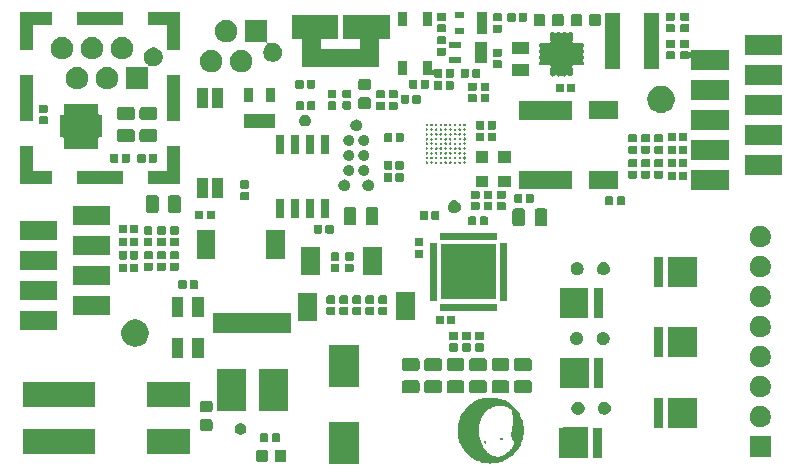
<source format=gbr>
G04 #@! TF.GenerationSoftware,KiCad,Pcbnew,5.1.5-52549c5~84~ubuntu18.04.1*
G04 #@! TF.CreationDate,2020-04-20T12:22:35+02:00*
G04 #@! TF.ProjectId,board,626f6172-642e-46b6-9963-61645f706362,rev?*
G04 #@! TF.SameCoordinates,Original*
G04 #@! TF.FileFunction,Soldermask,Top*
G04 #@! TF.FilePolarity,Negative*
%FSLAX46Y46*%
G04 Gerber Fmt 4.6, Leading zero omitted, Abs format (unit mm)*
G04 Created by KiCad (PCBNEW 5.1.5-52549c5~84~ubuntu18.04.1) date 2020-04-20 12:22:35*
%MOMM*%
%LPD*%
G04 APERTURE LIST*
%ADD10C,0.010000*%
%ADD11C,0.100000*%
G04 APERTURE END LIST*
D10*
G36*
X134096510Y-136359041D02*
G01*
X134109587Y-136362432D01*
X134120891Y-136369561D01*
X134123235Y-136371484D01*
X134142535Y-136393321D01*
X134152462Y-136417798D01*
X134152769Y-136443707D01*
X134143284Y-136469704D01*
X134128855Y-136488798D01*
X134110380Y-136500264D01*
X134085867Y-136505149D01*
X134075071Y-136505499D01*
X134057672Y-136504886D01*
X134045998Y-136501873D01*
X134035637Y-136494697D01*
X134026746Y-136486198D01*
X134010121Y-136463308D01*
X134002779Y-136438373D01*
X134004675Y-136413145D01*
X134015762Y-136389375D01*
X134029702Y-136373890D01*
X134041556Y-136364693D01*
X134052873Y-136359972D01*
X134067973Y-136358308D01*
X134077510Y-136358179D01*
X134096510Y-136359041D01*
G37*
X134096510Y-136359041D02*
X134109587Y-136362432D01*
X134120891Y-136369561D01*
X134123235Y-136371484D01*
X134142535Y-136393321D01*
X134152462Y-136417798D01*
X134152769Y-136443707D01*
X134143284Y-136469704D01*
X134128855Y-136488798D01*
X134110380Y-136500264D01*
X134085867Y-136505149D01*
X134075071Y-136505499D01*
X134057672Y-136504886D01*
X134045998Y-136501873D01*
X134035637Y-136494697D01*
X134026746Y-136486198D01*
X134010121Y-136463308D01*
X134002779Y-136438373D01*
X134004675Y-136413145D01*
X134015762Y-136389375D01*
X134029702Y-136373890D01*
X134041556Y-136364693D01*
X134052873Y-136359972D01*
X134067973Y-136358308D01*
X134077510Y-136358179D01*
X134096510Y-136359041D01*
G36*
X132657309Y-136637865D02*
G01*
X132672397Y-136649272D01*
X132674632Y-136651549D01*
X132690840Y-136672015D01*
X132704146Y-136695127D01*
X132714238Y-136719287D01*
X132720804Y-136742899D01*
X132723534Y-136764365D01*
X132722117Y-136782089D01*
X132716240Y-136794474D01*
X132705593Y-136799922D01*
X132703583Y-136800042D01*
X132696162Y-136797629D01*
X132684661Y-136791641D01*
X132682940Y-136790610D01*
X132665942Y-136775847D01*
X132650210Y-136754340D01*
X132636760Y-136728622D01*
X132626607Y-136701228D01*
X132620764Y-136674693D01*
X132620248Y-136651552D01*
X132622846Y-136640534D01*
X132630265Y-136633013D01*
X132642509Y-136632284D01*
X132657309Y-136637865D01*
G37*
X132657309Y-136637865D02*
X132672397Y-136649272D01*
X132674632Y-136651549D01*
X132690840Y-136672015D01*
X132704146Y-136695127D01*
X132714238Y-136719287D01*
X132720804Y-136742899D01*
X132723534Y-136764365D01*
X132722117Y-136782089D01*
X132716240Y-136794474D01*
X132705593Y-136799922D01*
X132703583Y-136800042D01*
X132696162Y-136797629D01*
X132684661Y-136791641D01*
X132682940Y-136790610D01*
X132665942Y-136775847D01*
X132650210Y-136754340D01*
X132636760Y-136728622D01*
X132626607Y-136701228D01*
X132620764Y-136674693D01*
X132620248Y-136651552D01*
X132622846Y-136640534D01*
X132630265Y-136633013D01*
X132642509Y-136632284D01*
X132657309Y-136637865D01*
G36*
X133244254Y-132955597D02*
G01*
X133293146Y-132956973D01*
X133334634Y-132959166D01*
X133337091Y-132959343D01*
X133503573Y-132976556D01*
X133667699Y-133003558D01*
X133829106Y-133040175D01*
X133987432Y-133086236D01*
X134142313Y-133141567D01*
X134293388Y-133205995D01*
X134440294Y-133279349D01*
X134582667Y-133361454D01*
X134720147Y-133452138D01*
X134852369Y-133551229D01*
X134978971Y-133658553D01*
X135099591Y-133773938D01*
X135144331Y-133820445D01*
X135255231Y-133945741D01*
X135357695Y-134076619D01*
X135451609Y-134212833D01*
X135536857Y-134354136D01*
X135613328Y-134500283D01*
X135680907Y-134651030D01*
X135739480Y-134806129D01*
X135788933Y-134965335D01*
X135829153Y-135128404D01*
X135860027Y-135295088D01*
X135873870Y-135395519D01*
X135876531Y-135423553D01*
X135878899Y-135460097D01*
X135880950Y-135503504D01*
X135882661Y-135552127D01*
X135884011Y-135604318D01*
X135884974Y-135658432D01*
X135885530Y-135712820D01*
X135885653Y-135765837D01*
X135885322Y-135815836D01*
X135884514Y-135861168D01*
X135883205Y-135900189D01*
X135881372Y-135931250D01*
X135881364Y-135931348D01*
X135863268Y-136095677D01*
X135835366Y-136257886D01*
X135797867Y-136417575D01*
X135750980Y-136574344D01*
X135694911Y-136727792D01*
X135629869Y-136877519D01*
X135556063Y-137023125D01*
X135473701Y-137164210D01*
X135382990Y-137300372D01*
X135284138Y-137431212D01*
X135177355Y-137556330D01*
X135062848Y-137675324D01*
X134940825Y-137787795D01*
X134896670Y-137825304D01*
X134765182Y-137928103D01*
X134628399Y-138022309D01*
X134486663Y-138107783D01*
X134340318Y-138184383D01*
X134189706Y-138251969D01*
X134035171Y-138310401D01*
X133877056Y-138359538D01*
X133715704Y-138399239D01*
X133551458Y-138429364D01*
X133384661Y-138449773D01*
X133369063Y-138451169D01*
X133337448Y-138453360D01*
X133298116Y-138455222D01*
X133253180Y-138456730D01*
X133204752Y-138457855D01*
X133154945Y-138458573D01*
X133105872Y-138458856D01*
X133059645Y-138458679D01*
X133018377Y-138458015D01*
X132984181Y-138456838D01*
X132971537Y-138456126D01*
X132801905Y-138439981D01*
X132635221Y-138414247D01*
X132471751Y-138379038D01*
X132311759Y-138334468D01*
X132155510Y-138280651D01*
X132003270Y-138217702D01*
X131855304Y-138145735D01*
X131711876Y-138064864D01*
X131573251Y-137975204D01*
X131439695Y-137876868D01*
X131311473Y-137769970D01*
X131250112Y-137713975D01*
X131131722Y-137595806D01*
X131021322Y-137471510D01*
X130919084Y-137341449D01*
X130825181Y-137205987D01*
X130739786Y-137065485D01*
X130663072Y-136920308D01*
X130595213Y-136770819D01*
X130536380Y-136617380D01*
X130486747Y-136460355D01*
X130446487Y-136300107D01*
X130415773Y-136136999D01*
X130394778Y-135971393D01*
X130389327Y-135907107D01*
X130387078Y-135866182D01*
X130385649Y-135817723D01*
X130385001Y-135763680D01*
X130385097Y-135706004D01*
X130385688Y-135662219D01*
X132068709Y-135662219D01*
X132068930Y-135722806D01*
X132069643Y-135775194D01*
X132070997Y-135821337D01*
X132073139Y-135863188D01*
X132076219Y-135902702D01*
X132080384Y-135941834D01*
X132085782Y-135982537D01*
X132092562Y-136026766D01*
X132099526Y-136068619D01*
X132124164Y-136193706D01*
X132156015Y-136323723D01*
X132194487Y-136457094D01*
X132238989Y-136592245D01*
X132288928Y-136727599D01*
X132343712Y-136861583D01*
X132402750Y-136992622D01*
X132465448Y-137119140D01*
X132531216Y-137239562D01*
X132554981Y-137280199D01*
X132580693Y-137322089D01*
X132605235Y-137359009D01*
X132630301Y-137393102D01*
X132657582Y-137426516D01*
X132688770Y-137461394D01*
X132725557Y-137499883D01*
X132739080Y-137513607D01*
X132807382Y-137580002D01*
X132872875Y-137638278D01*
X132937023Y-137689533D01*
X133001288Y-137734866D01*
X133067135Y-137775375D01*
X133136026Y-137812159D01*
X133138468Y-137813371D01*
X133205708Y-137844570D01*
X133273366Y-137871530D01*
X133342661Y-137894513D01*
X133414815Y-137913780D01*
X133491051Y-137929592D01*
X133572589Y-137942210D01*
X133660650Y-137951894D01*
X133756457Y-137958907D01*
X133837144Y-137962682D01*
X133851311Y-137962004D01*
X133872017Y-137959544D01*
X133895885Y-137955744D01*
X133909189Y-137953234D01*
X134014969Y-137926908D01*
X134119070Y-137890663D01*
X134221583Y-137844459D01*
X134322602Y-137788255D01*
X134401558Y-137736654D01*
X134437791Y-137710382D01*
X134478699Y-137678987D01*
X134522848Y-137643703D01*
X134568807Y-137605765D01*
X134615142Y-137566406D01*
X134660420Y-137526860D01*
X134703208Y-137488362D01*
X134742073Y-137452146D01*
X134775583Y-137419445D01*
X134802200Y-137391608D01*
X134851921Y-137334510D01*
X134900869Y-137273772D01*
X134948185Y-137210711D01*
X134993011Y-137146641D01*
X135034489Y-137082878D01*
X135071759Y-137020739D01*
X135103963Y-136961539D01*
X135130242Y-136906593D01*
X135148390Y-136861099D01*
X135160009Y-136824622D01*
X135166512Y-136794859D01*
X135168134Y-136769885D01*
X135165109Y-136747777D01*
X135163072Y-136740594D01*
X135154742Y-136707122D01*
X135148017Y-136663789D01*
X135142888Y-136610521D01*
X135141400Y-136588419D01*
X135139757Y-136565224D01*
X135137934Y-136545766D01*
X135136170Y-136532293D01*
X135134891Y-136527218D01*
X135128828Y-136523030D01*
X135116304Y-136516755D01*
X135104056Y-136511433D01*
X135068034Y-136493744D01*
X135037893Y-136472050D01*
X135012898Y-136445272D01*
X134992315Y-136412335D01*
X134975410Y-136372160D01*
X134961449Y-136323672D01*
X134954574Y-136292139D01*
X134945952Y-136237923D01*
X134939715Y-136175238D01*
X134935846Y-136105486D01*
X134934331Y-136030070D01*
X134935153Y-135950392D01*
X134938297Y-135867856D01*
X134943747Y-135783863D01*
X134951487Y-135699817D01*
X134961501Y-135617120D01*
X134962234Y-135611796D01*
X134970526Y-135560560D01*
X134981694Y-135506462D01*
X134996142Y-135447820D01*
X135014279Y-135382951D01*
X135030350Y-135329833D01*
X135040844Y-135294535D01*
X135047592Y-135268162D01*
X135050699Y-135250237D01*
X135050473Y-135240933D01*
X135049835Y-135233756D01*
X135049116Y-135217278D01*
X135048333Y-135192361D01*
X135047505Y-135159865D01*
X135046650Y-135120647D01*
X135045786Y-135075570D01*
X135044930Y-135025492D01*
X135044101Y-134971274D01*
X135043317Y-134913775D01*
X135042867Y-134877359D01*
X135041942Y-134802805D01*
X135041021Y-134737375D01*
X135040052Y-134680033D01*
X135038986Y-134629741D01*
X135037771Y-134585464D01*
X135036357Y-134546167D01*
X135034694Y-134510811D01*
X135032729Y-134478361D01*
X135030413Y-134447782D01*
X135027696Y-134418036D01*
X135024525Y-134388087D01*
X135020852Y-134356900D01*
X135016624Y-134323437D01*
X135015258Y-134312934D01*
X135006293Y-134250472D01*
X134995480Y-134185121D01*
X134983506Y-134120711D01*
X134971059Y-134061070D01*
X134966044Y-134039159D01*
X134960037Y-134013679D01*
X134954702Y-133991017D01*
X134950562Y-133973404D01*
X134948143Y-133963074D01*
X134947942Y-133962212D01*
X134942357Y-133952535D01*
X134929613Y-133938079D01*
X134910902Y-133919851D01*
X134887416Y-133898859D01*
X134860348Y-133876109D01*
X134830890Y-133852610D01*
X134800234Y-133829369D01*
X134769572Y-133807393D01*
X134745743Y-133791337D01*
X134652506Y-133736500D01*
X134553209Y-133689604D01*
X134447728Y-133650604D01*
X134335942Y-133619454D01*
X134217728Y-133596112D01*
X134207263Y-133594468D01*
X134162640Y-133588933D01*
X134110389Y-133584672D01*
X134052966Y-133581728D01*
X133992827Y-133580147D01*
X133932430Y-133579975D01*
X133874232Y-133581255D01*
X133820689Y-133584033D01*
X133788163Y-133586803D01*
X133651148Y-133604815D01*
X133519732Y-133630187D01*
X133394217Y-133662802D01*
X133274908Y-133702546D01*
X133162105Y-133749301D01*
X133056113Y-133802953D01*
X132957234Y-133863386D01*
X132865771Y-133930483D01*
X132845150Y-133947404D01*
X132811961Y-133976423D01*
X132779569Y-134007367D01*
X132746478Y-134041809D01*
X132711192Y-134081317D01*
X132672215Y-134127463D01*
X132663360Y-134138219D01*
X132559749Y-134270671D01*
X132466222Y-134403126D01*
X132382701Y-134535736D01*
X132309111Y-134668655D01*
X132245376Y-134802037D01*
X132191420Y-134936037D01*
X132147167Y-135070806D01*
X132112540Y-135206500D01*
X132097182Y-135283759D01*
X132089705Y-135326903D01*
X132083630Y-135365500D01*
X132078818Y-135401391D01*
X132075130Y-135436416D01*
X132072428Y-135472416D01*
X132070573Y-135511230D01*
X132069428Y-135554701D01*
X132068852Y-135604668D01*
X132068709Y-135662219D01*
X130385688Y-135662219D01*
X130385899Y-135646643D01*
X130387369Y-135587550D01*
X130389467Y-135530674D01*
X130392157Y-135477966D01*
X130395399Y-135431376D01*
X130399157Y-135392854D01*
X130399425Y-135390619D01*
X130424899Y-135221087D01*
X130459571Y-135055865D01*
X130503472Y-134894877D01*
X130556635Y-134738051D01*
X130619092Y-134585313D01*
X130690873Y-134436589D01*
X130772012Y-134291805D01*
X130862540Y-134150887D01*
X130962489Y-134013761D01*
X131030000Y-133929657D01*
X131055097Y-133900673D01*
X131086303Y-133866503D01*
X131122097Y-133828667D01*
X131160959Y-133788686D01*
X131201366Y-133748082D01*
X131241798Y-133708377D01*
X131280733Y-133671090D01*
X131316651Y-133637744D01*
X131348029Y-133609859D01*
X131359641Y-133600016D01*
X131475969Y-133507702D01*
X131592978Y-133424014D01*
X131712829Y-133347525D01*
X131837679Y-133276809D01*
X131890783Y-133249169D01*
X132036044Y-133180456D01*
X132183296Y-133121015D01*
X132333388Y-133070589D01*
X132487167Y-133028923D01*
X132645483Y-132995762D01*
X132809185Y-132970850D01*
X132820603Y-132969441D01*
X132858517Y-132965650D01*
X132904630Y-132962372D01*
X132956991Y-132959644D01*
X133013649Y-132957505D01*
X133072655Y-132955993D01*
X133132058Y-132955145D01*
X133189908Y-132955001D01*
X133244254Y-132955597D01*
G37*
X133244254Y-132955597D02*
X133293146Y-132956973D01*
X133334634Y-132959166D01*
X133337091Y-132959343D01*
X133503573Y-132976556D01*
X133667699Y-133003558D01*
X133829106Y-133040175D01*
X133987432Y-133086236D01*
X134142313Y-133141567D01*
X134293388Y-133205995D01*
X134440294Y-133279349D01*
X134582667Y-133361454D01*
X134720147Y-133452138D01*
X134852369Y-133551229D01*
X134978971Y-133658553D01*
X135099591Y-133773938D01*
X135144331Y-133820445D01*
X135255231Y-133945741D01*
X135357695Y-134076619D01*
X135451609Y-134212833D01*
X135536857Y-134354136D01*
X135613328Y-134500283D01*
X135680907Y-134651030D01*
X135739480Y-134806129D01*
X135788933Y-134965335D01*
X135829153Y-135128404D01*
X135860027Y-135295088D01*
X135873870Y-135395519D01*
X135876531Y-135423553D01*
X135878899Y-135460097D01*
X135880950Y-135503504D01*
X135882661Y-135552127D01*
X135884011Y-135604318D01*
X135884974Y-135658432D01*
X135885530Y-135712820D01*
X135885653Y-135765837D01*
X135885322Y-135815836D01*
X135884514Y-135861168D01*
X135883205Y-135900189D01*
X135881372Y-135931250D01*
X135881364Y-135931348D01*
X135863268Y-136095677D01*
X135835366Y-136257886D01*
X135797867Y-136417575D01*
X135750980Y-136574344D01*
X135694911Y-136727792D01*
X135629869Y-136877519D01*
X135556063Y-137023125D01*
X135473701Y-137164210D01*
X135382990Y-137300372D01*
X135284138Y-137431212D01*
X135177355Y-137556330D01*
X135062848Y-137675324D01*
X134940825Y-137787795D01*
X134896670Y-137825304D01*
X134765182Y-137928103D01*
X134628399Y-138022309D01*
X134486663Y-138107783D01*
X134340318Y-138184383D01*
X134189706Y-138251969D01*
X134035171Y-138310401D01*
X133877056Y-138359538D01*
X133715704Y-138399239D01*
X133551458Y-138429364D01*
X133384661Y-138449773D01*
X133369063Y-138451169D01*
X133337448Y-138453360D01*
X133298116Y-138455222D01*
X133253180Y-138456730D01*
X133204752Y-138457855D01*
X133154945Y-138458573D01*
X133105872Y-138458856D01*
X133059645Y-138458679D01*
X133018377Y-138458015D01*
X132984181Y-138456838D01*
X132971537Y-138456126D01*
X132801905Y-138439981D01*
X132635221Y-138414247D01*
X132471751Y-138379038D01*
X132311759Y-138334468D01*
X132155510Y-138280651D01*
X132003270Y-138217702D01*
X131855304Y-138145735D01*
X131711876Y-138064864D01*
X131573251Y-137975204D01*
X131439695Y-137876868D01*
X131311473Y-137769970D01*
X131250112Y-137713975D01*
X131131722Y-137595806D01*
X131021322Y-137471510D01*
X130919084Y-137341449D01*
X130825181Y-137205987D01*
X130739786Y-137065485D01*
X130663072Y-136920308D01*
X130595213Y-136770819D01*
X130536380Y-136617380D01*
X130486747Y-136460355D01*
X130446487Y-136300107D01*
X130415773Y-136136999D01*
X130394778Y-135971393D01*
X130389327Y-135907107D01*
X130387078Y-135866182D01*
X130385649Y-135817723D01*
X130385001Y-135763680D01*
X130385097Y-135706004D01*
X130385688Y-135662219D01*
X132068709Y-135662219D01*
X132068930Y-135722806D01*
X132069643Y-135775194D01*
X132070997Y-135821337D01*
X132073139Y-135863188D01*
X132076219Y-135902702D01*
X132080384Y-135941834D01*
X132085782Y-135982537D01*
X132092562Y-136026766D01*
X132099526Y-136068619D01*
X132124164Y-136193706D01*
X132156015Y-136323723D01*
X132194487Y-136457094D01*
X132238989Y-136592245D01*
X132288928Y-136727599D01*
X132343712Y-136861583D01*
X132402750Y-136992622D01*
X132465448Y-137119140D01*
X132531216Y-137239562D01*
X132554981Y-137280199D01*
X132580693Y-137322089D01*
X132605235Y-137359009D01*
X132630301Y-137393102D01*
X132657582Y-137426516D01*
X132688770Y-137461394D01*
X132725557Y-137499883D01*
X132739080Y-137513607D01*
X132807382Y-137580002D01*
X132872875Y-137638278D01*
X132937023Y-137689533D01*
X133001288Y-137734866D01*
X133067135Y-137775375D01*
X133136026Y-137812159D01*
X133138468Y-137813371D01*
X133205708Y-137844570D01*
X133273366Y-137871530D01*
X133342661Y-137894513D01*
X133414815Y-137913780D01*
X133491051Y-137929592D01*
X133572589Y-137942210D01*
X133660650Y-137951894D01*
X133756457Y-137958907D01*
X133837144Y-137962682D01*
X133851311Y-137962004D01*
X133872017Y-137959544D01*
X133895885Y-137955744D01*
X133909189Y-137953234D01*
X134014969Y-137926908D01*
X134119070Y-137890663D01*
X134221583Y-137844459D01*
X134322602Y-137788255D01*
X134401558Y-137736654D01*
X134437791Y-137710382D01*
X134478699Y-137678987D01*
X134522848Y-137643703D01*
X134568807Y-137605765D01*
X134615142Y-137566406D01*
X134660420Y-137526860D01*
X134703208Y-137488362D01*
X134742073Y-137452146D01*
X134775583Y-137419445D01*
X134802200Y-137391608D01*
X134851921Y-137334510D01*
X134900869Y-137273772D01*
X134948185Y-137210711D01*
X134993011Y-137146641D01*
X135034489Y-137082878D01*
X135071759Y-137020739D01*
X135103963Y-136961539D01*
X135130242Y-136906593D01*
X135148390Y-136861099D01*
X135160009Y-136824622D01*
X135166512Y-136794859D01*
X135168134Y-136769885D01*
X135165109Y-136747777D01*
X135163072Y-136740594D01*
X135154742Y-136707122D01*
X135148017Y-136663789D01*
X135142888Y-136610521D01*
X135141400Y-136588419D01*
X135139757Y-136565224D01*
X135137934Y-136545766D01*
X135136170Y-136532293D01*
X135134891Y-136527218D01*
X135128828Y-136523030D01*
X135116304Y-136516755D01*
X135104056Y-136511433D01*
X135068034Y-136493744D01*
X135037893Y-136472050D01*
X135012898Y-136445272D01*
X134992315Y-136412335D01*
X134975410Y-136372160D01*
X134961449Y-136323672D01*
X134954574Y-136292139D01*
X134945952Y-136237923D01*
X134939715Y-136175238D01*
X134935846Y-136105486D01*
X134934331Y-136030070D01*
X134935153Y-135950392D01*
X134938297Y-135867856D01*
X134943747Y-135783863D01*
X134951487Y-135699817D01*
X134961501Y-135617120D01*
X134962234Y-135611796D01*
X134970526Y-135560560D01*
X134981694Y-135506462D01*
X134996142Y-135447820D01*
X135014279Y-135382951D01*
X135030350Y-135329833D01*
X135040844Y-135294535D01*
X135047592Y-135268162D01*
X135050699Y-135250237D01*
X135050473Y-135240933D01*
X135049835Y-135233756D01*
X135049116Y-135217278D01*
X135048333Y-135192361D01*
X135047505Y-135159865D01*
X135046650Y-135120647D01*
X135045786Y-135075570D01*
X135044930Y-135025492D01*
X135044101Y-134971274D01*
X135043317Y-134913775D01*
X135042867Y-134877359D01*
X135041942Y-134802805D01*
X135041021Y-134737375D01*
X135040052Y-134680033D01*
X135038986Y-134629741D01*
X135037771Y-134585464D01*
X135036357Y-134546167D01*
X135034694Y-134510811D01*
X135032729Y-134478361D01*
X135030413Y-134447782D01*
X135027696Y-134418036D01*
X135024525Y-134388087D01*
X135020852Y-134356900D01*
X135016624Y-134323437D01*
X135015258Y-134312934D01*
X135006293Y-134250472D01*
X134995480Y-134185121D01*
X134983506Y-134120711D01*
X134971059Y-134061070D01*
X134966044Y-134039159D01*
X134960037Y-134013679D01*
X134954702Y-133991017D01*
X134950562Y-133973404D01*
X134948143Y-133963074D01*
X134947942Y-133962212D01*
X134942357Y-133952535D01*
X134929613Y-133938079D01*
X134910902Y-133919851D01*
X134887416Y-133898859D01*
X134860348Y-133876109D01*
X134830890Y-133852610D01*
X134800234Y-133829369D01*
X134769572Y-133807393D01*
X134745743Y-133791337D01*
X134652506Y-133736500D01*
X134553209Y-133689604D01*
X134447728Y-133650604D01*
X134335942Y-133619454D01*
X134217728Y-133596112D01*
X134207263Y-133594468D01*
X134162640Y-133588933D01*
X134110389Y-133584672D01*
X134052966Y-133581728D01*
X133992827Y-133580147D01*
X133932430Y-133579975D01*
X133874232Y-133581255D01*
X133820689Y-133584033D01*
X133788163Y-133586803D01*
X133651148Y-133604815D01*
X133519732Y-133630187D01*
X133394217Y-133662802D01*
X133274908Y-133702546D01*
X133162105Y-133749301D01*
X133056113Y-133802953D01*
X132957234Y-133863386D01*
X132865771Y-133930483D01*
X132845150Y-133947404D01*
X132811961Y-133976423D01*
X132779569Y-134007367D01*
X132746478Y-134041809D01*
X132711192Y-134081317D01*
X132672215Y-134127463D01*
X132663360Y-134138219D01*
X132559749Y-134270671D01*
X132466222Y-134403126D01*
X132382701Y-134535736D01*
X132309111Y-134668655D01*
X132245376Y-134802037D01*
X132191420Y-134936037D01*
X132147167Y-135070806D01*
X132112540Y-135206500D01*
X132097182Y-135283759D01*
X132089705Y-135326903D01*
X132083630Y-135365500D01*
X132078818Y-135401391D01*
X132075130Y-135436416D01*
X132072428Y-135472416D01*
X132070573Y-135511230D01*
X132069428Y-135554701D01*
X132068852Y-135604668D01*
X132068709Y-135662219D01*
X130385688Y-135662219D01*
X130385899Y-135646643D01*
X130387369Y-135587550D01*
X130389467Y-135530674D01*
X130392157Y-135477966D01*
X130395399Y-135431376D01*
X130399157Y-135392854D01*
X130399425Y-135390619D01*
X130424899Y-135221087D01*
X130459571Y-135055865D01*
X130503472Y-134894877D01*
X130556635Y-134738051D01*
X130619092Y-134585313D01*
X130690873Y-134436589D01*
X130772012Y-134291805D01*
X130862540Y-134150887D01*
X130962489Y-134013761D01*
X131030000Y-133929657D01*
X131055097Y-133900673D01*
X131086303Y-133866503D01*
X131122097Y-133828667D01*
X131160959Y-133788686D01*
X131201366Y-133748082D01*
X131241798Y-133708377D01*
X131280733Y-133671090D01*
X131316651Y-133637744D01*
X131348029Y-133609859D01*
X131359641Y-133600016D01*
X131475969Y-133507702D01*
X131592978Y-133424014D01*
X131712829Y-133347525D01*
X131837679Y-133276809D01*
X131890783Y-133249169D01*
X132036044Y-133180456D01*
X132183296Y-133121015D01*
X132333388Y-133070589D01*
X132487167Y-133028923D01*
X132645483Y-132995762D01*
X132809185Y-132970850D01*
X132820603Y-132969441D01*
X132858517Y-132965650D01*
X132904630Y-132962372D01*
X132956991Y-132959644D01*
X133013649Y-132957505D01*
X133072655Y-132955993D01*
X133132058Y-132955145D01*
X133189908Y-132955001D01*
X133244254Y-132955597D01*
D11*
G36*
X121931934Y-134992671D02*
G01*
X121961877Y-135001754D01*
X121989465Y-135016500D01*
X122013651Y-135036349D01*
X122033500Y-135060535D01*
X122048246Y-135088123D01*
X122057329Y-135118066D01*
X122061000Y-135155340D01*
X122061000Y-138424660D01*
X122057329Y-138461934D01*
X122048246Y-138491877D01*
X122033500Y-138519465D01*
X122013651Y-138543651D01*
X121989465Y-138563500D01*
X121961877Y-138578246D01*
X121931934Y-138587329D01*
X121894660Y-138591000D01*
X119625340Y-138591000D01*
X119588066Y-138587329D01*
X119558123Y-138578246D01*
X119530535Y-138563500D01*
X119506349Y-138543651D01*
X119486500Y-138519465D01*
X119471754Y-138491877D01*
X119462671Y-138461934D01*
X119459000Y-138424660D01*
X119459000Y-135155340D01*
X119462671Y-135118066D01*
X119471754Y-135088123D01*
X119486500Y-135060535D01*
X119506349Y-135036349D01*
X119530535Y-135016500D01*
X119558123Y-135001754D01*
X119588066Y-134992671D01*
X119625340Y-134989000D01*
X121894660Y-134989000D01*
X121931934Y-134992671D01*
G37*
G36*
X115729591Y-137378085D02*
G01*
X115763569Y-137388393D01*
X115794890Y-137405134D01*
X115822339Y-137427661D01*
X115844866Y-137455110D01*
X115861607Y-137486431D01*
X115871915Y-137520409D01*
X115876000Y-137561890D01*
X115876000Y-138238110D01*
X115871915Y-138279591D01*
X115861607Y-138313569D01*
X115844866Y-138344890D01*
X115822339Y-138372339D01*
X115794890Y-138394866D01*
X115763569Y-138411607D01*
X115729591Y-138421915D01*
X115688110Y-138426000D01*
X115086890Y-138426000D01*
X115045409Y-138421915D01*
X115011431Y-138411607D01*
X114980110Y-138394866D01*
X114952661Y-138372339D01*
X114930134Y-138344890D01*
X114913393Y-138313569D01*
X114903085Y-138279591D01*
X114899000Y-138238110D01*
X114899000Y-137561890D01*
X114903085Y-137520409D01*
X114913393Y-137486431D01*
X114930134Y-137455110D01*
X114952661Y-137427661D01*
X114980110Y-137405134D01*
X115011431Y-137388393D01*
X115045409Y-137378085D01*
X115086890Y-137374000D01*
X115688110Y-137374000D01*
X115729591Y-137378085D01*
G37*
G36*
X114154591Y-137378085D02*
G01*
X114188569Y-137388393D01*
X114219890Y-137405134D01*
X114247339Y-137427661D01*
X114269866Y-137455110D01*
X114286607Y-137486431D01*
X114296915Y-137520409D01*
X114301000Y-137561890D01*
X114301000Y-138238110D01*
X114296915Y-138279591D01*
X114286607Y-138313569D01*
X114269866Y-138344890D01*
X114247339Y-138372339D01*
X114219890Y-138394866D01*
X114188569Y-138411607D01*
X114154591Y-138421915D01*
X114113110Y-138426000D01*
X113511890Y-138426000D01*
X113470409Y-138421915D01*
X113436431Y-138411607D01*
X113405110Y-138394866D01*
X113377661Y-138372339D01*
X113355134Y-138344890D01*
X113338393Y-138313569D01*
X113328085Y-138279591D01*
X113324000Y-138238110D01*
X113324000Y-137561890D01*
X113328085Y-137520409D01*
X113338393Y-137486431D01*
X113355134Y-137455110D01*
X113377661Y-137427661D01*
X113405110Y-137405134D01*
X113436431Y-137388393D01*
X113470409Y-137378085D01*
X113511890Y-137374000D01*
X114113110Y-137374000D01*
X114154591Y-137378085D01*
G37*
G36*
X141416000Y-138046000D02*
G01*
X139321952Y-138046000D01*
X139313387Y-138043402D01*
X139289001Y-138041000D01*
X138994000Y-138041000D01*
X138994000Y-135499000D01*
X139289001Y-135499000D01*
X139313387Y-135496598D01*
X139321952Y-135494000D01*
X141416000Y-135494000D01*
X141416000Y-138046000D01*
G37*
G36*
X142606000Y-138041000D02*
G01*
X141874000Y-138041000D01*
X141874000Y-135499000D01*
X142606000Y-135499000D01*
X142606000Y-138041000D01*
G37*
G36*
X156901000Y-138010200D02*
G01*
X155099000Y-138010200D01*
X155099000Y-136208200D01*
X156901000Y-136208200D01*
X156901000Y-138010200D01*
G37*
G36*
X99701000Y-137751000D02*
G01*
X93599000Y-137751000D01*
X93599000Y-135649000D01*
X99701000Y-135649000D01*
X99701000Y-137751000D01*
G37*
G36*
X107701000Y-137751000D02*
G01*
X104099000Y-137751000D01*
X104099000Y-135649000D01*
X107701000Y-135649000D01*
X107701000Y-137751000D01*
G37*
G36*
X114271938Y-136001716D02*
G01*
X114292557Y-136007971D01*
X114311553Y-136018124D01*
X114328208Y-136031792D01*
X114341876Y-136048447D01*
X114352029Y-136067443D01*
X114358284Y-136088062D01*
X114361000Y-136115640D01*
X114361000Y-136624360D01*
X114358284Y-136651938D01*
X114352029Y-136672557D01*
X114341876Y-136691553D01*
X114328208Y-136708208D01*
X114311553Y-136721876D01*
X114292557Y-136732029D01*
X114271938Y-136738284D01*
X114244360Y-136741000D01*
X113785640Y-136741000D01*
X113758062Y-136738284D01*
X113737443Y-136732029D01*
X113718447Y-136721876D01*
X113701792Y-136708208D01*
X113688124Y-136691553D01*
X113677971Y-136672557D01*
X113671716Y-136651938D01*
X113669000Y-136624360D01*
X113669000Y-136115640D01*
X113671716Y-136088062D01*
X113677971Y-136067443D01*
X113688124Y-136048447D01*
X113701792Y-136031792D01*
X113718447Y-136018124D01*
X113737443Y-136007971D01*
X113758062Y-136001716D01*
X113785640Y-135999000D01*
X114244360Y-135999000D01*
X114271938Y-136001716D01*
G37*
G36*
X115241938Y-136001716D02*
G01*
X115262557Y-136007971D01*
X115281553Y-136018124D01*
X115298208Y-136031792D01*
X115311876Y-136048447D01*
X115322029Y-136067443D01*
X115328284Y-136088062D01*
X115331000Y-136115640D01*
X115331000Y-136624360D01*
X115328284Y-136651938D01*
X115322029Y-136672557D01*
X115311876Y-136691553D01*
X115298208Y-136708208D01*
X115281553Y-136721876D01*
X115262557Y-136732029D01*
X115241938Y-136738284D01*
X115214360Y-136741000D01*
X114755640Y-136741000D01*
X114728062Y-136738284D01*
X114707443Y-136732029D01*
X114688447Y-136721876D01*
X114671792Y-136708208D01*
X114658124Y-136691553D01*
X114647971Y-136672557D01*
X114641716Y-136651938D01*
X114639000Y-136624360D01*
X114639000Y-136115640D01*
X114641716Y-136088062D01*
X114647971Y-136067443D01*
X114658124Y-136048447D01*
X114671792Y-136031792D01*
X114688447Y-136018124D01*
X114707443Y-136007971D01*
X114728062Y-136001716D01*
X114755640Y-135999000D01*
X115214360Y-135999000D01*
X115241938Y-136001716D01*
G37*
G36*
X112145843Y-135119214D02*
G01*
X112236837Y-135156905D01*
X112236839Y-135156906D01*
X112278063Y-135184451D01*
X112318730Y-135211624D01*
X112388376Y-135281270D01*
X112443095Y-135363163D01*
X112480786Y-135454157D01*
X112500000Y-135550753D01*
X112500000Y-135649247D01*
X112480786Y-135745843D01*
X112443095Y-135836837D01*
X112443094Y-135836839D01*
X112388375Y-135918731D01*
X112318731Y-135988375D01*
X112236839Y-136043094D01*
X112236838Y-136043095D01*
X112236837Y-136043095D01*
X112145843Y-136080786D01*
X112049247Y-136100000D01*
X111950753Y-136100000D01*
X111854157Y-136080786D01*
X111763163Y-136043095D01*
X111763162Y-136043095D01*
X111763161Y-136043094D01*
X111681269Y-135988375D01*
X111611625Y-135918731D01*
X111556906Y-135836839D01*
X111556905Y-135836837D01*
X111519214Y-135745843D01*
X111500000Y-135649247D01*
X111500000Y-135550753D01*
X111519214Y-135454157D01*
X111556905Y-135363163D01*
X111611624Y-135281270D01*
X111681270Y-135211624D01*
X111721937Y-135184451D01*
X111763161Y-135156906D01*
X111763163Y-135156905D01*
X111854157Y-135119214D01*
X111950753Y-135100000D01*
X112049247Y-135100000D01*
X112145843Y-135119214D01*
G37*
G36*
X109479591Y-134803085D02*
G01*
X109513569Y-134813393D01*
X109544890Y-134830134D01*
X109572339Y-134852661D01*
X109594866Y-134880110D01*
X109611607Y-134911431D01*
X109621915Y-134945409D01*
X109626000Y-134986890D01*
X109626000Y-135588110D01*
X109621915Y-135629591D01*
X109611607Y-135663569D01*
X109594866Y-135694890D01*
X109572339Y-135722339D01*
X109544890Y-135744866D01*
X109513569Y-135761607D01*
X109479591Y-135771915D01*
X109438110Y-135776000D01*
X108761890Y-135776000D01*
X108720409Y-135771915D01*
X108686431Y-135761607D01*
X108655110Y-135744866D01*
X108627661Y-135722339D01*
X108605134Y-135694890D01*
X108588393Y-135663569D01*
X108578085Y-135629591D01*
X108574000Y-135588110D01*
X108574000Y-134986890D01*
X108578085Y-134945409D01*
X108588393Y-134911431D01*
X108605134Y-134880110D01*
X108627661Y-134852661D01*
X108655110Y-134830134D01*
X108686431Y-134813393D01*
X108720409Y-134803085D01*
X108761890Y-134799000D01*
X109438110Y-134799000D01*
X109479591Y-134803085D01*
G37*
G36*
X150286613Y-132976598D02*
G01*
X150310999Y-132979000D01*
X150606000Y-132979000D01*
X150606000Y-135521000D01*
X150310999Y-135521000D01*
X150286613Y-135523402D01*
X150278048Y-135526000D01*
X148184000Y-135526000D01*
X148184000Y-132974000D01*
X150278048Y-132974000D01*
X150286613Y-132976598D01*
G37*
G36*
X147726000Y-135521000D02*
G01*
X146994000Y-135521000D01*
X146994000Y-132979000D01*
X147726000Y-132979000D01*
X147726000Y-135521000D01*
G37*
G36*
X156113512Y-133673127D02*
G01*
X156262812Y-133702824D01*
X156426784Y-133770744D01*
X156574354Y-133869347D01*
X156699853Y-133994846D01*
X156798456Y-134142416D01*
X156866376Y-134306388D01*
X156901000Y-134480459D01*
X156901000Y-134657941D01*
X156866376Y-134832012D01*
X156798456Y-134995984D01*
X156699853Y-135143554D01*
X156574354Y-135269053D01*
X156426784Y-135367656D01*
X156262812Y-135435576D01*
X156113512Y-135465273D01*
X156088742Y-135470200D01*
X155911258Y-135470200D01*
X155886488Y-135465273D01*
X155737188Y-135435576D01*
X155573216Y-135367656D01*
X155425646Y-135269053D01*
X155300147Y-135143554D01*
X155201544Y-134995984D01*
X155133624Y-134832012D01*
X155099000Y-134657941D01*
X155099000Y-134480459D01*
X155133624Y-134306388D01*
X155201544Y-134142416D01*
X155300147Y-133994846D01*
X155425646Y-133869347D01*
X155573216Y-133770744D01*
X155737188Y-133702824D01*
X155886488Y-133673127D01*
X155911258Y-133668200D01*
X156088742Y-133668200D01*
X156113512Y-133673127D01*
G37*
G36*
X140730721Y-133330174D02*
G01*
X140830995Y-133371709D01*
X140830996Y-133371710D01*
X140921242Y-133432010D01*
X140997990Y-133508758D01*
X140997991Y-133508760D01*
X141058291Y-133599005D01*
X141099826Y-133699279D01*
X141121000Y-133805730D01*
X141121000Y-133914270D01*
X141099826Y-134020721D01*
X141058291Y-134120995D01*
X141040688Y-134147339D01*
X140997990Y-134211242D01*
X140921242Y-134287990D01*
X140894288Y-134306000D01*
X140830995Y-134348291D01*
X140730721Y-134389826D01*
X140624270Y-134411000D01*
X140515730Y-134411000D01*
X140409279Y-134389826D01*
X140309005Y-134348291D01*
X140245712Y-134306000D01*
X140218758Y-134287990D01*
X140142010Y-134211242D01*
X140099312Y-134147339D01*
X140081709Y-134120995D01*
X140040174Y-134020721D01*
X140019000Y-133914270D01*
X140019000Y-133805730D01*
X140040174Y-133699279D01*
X140081709Y-133599005D01*
X140142009Y-133508760D01*
X140142010Y-133508758D01*
X140218758Y-133432010D01*
X140309004Y-133371710D01*
X140309005Y-133371709D01*
X140409279Y-133330174D01*
X140515730Y-133309000D01*
X140624270Y-133309000D01*
X140730721Y-133330174D01*
G37*
G36*
X142960721Y-133320174D02*
G01*
X143060995Y-133361709D01*
X143060996Y-133361710D01*
X143151242Y-133422010D01*
X143227990Y-133498758D01*
X143234673Y-133508760D01*
X143288291Y-133589005D01*
X143329826Y-133689279D01*
X143351000Y-133795730D01*
X143351000Y-133904270D01*
X143329826Y-134010721D01*
X143288291Y-134110995D01*
X143275952Y-134129461D01*
X143227990Y-134201242D01*
X143151242Y-134277990D01*
X143136274Y-134287991D01*
X143060995Y-134338291D01*
X142960721Y-134379826D01*
X142854270Y-134401000D01*
X142745730Y-134401000D01*
X142639279Y-134379826D01*
X142539005Y-134338291D01*
X142463726Y-134287991D01*
X142448758Y-134277990D01*
X142372010Y-134201242D01*
X142324048Y-134129461D01*
X142311709Y-134110995D01*
X142270174Y-134010721D01*
X142249000Y-133904270D01*
X142249000Y-133795730D01*
X142270174Y-133689279D01*
X142311709Y-133589005D01*
X142365327Y-133508760D01*
X142372010Y-133498758D01*
X142448758Y-133422010D01*
X142539004Y-133361710D01*
X142539005Y-133361709D01*
X142639279Y-133320174D01*
X142745730Y-133299000D01*
X142854270Y-133299000D01*
X142960721Y-133320174D01*
G37*
G36*
X109479591Y-133228085D02*
G01*
X109513569Y-133238393D01*
X109544890Y-133255134D01*
X109572339Y-133277661D01*
X109594866Y-133305110D01*
X109611607Y-133336431D01*
X109621915Y-133370409D01*
X109626000Y-133411890D01*
X109626000Y-134013110D01*
X109621915Y-134054591D01*
X109611607Y-134088569D01*
X109594866Y-134119890D01*
X109572339Y-134147339D01*
X109544890Y-134169866D01*
X109513569Y-134186607D01*
X109479591Y-134196915D01*
X109438110Y-134201000D01*
X108761890Y-134201000D01*
X108720409Y-134196915D01*
X108686431Y-134186607D01*
X108655110Y-134169866D01*
X108627661Y-134147339D01*
X108605134Y-134119890D01*
X108588393Y-134088569D01*
X108578085Y-134054591D01*
X108574000Y-134013110D01*
X108574000Y-133411890D01*
X108578085Y-133370409D01*
X108588393Y-133336431D01*
X108605134Y-133305110D01*
X108627661Y-133277661D01*
X108655110Y-133255134D01*
X108686431Y-133238393D01*
X108720409Y-133228085D01*
X108761890Y-133224000D01*
X109438110Y-133224000D01*
X109479591Y-133228085D01*
G37*
G36*
X112476000Y-134111000D02*
G01*
X109974000Y-134111000D01*
X109974000Y-130529000D01*
X112476000Y-130529000D01*
X112476000Y-134111000D01*
G37*
G36*
X116026000Y-134111000D02*
G01*
X113524000Y-134111000D01*
X113524000Y-130529000D01*
X116026000Y-130529000D01*
X116026000Y-134111000D01*
G37*
G36*
X99701000Y-133751000D02*
G01*
X93599000Y-133751000D01*
X93599000Y-131649000D01*
X99701000Y-131649000D01*
X99701000Y-133751000D01*
G37*
G36*
X107701000Y-133751000D02*
G01*
X104099000Y-133751000D01*
X104099000Y-131649000D01*
X107701000Y-131649000D01*
X107701000Y-133751000D01*
G37*
G36*
X156113512Y-131133127D02*
G01*
X156262812Y-131162824D01*
X156426784Y-131230744D01*
X156574354Y-131329347D01*
X156699853Y-131454846D01*
X156798456Y-131602416D01*
X156866376Y-131766388D01*
X156889285Y-131881563D01*
X156897858Y-131924660D01*
X156901000Y-131940459D01*
X156901000Y-132117941D01*
X156866376Y-132292012D01*
X156798456Y-132455984D01*
X156699853Y-132603554D01*
X156574354Y-132729053D01*
X156426784Y-132827656D01*
X156262812Y-132895576D01*
X156113512Y-132925273D01*
X156088742Y-132930200D01*
X155911258Y-132930200D01*
X155886488Y-132925273D01*
X155737188Y-132895576D01*
X155573216Y-132827656D01*
X155425646Y-132729053D01*
X155300147Y-132603554D01*
X155201544Y-132455984D01*
X155133624Y-132292012D01*
X155099000Y-132117941D01*
X155099000Y-131940459D01*
X155102143Y-131924660D01*
X155110715Y-131881563D01*
X155133624Y-131766388D01*
X155201544Y-131602416D01*
X155300147Y-131454846D01*
X155425646Y-131329347D01*
X155573216Y-131230744D01*
X155737188Y-131162824D01*
X155886488Y-131133127D01*
X155911258Y-131128200D01*
X156088742Y-131128200D01*
X156113512Y-131133127D01*
G37*
G36*
X136484468Y-131503565D02*
G01*
X136523138Y-131515296D01*
X136558777Y-131534346D01*
X136590017Y-131559983D01*
X136615654Y-131591223D01*
X136634704Y-131626862D01*
X136646435Y-131665532D01*
X136651000Y-131711888D01*
X136651000Y-132363112D01*
X136646435Y-132409468D01*
X136634704Y-132448138D01*
X136615654Y-132483777D01*
X136590017Y-132515017D01*
X136558777Y-132540654D01*
X136523138Y-132559704D01*
X136484468Y-132571435D01*
X136438112Y-132576000D01*
X135361888Y-132576000D01*
X135315532Y-132571435D01*
X135276862Y-132559704D01*
X135241223Y-132540654D01*
X135209983Y-132515017D01*
X135184346Y-132483777D01*
X135165296Y-132448138D01*
X135153565Y-132409468D01*
X135149000Y-132363112D01*
X135149000Y-131711888D01*
X135153565Y-131665532D01*
X135165296Y-131626862D01*
X135184346Y-131591223D01*
X135209983Y-131559983D01*
X135241223Y-131534346D01*
X135276862Y-131515296D01*
X135315532Y-131503565D01*
X135361888Y-131499000D01*
X136438112Y-131499000D01*
X136484468Y-131503565D01*
G37*
G36*
X128884468Y-131503565D02*
G01*
X128923138Y-131515296D01*
X128958777Y-131534346D01*
X128990017Y-131559983D01*
X129015654Y-131591223D01*
X129034704Y-131626862D01*
X129046435Y-131665532D01*
X129051000Y-131711888D01*
X129051000Y-132363112D01*
X129046435Y-132409468D01*
X129034704Y-132448138D01*
X129015654Y-132483777D01*
X128990017Y-132515017D01*
X128958777Y-132540654D01*
X128923138Y-132559704D01*
X128884468Y-132571435D01*
X128838112Y-132576000D01*
X127761888Y-132576000D01*
X127715532Y-132571435D01*
X127676862Y-132559704D01*
X127641223Y-132540654D01*
X127609983Y-132515017D01*
X127584346Y-132483777D01*
X127565296Y-132448138D01*
X127553565Y-132409468D01*
X127549000Y-132363112D01*
X127549000Y-131711888D01*
X127553565Y-131665532D01*
X127565296Y-131626862D01*
X127584346Y-131591223D01*
X127609983Y-131559983D01*
X127641223Y-131534346D01*
X127676862Y-131515296D01*
X127715532Y-131503565D01*
X127761888Y-131499000D01*
X128838112Y-131499000D01*
X128884468Y-131503565D01*
G37*
G36*
X134584468Y-131503565D02*
G01*
X134623138Y-131515296D01*
X134658777Y-131534346D01*
X134690017Y-131559983D01*
X134715654Y-131591223D01*
X134734704Y-131626862D01*
X134746435Y-131665532D01*
X134751000Y-131711888D01*
X134751000Y-132363112D01*
X134746435Y-132409468D01*
X134734704Y-132448138D01*
X134715654Y-132483777D01*
X134690017Y-132515017D01*
X134658777Y-132540654D01*
X134623138Y-132559704D01*
X134584468Y-132571435D01*
X134538112Y-132576000D01*
X133461888Y-132576000D01*
X133415532Y-132571435D01*
X133376862Y-132559704D01*
X133341223Y-132540654D01*
X133309983Y-132515017D01*
X133284346Y-132483777D01*
X133265296Y-132448138D01*
X133253565Y-132409468D01*
X133249000Y-132363112D01*
X133249000Y-131711888D01*
X133253565Y-131665532D01*
X133265296Y-131626862D01*
X133284346Y-131591223D01*
X133309983Y-131559983D01*
X133341223Y-131534346D01*
X133376862Y-131515296D01*
X133415532Y-131503565D01*
X133461888Y-131499000D01*
X134538112Y-131499000D01*
X134584468Y-131503565D01*
G37*
G36*
X130784468Y-131503565D02*
G01*
X130823138Y-131515296D01*
X130858777Y-131534346D01*
X130890017Y-131559983D01*
X130915654Y-131591223D01*
X130934704Y-131626862D01*
X130946435Y-131665532D01*
X130951000Y-131711888D01*
X130951000Y-132363112D01*
X130946435Y-132409468D01*
X130934704Y-132448138D01*
X130915654Y-132483777D01*
X130890017Y-132515017D01*
X130858777Y-132540654D01*
X130823138Y-132559704D01*
X130784468Y-132571435D01*
X130738112Y-132576000D01*
X129661888Y-132576000D01*
X129615532Y-132571435D01*
X129576862Y-132559704D01*
X129541223Y-132540654D01*
X129509983Y-132515017D01*
X129484346Y-132483777D01*
X129465296Y-132448138D01*
X129453565Y-132409468D01*
X129449000Y-132363112D01*
X129449000Y-131711888D01*
X129453565Y-131665532D01*
X129465296Y-131626862D01*
X129484346Y-131591223D01*
X129509983Y-131559983D01*
X129541223Y-131534346D01*
X129576862Y-131515296D01*
X129615532Y-131503565D01*
X129661888Y-131499000D01*
X130738112Y-131499000D01*
X130784468Y-131503565D01*
G37*
G36*
X132684468Y-131503565D02*
G01*
X132723138Y-131515296D01*
X132758777Y-131534346D01*
X132790017Y-131559983D01*
X132815654Y-131591223D01*
X132834704Y-131626862D01*
X132846435Y-131665532D01*
X132851000Y-131711888D01*
X132851000Y-132363112D01*
X132846435Y-132409468D01*
X132834704Y-132448138D01*
X132815654Y-132483777D01*
X132790017Y-132515017D01*
X132758777Y-132540654D01*
X132723138Y-132559704D01*
X132684468Y-132571435D01*
X132638112Y-132576000D01*
X131561888Y-132576000D01*
X131515532Y-132571435D01*
X131476862Y-132559704D01*
X131441223Y-132540654D01*
X131409983Y-132515017D01*
X131384346Y-132483777D01*
X131365296Y-132448138D01*
X131353565Y-132409468D01*
X131349000Y-132363112D01*
X131349000Y-131711888D01*
X131353565Y-131665532D01*
X131365296Y-131626862D01*
X131384346Y-131591223D01*
X131409983Y-131559983D01*
X131441223Y-131534346D01*
X131476862Y-131515296D01*
X131515532Y-131503565D01*
X131561888Y-131499000D01*
X132638112Y-131499000D01*
X132684468Y-131503565D01*
G37*
G36*
X126984468Y-131503565D02*
G01*
X127023138Y-131515296D01*
X127058777Y-131534346D01*
X127090017Y-131559983D01*
X127115654Y-131591223D01*
X127134704Y-131626862D01*
X127146435Y-131665532D01*
X127151000Y-131711888D01*
X127151000Y-132363112D01*
X127146435Y-132409468D01*
X127134704Y-132448138D01*
X127115654Y-132483777D01*
X127090017Y-132515017D01*
X127058777Y-132540654D01*
X127023138Y-132559704D01*
X126984468Y-132571435D01*
X126938112Y-132576000D01*
X125861888Y-132576000D01*
X125815532Y-132571435D01*
X125776862Y-132559704D01*
X125741223Y-132540654D01*
X125709983Y-132515017D01*
X125684346Y-132483777D01*
X125665296Y-132448138D01*
X125653565Y-132409468D01*
X125649000Y-132363112D01*
X125649000Y-131711888D01*
X125653565Y-131665532D01*
X125665296Y-131626862D01*
X125684346Y-131591223D01*
X125709983Y-131559983D01*
X125741223Y-131534346D01*
X125776862Y-131515296D01*
X125815532Y-131503565D01*
X125861888Y-131499000D01*
X126938112Y-131499000D01*
X126984468Y-131503565D01*
G37*
G36*
X141466000Y-132176000D02*
G01*
X139371952Y-132176000D01*
X139363387Y-132173402D01*
X139339001Y-132171000D01*
X139044000Y-132171000D01*
X139044000Y-129629000D01*
X139339001Y-129629000D01*
X139363387Y-129626598D01*
X139371952Y-129624000D01*
X141466000Y-129624000D01*
X141466000Y-132176000D01*
G37*
G36*
X142656000Y-132171000D02*
G01*
X141924000Y-132171000D01*
X141924000Y-129629000D01*
X142656000Y-129629000D01*
X142656000Y-132171000D01*
G37*
G36*
X121931934Y-128492671D02*
G01*
X121961877Y-128501754D01*
X121989465Y-128516500D01*
X122013651Y-128536349D01*
X122033500Y-128560535D01*
X122048246Y-128588123D01*
X122057329Y-128618066D01*
X122061000Y-128655340D01*
X122061000Y-131924660D01*
X122057329Y-131961934D01*
X122048246Y-131991877D01*
X122033500Y-132019465D01*
X122013651Y-132043651D01*
X121989465Y-132063500D01*
X121961877Y-132078246D01*
X121931934Y-132087329D01*
X121894660Y-132091000D01*
X119625340Y-132091000D01*
X119588066Y-132087329D01*
X119558123Y-132078246D01*
X119530535Y-132063500D01*
X119506349Y-132043651D01*
X119486500Y-132019465D01*
X119471754Y-131991877D01*
X119462671Y-131961934D01*
X119459000Y-131924660D01*
X119459000Y-128655340D01*
X119462671Y-128618066D01*
X119471754Y-128588123D01*
X119486500Y-128560535D01*
X119506349Y-128536349D01*
X119530535Y-128516500D01*
X119558123Y-128501754D01*
X119588066Y-128492671D01*
X119625340Y-128489000D01*
X121894660Y-128489000D01*
X121931934Y-128492671D01*
G37*
G36*
X130784468Y-129628565D02*
G01*
X130823138Y-129640296D01*
X130858777Y-129659346D01*
X130890017Y-129684983D01*
X130915654Y-129716223D01*
X130934704Y-129751862D01*
X130946435Y-129790532D01*
X130951000Y-129836888D01*
X130951000Y-130488112D01*
X130946435Y-130534468D01*
X130934704Y-130573138D01*
X130915654Y-130608777D01*
X130890017Y-130640017D01*
X130858777Y-130665654D01*
X130823138Y-130684704D01*
X130784468Y-130696435D01*
X130738112Y-130701000D01*
X129661888Y-130701000D01*
X129615532Y-130696435D01*
X129576862Y-130684704D01*
X129541223Y-130665654D01*
X129509983Y-130640017D01*
X129484346Y-130608777D01*
X129465296Y-130573138D01*
X129453565Y-130534468D01*
X129449000Y-130488112D01*
X129449000Y-129836888D01*
X129453565Y-129790532D01*
X129465296Y-129751862D01*
X129484346Y-129716223D01*
X129509983Y-129684983D01*
X129541223Y-129659346D01*
X129576862Y-129640296D01*
X129615532Y-129628565D01*
X129661888Y-129624000D01*
X130738112Y-129624000D01*
X130784468Y-129628565D01*
G37*
G36*
X136484468Y-129628565D02*
G01*
X136523138Y-129640296D01*
X136558777Y-129659346D01*
X136590017Y-129684983D01*
X136615654Y-129716223D01*
X136634704Y-129751862D01*
X136646435Y-129790532D01*
X136651000Y-129836888D01*
X136651000Y-130488112D01*
X136646435Y-130534468D01*
X136634704Y-130573138D01*
X136615654Y-130608777D01*
X136590017Y-130640017D01*
X136558777Y-130665654D01*
X136523138Y-130684704D01*
X136484468Y-130696435D01*
X136438112Y-130701000D01*
X135361888Y-130701000D01*
X135315532Y-130696435D01*
X135276862Y-130684704D01*
X135241223Y-130665654D01*
X135209983Y-130640017D01*
X135184346Y-130608777D01*
X135165296Y-130573138D01*
X135153565Y-130534468D01*
X135149000Y-130488112D01*
X135149000Y-129836888D01*
X135153565Y-129790532D01*
X135165296Y-129751862D01*
X135184346Y-129716223D01*
X135209983Y-129684983D01*
X135241223Y-129659346D01*
X135276862Y-129640296D01*
X135315532Y-129628565D01*
X135361888Y-129624000D01*
X136438112Y-129624000D01*
X136484468Y-129628565D01*
G37*
G36*
X134584468Y-129628565D02*
G01*
X134623138Y-129640296D01*
X134658777Y-129659346D01*
X134690017Y-129684983D01*
X134715654Y-129716223D01*
X134734704Y-129751862D01*
X134746435Y-129790532D01*
X134751000Y-129836888D01*
X134751000Y-130488112D01*
X134746435Y-130534468D01*
X134734704Y-130573138D01*
X134715654Y-130608777D01*
X134690017Y-130640017D01*
X134658777Y-130665654D01*
X134623138Y-130684704D01*
X134584468Y-130696435D01*
X134538112Y-130701000D01*
X133461888Y-130701000D01*
X133415532Y-130696435D01*
X133376862Y-130684704D01*
X133341223Y-130665654D01*
X133309983Y-130640017D01*
X133284346Y-130608777D01*
X133265296Y-130573138D01*
X133253565Y-130534468D01*
X133249000Y-130488112D01*
X133249000Y-129836888D01*
X133253565Y-129790532D01*
X133265296Y-129751862D01*
X133284346Y-129716223D01*
X133309983Y-129684983D01*
X133341223Y-129659346D01*
X133376862Y-129640296D01*
X133415532Y-129628565D01*
X133461888Y-129624000D01*
X134538112Y-129624000D01*
X134584468Y-129628565D01*
G37*
G36*
X132684468Y-129628565D02*
G01*
X132723138Y-129640296D01*
X132758777Y-129659346D01*
X132790017Y-129684983D01*
X132815654Y-129716223D01*
X132834704Y-129751862D01*
X132846435Y-129790532D01*
X132851000Y-129836888D01*
X132851000Y-130488112D01*
X132846435Y-130534468D01*
X132834704Y-130573138D01*
X132815654Y-130608777D01*
X132790017Y-130640017D01*
X132758777Y-130665654D01*
X132723138Y-130684704D01*
X132684468Y-130696435D01*
X132638112Y-130701000D01*
X131561888Y-130701000D01*
X131515532Y-130696435D01*
X131476862Y-130684704D01*
X131441223Y-130665654D01*
X131409983Y-130640017D01*
X131384346Y-130608777D01*
X131365296Y-130573138D01*
X131353565Y-130534468D01*
X131349000Y-130488112D01*
X131349000Y-129836888D01*
X131353565Y-129790532D01*
X131365296Y-129751862D01*
X131384346Y-129716223D01*
X131409983Y-129684983D01*
X131441223Y-129659346D01*
X131476862Y-129640296D01*
X131515532Y-129628565D01*
X131561888Y-129624000D01*
X132638112Y-129624000D01*
X132684468Y-129628565D01*
G37*
G36*
X128884468Y-129628565D02*
G01*
X128923138Y-129640296D01*
X128958777Y-129659346D01*
X128990017Y-129684983D01*
X129015654Y-129716223D01*
X129034704Y-129751862D01*
X129046435Y-129790532D01*
X129051000Y-129836888D01*
X129051000Y-130488112D01*
X129046435Y-130534468D01*
X129034704Y-130573138D01*
X129015654Y-130608777D01*
X128990017Y-130640017D01*
X128958777Y-130665654D01*
X128923138Y-130684704D01*
X128884468Y-130696435D01*
X128838112Y-130701000D01*
X127761888Y-130701000D01*
X127715532Y-130696435D01*
X127676862Y-130684704D01*
X127641223Y-130665654D01*
X127609983Y-130640017D01*
X127584346Y-130608777D01*
X127565296Y-130573138D01*
X127553565Y-130534468D01*
X127549000Y-130488112D01*
X127549000Y-129836888D01*
X127553565Y-129790532D01*
X127565296Y-129751862D01*
X127584346Y-129716223D01*
X127609983Y-129684983D01*
X127641223Y-129659346D01*
X127676862Y-129640296D01*
X127715532Y-129628565D01*
X127761888Y-129624000D01*
X128838112Y-129624000D01*
X128884468Y-129628565D01*
G37*
G36*
X126984468Y-129628565D02*
G01*
X127023138Y-129640296D01*
X127058777Y-129659346D01*
X127090017Y-129684983D01*
X127115654Y-129716223D01*
X127134704Y-129751862D01*
X127146435Y-129790532D01*
X127151000Y-129836888D01*
X127151000Y-130488112D01*
X127146435Y-130534468D01*
X127134704Y-130573138D01*
X127115654Y-130608777D01*
X127090017Y-130640017D01*
X127058777Y-130665654D01*
X127023138Y-130684704D01*
X126984468Y-130696435D01*
X126938112Y-130701000D01*
X125861888Y-130701000D01*
X125815532Y-130696435D01*
X125776862Y-130684704D01*
X125741223Y-130665654D01*
X125709983Y-130640017D01*
X125684346Y-130608777D01*
X125665296Y-130573138D01*
X125653565Y-130534468D01*
X125649000Y-130488112D01*
X125649000Y-129836888D01*
X125653565Y-129790532D01*
X125665296Y-129751862D01*
X125684346Y-129716223D01*
X125709983Y-129684983D01*
X125741223Y-129659346D01*
X125776862Y-129640296D01*
X125815532Y-129628565D01*
X125861888Y-129624000D01*
X126938112Y-129624000D01*
X126984468Y-129628565D01*
G37*
G36*
X156113512Y-128593127D02*
G01*
X156262812Y-128622824D01*
X156426784Y-128690744D01*
X156574354Y-128789347D01*
X156699853Y-128914846D01*
X156798456Y-129062416D01*
X156866376Y-129226388D01*
X156901000Y-129400459D01*
X156901000Y-129577941D01*
X156866376Y-129752012D01*
X156798456Y-129915984D01*
X156699853Y-130063554D01*
X156574354Y-130189053D01*
X156426784Y-130287656D01*
X156262812Y-130355576D01*
X156113512Y-130385273D01*
X156088742Y-130390200D01*
X155911258Y-130390200D01*
X155886488Y-130385273D01*
X155737188Y-130355576D01*
X155573216Y-130287656D01*
X155425646Y-130189053D01*
X155300147Y-130063554D01*
X155201544Y-129915984D01*
X155133624Y-129752012D01*
X155099000Y-129577941D01*
X155099000Y-129400459D01*
X155133624Y-129226388D01*
X155201544Y-129062416D01*
X155300147Y-128914846D01*
X155425646Y-128789347D01*
X155573216Y-128690744D01*
X155737188Y-128622824D01*
X155886488Y-128593127D01*
X155911258Y-128588200D01*
X156088742Y-128588200D01*
X156113512Y-128593127D01*
G37*
G36*
X107131000Y-129611000D02*
G01*
X106179000Y-129611000D01*
X106179000Y-127909000D01*
X107131000Y-127909000D01*
X107131000Y-129611000D01*
G37*
G36*
X108881000Y-129611000D02*
G01*
X107929000Y-129611000D01*
X107929000Y-127909000D01*
X108881000Y-127909000D01*
X108881000Y-129611000D01*
G37*
G36*
X150286613Y-126976598D02*
G01*
X150310999Y-126979000D01*
X150606000Y-126979000D01*
X150606000Y-129521000D01*
X150310999Y-129521000D01*
X150286613Y-129523402D01*
X150278048Y-129526000D01*
X148184000Y-129526000D01*
X148184000Y-126974000D01*
X150278048Y-126974000D01*
X150286613Y-126976598D01*
G37*
G36*
X147726000Y-129521000D02*
G01*
X146994000Y-129521000D01*
X146994000Y-126979000D01*
X147726000Y-126979000D01*
X147726000Y-129521000D01*
G37*
G36*
X130311938Y-128371716D02*
G01*
X130332557Y-128377971D01*
X130351553Y-128388124D01*
X130368208Y-128401792D01*
X130381876Y-128418447D01*
X130392029Y-128437443D01*
X130398284Y-128458062D01*
X130401000Y-128485640D01*
X130401000Y-128944360D01*
X130398284Y-128971938D01*
X130392029Y-128992557D01*
X130381876Y-129011553D01*
X130368208Y-129028208D01*
X130351553Y-129041876D01*
X130332557Y-129052029D01*
X130311938Y-129058284D01*
X130284360Y-129061000D01*
X129775640Y-129061000D01*
X129748062Y-129058284D01*
X129727443Y-129052029D01*
X129708447Y-129041876D01*
X129691792Y-129028208D01*
X129678124Y-129011553D01*
X129667971Y-128992557D01*
X129661716Y-128971938D01*
X129659000Y-128944360D01*
X129659000Y-128485640D01*
X129661716Y-128458062D01*
X129667971Y-128437443D01*
X129678124Y-128418447D01*
X129691792Y-128401792D01*
X129708447Y-128388124D01*
X129727443Y-128377971D01*
X129748062Y-128371716D01*
X129775640Y-128369000D01*
X130284360Y-128369000D01*
X130311938Y-128371716D01*
G37*
G36*
X132511938Y-128371716D02*
G01*
X132532557Y-128377971D01*
X132551553Y-128388124D01*
X132568208Y-128401792D01*
X132581876Y-128418447D01*
X132592029Y-128437443D01*
X132598284Y-128458062D01*
X132601000Y-128485640D01*
X132601000Y-128944360D01*
X132598284Y-128971938D01*
X132592029Y-128992557D01*
X132581876Y-129011553D01*
X132568208Y-129028208D01*
X132551553Y-129041876D01*
X132532557Y-129052029D01*
X132511938Y-129058284D01*
X132484360Y-129061000D01*
X131975640Y-129061000D01*
X131948062Y-129058284D01*
X131927443Y-129052029D01*
X131908447Y-129041876D01*
X131891792Y-129028208D01*
X131878124Y-129011553D01*
X131867971Y-128992557D01*
X131861716Y-128971938D01*
X131859000Y-128944360D01*
X131859000Y-128485640D01*
X131861716Y-128458062D01*
X131867971Y-128437443D01*
X131878124Y-128418447D01*
X131891792Y-128401792D01*
X131908447Y-128388124D01*
X131927443Y-128377971D01*
X131948062Y-128371716D01*
X131975640Y-128369000D01*
X132484360Y-128369000D01*
X132511938Y-128371716D01*
G37*
G36*
X131411938Y-128371716D02*
G01*
X131432557Y-128377971D01*
X131451553Y-128388124D01*
X131468208Y-128401792D01*
X131481876Y-128418447D01*
X131492029Y-128437443D01*
X131498284Y-128458062D01*
X131501000Y-128485640D01*
X131501000Y-128944360D01*
X131498284Y-128971938D01*
X131492029Y-128992557D01*
X131481876Y-129011553D01*
X131468208Y-129028208D01*
X131451553Y-129041876D01*
X131432557Y-129052029D01*
X131411938Y-129058284D01*
X131384360Y-129061000D01*
X130875640Y-129061000D01*
X130848062Y-129058284D01*
X130827443Y-129052029D01*
X130808447Y-129041876D01*
X130791792Y-129028208D01*
X130778124Y-129011553D01*
X130767971Y-128992557D01*
X130761716Y-128971938D01*
X130759000Y-128944360D01*
X130759000Y-128485640D01*
X130761716Y-128458062D01*
X130767971Y-128437443D01*
X130778124Y-128418447D01*
X130791792Y-128401792D01*
X130808447Y-128388124D01*
X130827443Y-128377971D01*
X130848062Y-128371716D01*
X130875640Y-128369000D01*
X131384360Y-128369000D01*
X131411938Y-128371716D01*
G37*
G36*
X103294549Y-126371116D02*
G01*
X103405734Y-126393232D01*
X103615203Y-126479997D01*
X103803720Y-126605960D01*
X103964040Y-126766280D01*
X104090003Y-126954797D01*
X104176768Y-127164266D01*
X104221000Y-127386636D01*
X104221000Y-127613364D01*
X104176768Y-127835734D01*
X104090003Y-128045203D01*
X103964040Y-128233720D01*
X103803720Y-128394040D01*
X103615203Y-128520003D01*
X103405734Y-128606768D01*
X103294549Y-128628884D01*
X103183365Y-128651000D01*
X102956635Y-128651000D01*
X102845451Y-128628884D01*
X102734266Y-128606768D01*
X102524797Y-128520003D01*
X102336280Y-128394040D01*
X102175960Y-128233720D01*
X102049997Y-128045203D01*
X101963232Y-127835734D01*
X101919000Y-127613364D01*
X101919000Y-127386636D01*
X101963232Y-127164266D01*
X102049997Y-126954797D01*
X102175960Y-126766280D01*
X102336280Y-126605960D01*
X102524797Y-126479997D01*
X102734266Y-126393232D01*
X102845451Y-126371116D01*
X102956635Y-126349000D01*
X103183365Y-126349000D01*
X103294549Y-126371116D01*
G37*
G36*
X140608721Y-127420174D02*
G01*
X140708995Y-127461709D01*
X140730212Y-127475886D01*
X140799242Y-127522010D01*
X140875990Y-127598758D01*
X140875991Y-127598760D01*
X140936291Y-127689005D01*
X140977826Y-127789279D01*
X140999000Y-127895730D01*
X140999000Y-128004270D01*
X140977826Y-128110721D01*
X140936291Y-128210995D01*
X140906345Y-128255812D01*
X140875990Y-128301242D01*
X140799242Y-128377990D01*
X140753812Y-128408345D01*
X140708995Y-128438291D01*
X140608721Y-128479826D01*
X140502270Y-128501000D01*
X140393730Y-128501000D01*
X140287279Y-128479826D01*
X140187005Y-128438291D01*
X140142188Y-128408345D01*
X140096758Y-128377990D01*
X140020010Y-128301242D01*
X139989655Y-128255812D01*
X139959709Y-128210995D01*
X139918174Y-128110721D01*
X139897000Y-128004270D01*
X139897000Y-127895730D01*
X139918174Y-127789279D01*
X139959709Y-127689005D01*
X140020009Y-127598760D01*
X140020010Y-127598758D01*
X140096758Y-127522010D01*
X140165788Y-127475886D01*
X140187005Y-127461709D01*
X140287279Y-127420174D01*
X140393730Y-127399000D01*
X140502270Y-127399000D01*
X140608721Y-127420174D01*
G37*
G36*
X142860721Y-127420174D02*
G01*
X142960995Y-127461709D01*
X142982212Y-127475886D01*
X143051242Y-127522010D01*
X143127990Y-127598758D01*
X143127991Y-127598760D01*
X143188291Y-127689005D01*
X143229826Y-127789279D01*
X143251000Y-127895730D01*
X143251000Y-128004270D01*
X143229826Y-128110721D01*
X143188291Y-128210995D01*
X143158345Y-128255812D01*
X143127990Y-128301242D01*
X143051242Y-128377990D01*
X143005812Y-128408345D01*
X142960995Y-128438291D01*
X142860721Y-128479826D01*
X142754270Y-128501000D01*
X142645730Y-128501000D01*
X142539279Y-128479826D01*
X142439005Y-128438291D01*
X142394188Y-128408345D01*
X142348758Y-128377990D01*
X142272010Y-128301242D01*
X142241655Y-128255812D01*
X142211709Y-128210995D01*
X142170174Y-128110721D01*
X142149000Y-128004270D01*
X142149000Y-127895730D01*
X142170174Y-127789279D01*
X142211709Y-127689005D01*
X142272009Y-127598760D01*
X142272010Y-127598758D01*
X142348758Y-127522010D01*
X142417788Y-127475886D01*
X142439005Y-127461709D01*
X142539279Y-127420174D01*
X142645730Y-127399000D01*
X142754270Y-127399000D01*
X142860721Y-127420174D01*
G37*
G36*
X131411938Y-127401716D02*
G01*
X131432557Y-127407971D01*
X131451553Y-127418124D01*
X131468208Y-127431792D01*
X131481876Y-127448447D01*
X131492029Y-127467443D01*
X131498284Y-127488062D01*
X131501000Y-127515640D01*
X131501000Y-127974360D01*
X131498284Y-128001938D01*
X131492029Y-128022557D01*
X131481876Y-128041553D01*
X131468208Y-128058208D01*
X131451553Y-128071876D01*
X131432557Y-128082029D01*
X131411938Y-128088284D01*
X131384360Y-128091000D01*
X130875640Y-128091000D01*
X130848062Y-128088284D01*
X130827443Y-128082029D01*
X130808447Y-128071876D01*
X130791792Y-128058208D01*
X130778124Y-128041553D01*
X130767971Y-128022557D01*
X130761716Y-128001938D01*
X130759000Y-127974360D01*
X130759000Y-127515640D01*
X130761716Y-127488062D01*
X130767971Y-127467443D01*
X130778124Y-127448447D01*
X130791792Y-127431792D01*
X130808447Y-127418124D01*
X130827443Y-127407971D01*
X130848062Y-127401716D01*
X130875640Y-127399000D01*
X131384360Y-127399000D01*
X131411938Y-127401716D01*
G37*
G36*
X130311938Y-127401716D02*
G01*
X130332557Y-127407971D01*
X130351553Y-127418124D01*
X130368208Y-127431792D01*
X130381876Y-127448447D01*
X130392029Y-127467443D01*
X130398284Y-127488062D01*
X130401000Y-127515640D01*
X130401000Y-127974360D01*
X130398284Y-128001938D01*
X130392029Y-128022557D01*
X130381876Y-128041553D01*
X130368208Y-128058208D01*
X130351553Y-128071876D01*
X130332557Y-128082029D01*
X130311938Y-128088284D01*
X130284360Y-128091000D01*
X129775640Y-128091000D01*
X129748062Y-128088284D01*
X129727443Y-128082029D01*
X129708447Y-128071876D01*
X129691792Y-128058208D01*
X129678124Y-128041553D01*
X129667971Y-128022557D01*
X129661716Y-128001938D01*
X129659000Y-127974360D01*
X129659000Y-127515640D01*
X129661716Y-127488062D01*
X129667971Y-127467443D01*
X129678124Y-127448447D01*
X129691792Y-127431792D01*
X129708447Y-127418124D01*
X129727443Y-127407971D01*
X129748062Y-127401716D01*
X129775640Y-127399000D01*
X130284360Y-127399000D01*
X130311938Y-127401716D01*
G37*
G36*
X132511938Y-127401716D02*
G01*
X132532557Y-127407971D01*
X132551553Y-127418124D01*
X132568208Y-127431792D01*
X132581876Y-127448447D01*
X132592029Y-127467443D01*
X132598284Y-127488062D01*
X132601000Y-127515640D01*
X132601000Y-127974360D01*
X132598284Y-128001938D01*
X132592029Y-128022557D01*
X132581876Y-128041553D01*
X132568208Y-128058208D01*
X132551553Y-128071876D01*
X132532557Y-128082029D01*
X132511938Y-128088284D01*
X132484360Y-128091000D01*
X131975640Y-128091000D01*
X131948062Y-128088284D01*
X131927443Y-128082029D01*
X131908447Y-128071876D01*
X131891792Y-128058208D01*
X131878124Y-128041553D01*
X131867971Y-128022557D01*
X131861716Y-128001938D01*
X131859000Y-127974360D01*
X131859000Y-127515640D01*
X131861716Y-127488062D01*
X131867971Y-127467443D01*
X131878124Y-127448447D01*
X131891792Y-127431792D01*
X131908447Y-127418124D01*
X131927443Y-127407971D01*
X131948062Y-127401716D01*
X131975640Y-127399000D01*
X132484360Y-127399000D01*
X132511938Y-127401716D01*
G37*
G36*
X156113512Y-126053127D02*
G01*
X156262812Y-126082824D01*
X156426784Y-126150744D01*
X156574354Y-126249347D01*
X156699853Y-126374846D01*
X156798456Y-126522416D01*
X156866376Y-126686388D01*
X156901000Y-126860459D01*
X156901000Y-127037941D01*
X156866376Y-127212012D01*
X156798456Y-127375984D01*
X156699853Y-127523554D01*
X156574354Y-127649053D01*
X156426784Y-127747656D01*
X156262812Y-127815576D01*
X156113512Y-127845273D01*
X156088742Y-127850200D01*
X155911258Y-127850200D01*
X155886488Y-127845273D01*
X155737188Y-127815576D01*
X155573216Y-127747656D01*
X155425646Y-127649053D01*
X155300147Y-127523554D01*
X155201544Y-127375984D01*
X155133624Y-127212012D01*
X155099000Y-127037941D01*
X155099000Y-126860459D01*
X155133624Y-126686388D01*
X155201544Y-126522416D01*
X155300147Y-126374846D01*
X155425646Y-126249347D01*
X155573216Y-126150744D01*
X155737188Y-126082824D01*
X155886488Y-126053127D01*
X155911258Y-126048200D01*
X156088742Y-126048200D01*
X156113512Y-126053127D01*
G37*
G36*
X116301000Y-127501000D02*
G01*
X109699000Y-127501000D01*
X109699000Y-125799000D01*
X116301000Y-125799000D01*
X116301000Y-127501000D01*
G37*
G36*
X96455000Y-127240000D02*
G01*
X93305000Y-127240000D01*
X93305000Y-125590000D01*
X96455000Y-125590000D01*
X96455000Y-127240000D01*
G37*
G36*
X130078957Y-126027257D02*
G01*
X130099576Y-126033512D01*
X130118572Y-126043665D01*
X130135227Y-126057333D01*
X130148895Y-126073988D01*
X130159048Y-126092984D01*
X130165303Y-126113603D01*
X130168019Y-126141181D01*
X130168019Y-126649901D01*
X130165303Y-126677479D01*
X130159048Y-126698098D01*
X130148895Y-126717094D01*
X130135227Y-126733749D01*
X130118572Y-126747417D01*
X130099576Y-126757570D01*
X130078957Y-126763825D01*
X130051379Y-126766541D01*
X129592659Y-126766541D01*
X129565081Y-126763825D01*
X129544462Y-126757570D01*
X129525466Y-126747417D01*
X129508811Y-126733749D01*
X129495143Y-126717094D01*
X129484990Y-126698098D01*
X129478735Y-126677479D01*
X129476019Y-126649901D01*
X129476019Y-126141181D01*
X129478735Y-126113603D01*
X129484990Y-126092984D01*
X129495143Y-126073988D01*
X129508811Y-126057333D01*
X129525466Y-126043665D01*
X129544462Y-126033512D01*
X129565081Y-126027257D01*
X129592659Y-126024541D01*
X130051379Y-126024541D01*
X130078957Y-126027257D01*
G37*
G36*
X129108957Y-126027257D02*
G01*
X129129576Y-126033512D01*
X129148572Y-126043665D01*
X129165227Y-126057333D01*
X129178895Y-126073988D01*
X129189048Y-126092984D01*
X129195303Y-126113603D01*
X129198019Y-126141181D01*
X129198019Y-126649901D01*
X129195303Y-126677479D01*
X129189048Y-126698098D01*
X129178895Y-126717094D01*
X129165227Y-126733749D01*
X129148572Y-126747417D01*
X129129576Y-126757570D01*
X129108957Y-126763825D01*
X129081379Y-126766541D01*
X128622659Y-126766541D01*
X128595081Y-126763825D01*
X128574462Y-126757570D01*
X128555466Y-126747417D01*
X128538811Y-126733749D01*
X128525143Y-126717094D01*
X128514990Y-126698098D01*
X128508735Y-126677479D01*
X128506019Y-126649901D01*
X128506019Y-126141181D01*
X128508735Y-126113603D01*
X128514990Y-126092984D01*
X128525143Y-126073988D01*
X128538811Y-126057333D01*
X128555466Y-126043665D01*
X128574462Y-126033512D01*
X128595081Y-126027257D01*
X128622659Y-126024541D01*
X129081379Y-126024541D01*
X129108957Y-126027257D01*
G37*
G36*
X118501000Y-126501000D02*
G01*
X116899000Y-126501000D01*
X116899000Y-124099000D01*
X118501000Y-124099000D01*
X118501000Y-126501000D01*
G37*
G36*
X126801000Y-126401000D02*
G01*
X125199000Y-126401000D01*
X125199000Y-123999000D01*
X126801000Y-123999000D01*
X126801000Y-126401000D01*
G37*
G36*
X141456000Y-126261000D02*
G01*
X139361952Y-126261000D01*
X139353387Y-126258402D01*
X139329001Y-126256000D01*
X139034000Y-126256000D01*
X139034000Y-123714000D01*
X139329001Y-123714000D01*
X139353387Y-123711598D01*
X139361952Y-123709000D01*
X141456000Y-123709000D01*
X141456000Y-126261000D01*
G37*
G36*
X142646000Y-126256000D02*
G01*
X141914000Y-126256000D01*
X141914000Y-123714000D01*
X142646000Y-123714000D01*
X142646000Y-126256000D01*
G37*
G36*
X108881000Y-126111000D02*
G01*
X107929000Y-126111000D01*
X107929000Y-124409000D01*
X108881000Y-124409000D01*
X108881000Y-126111000D01*
G37*
G36*
X107131000Y-126111000D02*
G01*
X106179000Y-126111000D01*
X106179000Y-124409000D01*
X107131000Y-124409000D01*
X107131000Y-126111000D01*
G37*
G36*
X124328502Y-125289655D02*
G01*
X124349121Y-125295910D01*
X124368117Y-125306063D01*
X124384772Y-125319731D01*
X124398440Y-125336386D01*
X124408593Y-125355382D01*
X124414848Y-125376001D01*
X124417564Y-125403579D01*
X124417564Y-125862299D01*
X124414848Y-125889877D01*
X124408593Y-125910496D01*
X124398440Y-125929492D01*
X124384772Y-125946147D01*
X124368117Y-125959815D01*
X124349121Y-125969968D01*
X124328502Y-125976223D01*
X124300924Y-125978939D01*
X123792204Y-125978939D01*
X123764626Y-125976223D01*
X123744007Y-125969968D01*
X123725011Y-125959815D01*
X123708356Y-125946147D01*
X123694688Y-125929492D01*
X123684535Y-125910496D01*
X123678280Y-125889877D01*
X123675564Y-125862299D01*
X123675564Y-125403579D01*
X123678280Y-125376001D01*
X123684535Y-125355382D01*
X123694688Y-125336386D01*
X123708356Y-125319731D01*
X123725011Y-125306063D01*
X123744007Y-125295910D01*
X123764626Y-125289655D01*
X123792204Y-125286939D01*
X124300924Y-125286939D01*
X124328502Y-125289655D01*
G37*
G36*
X122128502Y-125289655D02*
G01*
X122149121Y-125295910D01*
X122168117Y-125306063D01*
X122184772Y-125319731D01*
X122198440Y-125336386D01*
X122208593Y-125355382D01*
X122214848Y-125376001D01*
X122217564Y-125403579D01*
X122217564Y-125862299D01*
X122214848Y-125889877D01*
X122208593Y-125910496D01*
X122198440Y-125929492D01*
X122184772Y-125946147D01*
X122168117Y-125959815D01*
X122149121Y-125969968D01*
X122128502Y-125976223D01*
X122100924Y-125978939D01*
X121592204Y-125978939D01*
X121564626Y-125976223D01*
X121544007Y-125969968D01*
X121525011Y-125959815D01*
X121508356Y-125946147D01*
X121494688Y-125929492D01*
X121484535Y-125910496D01*
X121478280Y-125889877D01*
X121475564Y-125862299D01*
X121475564Y-125403579D01*
X121478280Y-125376001D01*
X121484535Y-125355382D01*
X121494688Y-125336386D01*
X121508356Y-125319731D01*
X121525011Y-125306063D01*
X121544007Y-125295910D01*
X121564626Y-125289655D01*
X121592204Y-125286939D01*
X122100924Y-125286939D01*
X122128502Y-125289655D01*
G37*
G36*
X121028502Y-125289655D02*
G01*
X121049121Y-125295910D01*
X121068117Y-125306063D01*
X121084772Y-125319731D01*
X121098440Y-125336386D01*
X121108593Y-125355382D01*
X121114848Y-125376001D01*
X121117564Y-125403579D01*
X121117564Y-125862299D01*
X121114848Y-125889877D01*
X121108593Y-125910496D01*
X121098440Y-125929492D01*
X121084772Y-125946147D01*
X121068117Y-125959815D01*
X121049121Y-125969968D01*
X121028502Y-125976223D01*
X121000924Y-125978939D01*
X120492204Y-125978939D01*
X120464626Y-125976223D01*
X120444007Y-125969968D01*
X120425011Y-125959815D01*
X120408356Y-125946147D01*
X120394688Y-125929492D01*
X120384535Y-125910496D01*
X120378280Y-125889877D01*
X120375564Y-125862299D01*
X120375564Y-125403579D01*
X120378280Y-125376001D01*
X120384535Y-125355382D01*
X120394688Y-125336386D01*
X120408356Y-125319731D01*
X120425011Y-125306063D01*
X120444007Y-125295910D01*
X120464626Y-125289655D01*
X120492204Y-125286939D01*
X121000924Y-125286939D01*
X121028502Y-125289655D01*
G37*
G36*
X119928502Y-125289655D02*
G01*
X119949121Y-125295910D01*
X119968117Y-125306063D01*
X119984772Y-125319731D01*
X119998440Y-125336386D01*
X120008593Y-125355382D01*
X120014848Y-125376001D01*
X120017564Y-125403579D01*
X120017564Y-125862299D01*
X120014848Y-125889877D01*
X120008593Y-125910496D01*
X119998440Y-125929492D01*
X119984772Y-125946147D01*
X119968117Y-125959815D01*
X119949121Y-125969968D01*
X119928502Y-125976223D01*
X119900924Y-125978939D01*
X119392204Y-125978939D01*
X119364626Y-125976223D01*
X119344007Y-125969968D01*
X119325011Y-125959815D01*
X119308356Y-125946147D01*
X119294688Y-125929492D01*
X119284535Y-125910496D01*
X119278280Y-125889877D01*
X119275564Y-125862299D01*
X119275564Y-125403579D01*
X119278280Y-125376001D01*
X119284535Y-125355382D01*
X119294688Y-125336386D01*
X119308356Y-125319731D01*
X119325011Y-125306063D01*
X119344007Y-125295910D01*
X119364626Y-125289655D01*
X119392204Y-125286939D01*
X119900924Y-125286939D01*
X119928502Y-125289655D01*
G37*
G36*
X123228502Y-125289655D02*
G01*
X123249121Y-125295910D01*
X123268117Y-125306063D01*
X123284772Y-125319731D01*
X123298440Y-125336386D01*
X123308593Y-125355382D01*
X123314848Y-125376001D01*
X123317564Y-125403579D01*
X123317564Y-125862299D01*
X123314848Y-125889877D01*
X123308593Y-125910496D01*
X123298440Y-125929492D01*
X123284772Y-125946147D01*
X123268117Y-125959815D01*
X123249121Y-125969968D01*
X123228502Y-125976223D01*
X123200924Y-125978939D01*
X122692204Y-125978939D01*
X122664626Y-125976223D01*
X122644007Y-125969968D01*
X122625011Y-125959815D01*
X122608356Y-125946147D01*
X122594688Y-125929492D01*
X122584535Y-125910496D01*
X122578280Y-125889877D01*
X122575564Y-125862299D01*
X122575564Y-125403579D01*
X122578280Y-125376001D01*
X122584535Y-125355382D01*
X122594688Y-125336386D01*
X122608356Y-125319731D01*
X122625011Y-125306063D01*
X122644007Y-125295910D01*
X122664626Y-125289655D01*
X122692204Y-125286939D01*
X123200924Y-125286939D01*
X123228502Y-125289655D01*
G37*
G36*
X100955000Y-125970000D02*
G01*
X97805000Y-125970000D01*
X97805000Y-124320000D01*
X100955000Y-124320000D01*
X100955000Y-125970000D01*
G37*
G36*
X133751000Y-125601000D02*
G01*
X128849000Y-125601000D01*
X128849000Y-124999000D01*
X133751000Y-124999000D01*
X133751000Y-125601000D01*
G37*
G36*
X156113512Y-123513127D02*
G01*
X156262812Y-123542824D01*
X156426784Y-123610744D01*
X156574354Y-123709347D01*
X156699853Y-123834846D01*
X156798456Y-123982416D01*
X156866376Y-124146388D01*
X156901000Y-124320459D01*
X156901000Y-124497941D01*
X156866376Y-124672012D01*
X156798456Y-124835984D01*
X156699853Y-124983554D01*
X156574354Y-125109053D01*
X156426784Y-125207656D01*
X156262812Y-125275576D01*
X156113512Y-125305273D01*
X156088742Y-125310200D01*
X155911258Y-125310200D01*
X155886488Y-125305273D01*
X155737188Y-125275576D01*
X155573216Y-125207656D01*
X155425646Y-125109053D01*
X155300147Y-124983554D01*
X155201544Y-124835984D01*
X155133624Y-124672012D01*
X155099000Y-124497941D01*
X155099000Y-124320459D01*
X155133624Y-124146388D01*
X155201544Y-123982416D01*
X155300147Y-123834846D01*
X155425646Y-123709347D01*
X155573216Y-123610744D01*
X155737188Y-123542824D01*
X155886488Y-123513127D01*
X155911258Y-123508200D01*
X156088742Y-123508200D01*
X156113512Y-123513127D01*
G37*
G36*
X124328502Y-124319655D02*
G01*
X124349121Y-124325910D01*
X124368117Y-124336063D01*
X124384772Y-124349731D01*
X124398440Y-124366386D01*
X124408593Y-124385382D01*
X124414848Y-124406001D01*
X124417564Y-124433579D01*
X124417564Y-124892299D01*
X124414848Y-124919877D01*
X124408593Y-124940496D01*
X124398440Y-124959492D01*
X124384772Y-124976147D01*
X124368117Y-124989815D01*
X124349121Y-124999968D01*
X124328502Y-125006223D01*
X124300924Y-125008939D01*
X123792204Y-125008939D01*
X123764626Y-125006223D01*
X123744007Y-124999968D01*
X123725011Y-124989815D01*
X123708356Y-124976147D01*
X123694688Y-124959492D01*
X123684535Y-124940496D01*
X123678280Y-124919877D01*
X123675564Y-124892299D01*
X123675564Y-124433579D01*
X123678280Y-124406001D01*
X123684535Y-124385382D01*
X123694688Y-124366386D01*
X123708356Y-124349731D01*
X123725011Y-124336063D01*
X123744007Y-124325910D01*
X123764626Y-124319655D01*
X123792204Y-124316939D01*
X124300924Y-124316939D01*
X124328502Y-124319655D01*
G37*
G36*
X119928502Y-124319655D02*
G01*
X119949121Y-124325910D01*
X119968117Y-124336063D01*
X119984772Y-124349731D01*
X119998440Y-124366386D01*
X120008593Y-124385382D01*
X120014848Y-124406001D01*
X120017564Y-124433579D01*
X120017564Y-124892299D01*
X120014848Y-124919877D01*
X120008593Y-124940496D01*
X119998440Y-124959492D01*
X119984772Y-124976147D01*
X119968117Y-124989815D01*
X119949121Y-124999968D01*
X119928502Y-125006223D01*
X119900924Y-125008939D01*
X119392204Y-125008939D01*
X119364626Y-125006223D01*
X119344007Y-124999968D01*
X119325011Y-124989815D01*
X119308356Y-124976147D01*
X119294688Y-124959492D01*
X119284535Y-124940496D01*
X119278280Y-124919877D01*
X119275564Y-124892299D01*
X119275564Y-124433579D01*
X119278280Y-124406001D01*
X119284535Y-124385382D01*
X119294688Y-124366386D01*
X119308356Y-124349731D01*
X119325011Y-124336063D01*
X119344007Y-124325910D01*
X119364626Y-124319655D01*
X119392204Y-124316939D01*
X119900924Y-124316939D01*
X119928502Y-124319655D01*
G37*
G36*
X121028502Y-124319655D02*
G01*
X121049121Y-124325910D01*
X121068117Y-124336063D01*
X121084772Y-124349731D01*
X121098440Y-124366386D01*
X121108593Y-124385382D01*
X121114848Y-124406001D01*
X121117564Y-124433579D01*
X121117564Y-124892299D01*
X121114848Y-124919877D01*
X121108593Y-124940496D01*
X121098440Y-124959492D01*
X121084772Y-124976147D01*
X121068117Y-124989815D01*
X121049121Y-124999968D01*
X121028502Y-125006223D01*
X121000924Y-125008939D01*
X120492204Y-125008939D01*
X120464626Y-125006223D01*
X120444007Y-124999968D01*
X120425011Y-124989815D01*
X120408356Y-124976147D01*
X120394688Y-124959492D01*
X120384535Y-124940496D01*
X120378280Y-124919877D01*
X120375564Y-124892299D01*
X120375564Y-124433579D01*
X120378280Y-124406001D01*
X120384535Y-124385382D01*
X120394688Y-124366386D01*
X120408356Y-124349731D01*
X120425011Y-124336063D01*
X120444007Y-124325910D01*
X120464626Y-124319655D01*
X120492204Y-124316939D01*
X121000924Y-124316939D01*
X121028502Y-124319655D01*
G37*
G36*
X122128502Y-124319655D02*
G01*
X122149121Y-124325910D01*
X122168117Y-124336063D01*
X122184772Y-124349731D01*
X122198440Y-124366386D01*
X122208593Y-124385382D01*
X122214848Y-124406001D01*
X122217564Y-124433579D01*
X122217564Y-124892299D01*
X122214848Y-124919877D01*
X122208593Y-124940496D01*
X122198440Y-124959492D01*
X122184772Y-124976147D01*
X122168117Y-124989815D01*
X122149121Y-124999968D01*
X122128502Y-125006223D01*
X122100924Y-125008939D01*
X121592204Y-125008939D01*
X121564626Y-125006223D01*
X121544007Y-124999968D01*
X121525011Y-124989815D01*
X121508356Y-124976147D01*
X121494688Y-124959492D01*
X121484535Y-124940496D01*
X121478280Y-124919877D01*
X121475564Y-124892299D01*
X121475564Y-124433579D01*
X121478280Y-124406001D01*
X121484535Y-124385382D01*
X121494688Y-124366386D01*
X121508356Y-124349731D01*
X121525011Y-124336063D01*
X121544007Y-124325910D01*
X121564626Y-124319655D01*
X121592204Y-124316939D01*
X122100924Y-124316939D01*
X122128502Y-124319655D01*
G37*
G36*
X123228502Y-124319655D02*
G01*
X123249121Y-124325910D01*
X123268117Y-124336063D01*
X123284772Y-124349731D01*
X123298440Y-124366386D01*
X123308593Y-124385382D01*
X123314848Y-124406001D01*
X123317564Y-124433579D01*
X123317564Y-124892299D01*
X123314848Y-124919877D01*
X123308593Y-124940496D01*
X123298440Y-124959492D01*
X123284772Y-124976147D01*
X123268117Y-124989815D01*
X123249121Y-124999968D01*
X123228502Y-125006223D01*
X123200924Y-125008939D01*
X122692204Y-125008939D01*
X122664626Y-125006223D01*
X122644007Y-124999968D01*
X122625011Y-124989815D01*
X122608356Y-124976147D01*
X122594688Y-124959492D01*
X122584535Y-124940496D01*
X122578280Y-124919877D01*
X122575564Y-124892299D01*
X122575564Y-124433579D01*
X122578280Y-124406001D01*
X122584535Y-124385382D01*
X122594688Y-124366386D01*
X122608356Y-124349731D01*
X122625011Y-124336063D01*
X122644007Y-124325910D01*
X122664626Y-124319655D01*
X122692204Y-124316939D01*
X123200924Y-124316939D01*
X123228502Y-124319655D01*
G37*
G36*
X134601000Y-124751000D02*
G01*
X133999000Y-124751000D01*
X133999000Y-119849000D01*
X134601000Y-119849000D01*
X134601000Y-124751000D01*
G37*
G36*
X128601000Y-124751000D02*
G01*
X127999000Y-124751000D01*
X127999000Y-119849000D01*
X128601000Y-119849000D01*
X128601000Y-124751000D01*
G37*
G36*
X96455000Y-124700000D02*
G01*
X93305000Y-124700000D01*
X93305000Y-123050000D01*
X96455000Y-123050000D01*
X96455000Y-124700000D01*
G37*
G36*
X133651000Y-124651000D02*
G01*
X128949000Y-124651000D01*
X128949000Y-119949000D01*
X133651000Y-119949000D01*
X133651000Y-124651000D01*
G37*
G36*
X108311938Y-123031716D02*
G01*
X108332557Y-123037971D01*
X108351553Y-123048124D01*
X108368208Y-123061792D01*
X108381876Y-123078447D01*
X108392029Y-123097443D01*
X108398284Y-123118062D01*
X108401000Y-123145640D01*
X108401000Y-123654360D01*
X108398284Y-123681938D01*
X108392029Y-123702557D01*
X108381876Y-123721553D01*
X108368208Y-123738208D01*
X108351553Y-123751876D01*
X108332557Y-123762029D01*
X108311938Y-123768284D01*
X108284360Y-123771000D01*
X107825640Y-123771000D01*
X107798062Y-123768284D01*
X107777443Y-123762029D01*
X107758447Y-123751876D01*
X107741792Y-123738208D01*
X107728124Y-123721553D01*
X107717971Y-123702557D01*
X107711716Y-123681938D01*
X107709000Y-123654360D01*
X107709000Y-123145640D01*
X107711716Y-123118062D01*
X107717971Y-123097443D01*
X107728124Y-123078447D01*
X107741792Y-123061792D01*
X107758447Y-123048124D01*
X107777443Y-123037971D01*
X107798062Y-123031716D01*
X107825640Y-123029000D01*
X108284360Y-123029000D01*
X108311938Y-123031716D01*
G37*
G36*
X107341938Y-123031716D02*
G01*
X107362557Y-123037971D01*
X107381553Y-123048124D01*
X107398208Y-123061792D01*
X107411876Y-123078447D01*
X107422029Y-123097443D01*
X107428284Y-123118062D01*
X107431000Y-123145640D01*
X107431000Y-123654360D01*
X107428284Y-123681938D01*
X107422029Y-123702557D01*
X107411876Y-123721553D01*
X107398208Y-123738208D01*
X107381553Y-123751876D01*
X107362557Y-123762029D01*
X107341938Y-123768284D01*
X107314360Y-123771000D01*
X106855640Y-123771000D01*
X106828062Y-123768284D01*
X106807443Y-123762029D01*
X106788447Y-123751876D01*
X106771792Y-123738208D01*
X106758124Y-123721553D01*
X106747971Y-123702557D01*
X106741716Y-123681938D01*
X106739000Y-123654360D01*
X106739000Y-123145640D01*
X106741716Y-123118062D01*
X106747971Y-123097443D01*
X106758124Y-123078447D01*
X106771792Y-123061792D01*
X106788447Y-123048124D01*
X106807443Y-123037971D01*
X106828062Y-123031716D01*
X106855640Y-123029000D01*
X107314360Y-123029000D01*
X107341938Y-123031716D01*
G37*
G36*
X150286613Y-121026598D02*
G01*
X150310999Y-121029000D01*
X150606000Y-121029000D01*
X150606000Y-123571000D01*
X150310999Y-123571000D01*
X150286613Y-123573402D01*
X150278048Y-123576000D01*
X148184000Y-123576000D01*
X148184000Y-121024000D01*
X150278048Y-121024000D01*
X150286613Y-121026598D01*
G37*
G36*
X147726000Y-123571000D02*
G01*
X146994000Y-123571000D01*
X146994000Y-121029000D01*
X147726000Y-121029000D01*
X147726000Y-123571000D01*
G37*
G36*
X100955000Y-123430000D02*
G01*
X97805000Y-123430000D01*
X97805000Y-121780000D01*
X100955000Y-121780000D01*
X100955000Y-123430000D01*
G37*
G36*
X156113512Y-120973127D02*
G01*
X156262812Y-121002824D01*
X156426784Y-121070744D01*
X156574354Y-121169347D01*
X156699853Y-121294846D01*
X156798456Y-121442416D01*
X156866376Y-121606388D01*
X156890578Y-121728062D01*
X156900561Y-121778249D01*
X156901000Y-121780459D01*
X156901000Y-121957941D01*
X156866376Y-122132012D01*
X156798456Y-122295984D01*
X156699853Y-122443554D01*
X156574354Y-122569053D01*
X156426784Y-122667656D01*
X156262812Y-122735576D01*
X156113512Y-122765273D01*
X156088742Y-122770200D01*
X155911258Y-122770200D01*
X155886488Y-122765273D01*
X155737188Y-122735576D01*
X155573216Y-122667656D01*
X155425646Y-122569053D01*
X155300147Y-122443554D01*
X155201544Y-122295984D01*
X155133624Y-122132012D01*
X155099000Y-121957941D01*
X155099000Y-121780459D01*
X155099440Y-121778249D01*
X155109422Y-121728062D01*
X155133624Y-121606388D01*
X155201544Y-121442416D01*
X155300147Y-121294846D01*
X155425646Y-121169347D01*
X155573216Y-121070744D01*
X155737188Y-121002824D01*
X155886488Y-120973127D01*
X155911258Y-120968200D01*
X156088742Y-120968200D01*
X156113512Y-120973127D01*
G37*
G36*
X118701000Y-122601000D02*
G01*
X117099000Y-122601000D01*
X117099000Y-120199000D01*
X118701000Y-120199000D01*
X118701000Y-122601000D01*
G37*
G36*
X124001000Y-122601000D02*
G01*
X122399000Y-122601000D01*
X122399000Y-120199000D01*
X124001000Y-120199000D01*
X124001000Y-122601000D01*
G37*
G36*
X142884721Y-121516174D02*
G01*
X142984995Y-121557709D01*
X143029812Y-121587655D01*
X143075242Y-121618010D01*
X143151990Y-121694758D01*
X143182345Y-121740188D01*
X143212291Y-121785005D01*
X143253826Y-121885279D01*
X143275000Y-121991730D01*
X143275000Y-122100270D01*
X143253826Y-122206721D01*
X143212291Y-122306995D01*
X143184224Y-122349000D01*
X143151990Y-122397242D01*
X143075242Y-122473990D01*
X143029812Y-122504345D01*
X142984995Y-122534291D01*
X142884721Y-122575826D01*
X142778270Y-122597000D01*
X142669730Y-122597000D01*
X142563279Y-122575826D01*
X142463005Y-122534291D01*
X142418188Y-122504345D01*
X142372758Y-122473990D01*
X142296010Y-122397242D01*
X142263776Y-122349000D01*
X142235709Y-122306995D01*
X142194174Y-122206721D01*
X142173000Y-122100270D01*
X142173000Y-121991730D01*
X142194174Y-121885279D01*
X142235709Y-121785005D01*
X142265655Y-121740188D01*
X142296010Y-121694758D01*
X142372758Y-121618010D01*
X142418188Y-121587655D01*
X142463005Y-121557709D01*
X142563279Y-121516174D01*
X142669730Y-121495000D01*
X142778270Y-121495000D01*
X142884721Y-121516174D01*
G37*
G36*
X140650721Y-121500174D02*
G01*
X140750995Y-121541709D01*
X140790576Y-121568156D01*
X140841242Y-121602010D01*
X140917990Y-121678758D01*
X140940201Y-121712000D01*
X140978291Y-121769005D01*
X141019826Y-121869279D01*
X141041000Y-121975730D01*
X141041000Y-122084270D01*
X141019826Y-122190721D01*
X140978291Y-122290995D01*
X140957873Y-122321553D01*
X140917990Y-122381242D01*
X140841242Y-122457990D01*
X140795812Y-122488345D01*
X140750995Y-122518291D01*
X140650721Y-122559826D01*
X140544270Y-122581000D01*
X140435730Y-122581000D01*
X140329279Y-122559826D01*
X140229005Y-122518291D01*
X140184188Y-122488345D01*
X140138758Y-122457990D01*
X140062010Y-122381242D01*
X140022127Y-122321553D01*
X140001709Y-122290995D01*
X139960174Y-122190721D01*
X139939000Y-122084270D01*
X139939000Y-121975730D01*
X139960174Y-121869279D01*
X140001709Y-121769005D01*
X140039799Y-121712000D01*
X140062010Y-121678758D01*
X140138758Y-121602010D01*
X140189424Y-121568156D01*
X140229005Y-121541709D01*
X140329279Y-121500174D01*
X140435730Y-121479000D01*
X140544270Y-121479000D01*
X140650721Y-121500174D01*
G37*
G36*
X102291938Y-121631716D02*
G01*
X102312557Y-121637971D01*
X102331553Y-121648124D01*
X102348208Y-121661792D01*
X102361876Y-121678447D01*
X102372029Y-121697443D01*
X102378284Y-121718062D01*
X102381000Y-121745640D01*
X102381000Y-122254360D01*
X102378284Y-122281938D01*
X102372029Y-122302557D01*
X102361876Y-122321553D01*
X102348208Y-122338208D01*
X102331553Y-122351876D01*
X102312557Y-122362029D01*
X102291938Y-122368284D01*
X102264360Y-122371000D01*
X101805640Y-122371000D01*
X101778062Y-122368284D01*
X101757443Y-122362029D01*
X101738447Y-122351876D01*
X101721792Y-122338208D01*
X101708124Y-122321553D01*
X101697971Y-122302557D01*
X101691716Y-122281938D01*
X101689000Y-122254360D01*
X101689000Y-121745640D01*
X101691716Y-121718062D01*
X101697971Y-121697443D01*
X101708124Y-121678447D01*
X101721792Y-121661792D01*
X101738447Y-121648124D01*
X101757443Y-121637971D01*
X101778062Y-121631716D01*
X101805640Y-121629000D01*
X102264360Y-121629000D01*
X102291938Y-121631716D01*
G37*
G36*
X103261938Y-121631716D02*
G01*
X103282557Y-121637971D01*
X103301553Y-121648124D01*
X103318208Y-121661792D01*
X103331876Y-121678447D01*
X103342029Y-121697443D01*
X103348284Y-121718062D01*
X103351000Y-121745640D01*
X103351000Y-122254360D01*
X103348284Y-122281938D01*
X103342029Y-122302557D01*
X103331876Y-122321553D01*
X103318208Y-122338208D01*
X103301553Y-122351876D01*
X103282557Y-122362029D01*
X103261938Y-122368284D01*
X103234360Y-122371000D01*
X102775640Y-122371000D01*
X102748062Y-122368284D01*
X102727443Y-122362029D01*
X102708447Y-122351876D01*
X102691792Y-122338208D01*
X102678124Y-122321553D01*
X102667971Y-122302557D01*
X102661716Y-122281938D01*
X102659000Y-122254360D01*
X102659000Y-121745640D01*
X102661716Y-121718062D01*
X102667971Y-121697443D01*
X102678124Y-121678447D01*
X102691792Y-121661792D01*
X102708447Y-121648124D01*
X102727443Y-121637971D01*
X102748062Y-121631716D01*
X102775640Y-121629000D01*
X103234360Y-121629000D01*
X103261938Y-121631716D01*
G37*
G36*
X121481938Y-121641716D02*
G01*
X121502557Y-121647971D01*
X121521553Y-121658124D01*
X121538208Y-121671792D01*
X121551876Y-121688447D01*
X121562029Y-121707443D01*
X121568284Y-121728062D01*
X121571000Y-121755640D01*
X121571000Y-122214360D01*
X121568284Y-122241938D01*
X121562029Y-122262557D01*
X121551876Y-122281553D01*
X121538208Y-122298208D01*
X121521553Y-122311876D01*
X121502557Y-122322029D01*
X121481938Y-122328284D01*
X121454360Y-122331000D01*
X120945640Y-122331000D01*
X120918062Y-122328284D01*
X120897443Y-122322029D01*
X120878447Y-122311876D01*
X120861792Y-122298208D01*
X120848124Y-122281553D01*
X120837971Y-122262557D01*
X120831716Y-122241938D01*
X120829000Y-122214360D01*
X120829000Y-121755640D01*
X120831716Y-121728062D01*
X120837971Y-121707443D01*
X120848124Y-121688447D01*
X120861792Y-121671792D01*
X120878447Y-121658124D01*
X120897443Y-121647971D01*
X120918062Y-121641716D01*
X120945640Y-121639000D01*
X121454360Y-121639000D01*
X121481938Y-121641716D01*
G37*
G36*
X120281938Y-121641716D02*
G01*
X120302557Y-121647971D01*
X120321553Y-121658124D01*
X120338208Y-121671792D01*
X120351876Y-121688447D01*
X120362029Y-121707443D01*
X120368284Y-121728062D01*
X120371000Y-121755640D01*
X120371000Y-122214360D01*
X120368284Y-122241938D01*
X120362029Y-122262557D01*
X120351876Y-122281553D01*
X120338208Y-122298208D01*
X120321553Y-122311876D01*
X120302557Y-122322029D01*
X120281938Y-122328284D01*
X120254360Y-122331000D01*
X119745640Y-122331000D01*
X119718062Y-122328284D01*
X119697443Y-122322029D01*
X119678447Y-122311876D01*
X119661792Y-122298208D01*
X119648124Y-122281553D01*
X119637971Y-122262557D01*
X119631716Y-122241938D01*
X119629000Y-122214360D01*
X119629000Y-121755640D01*
X119631716Y-121728062D01*
X119637971Y-121707443D01*
X119648124Y-121688447D01*
X119661792Y-121671792D01*
X119678447Y-121658124D01*
X119697443Y-121647971D01*
X119718062Y-121641716D01*
X119745640Y-121639000D01*
X120254360Y-121639000D01*
X120281938Y-121641716D01*
G37*
G36*
X105581938Y-121541716D02*
G01*
X105602557Y-121547971D01*
X105621553Y-121558124D01*
X105638208Y-121571792D01*
X105651876Y-121588447D01*
X105662029Y-121607443D01*
X105668284Y-121628062D01*
X105671000Y-121655640D01*
X105671000Y-122114360D01*
X105668284Y-122141938D01*
X105662029Y-122162557D01*
X105651876Y-122181553D01*
X105638208Y-122198208D01*
X105621553Y-122211876D01*
X105602557Y-122222029D01*
X105581938Y-122228284D01*
X105554360Y-122231000D01*
X105045640Y-122231000D01*
X105018062Y-122228284D01*
X104997443Y-122222029D01*
X104978447Y-122211876D01*
X104961792Y-122198208D01*
X104948124Y-122181553D01*
X104937971Y-122162557D01*
X104931716Y-122141938D01*
X104929000Y-122114360D01*
X104929000Y-121655640D01*
X104931716Y-121628062D01*
X104937971Y-121607443D01*
X104948124Y-121588447D01*
X104961792Y-121571792D01*
X104978447Y-121558124D01*
X104997443Y-121547971D01*
X105018062Y-121541716D01*
X105045640Y-121539000D01*
X105554360Y-121539000D01*
X105581938Y-121541716D01*
G37*
G36*
X106681938Y-121541716D02*
G01*
X106702557Y-121547971D01*
X106721553Y-121558124D01*
X106738208Y-121571792D01*
X106751876Y-121588447D01*
X106762029Y-121607443D01*
X106768284Y-121628062D01*
X106771000Y-121655640D01*
X106771000Y-122114360D01*
X106768284Y-122141938D01*
X106762029Y-122162557D01*
X106751876Y-122181553D01*
X106738208Y-122198208D01*
X106721553Y-122211876D01*
X106702557Y-122222029D01*
X106681938Y-122228284D01*
X106654360Y-122231000D01*
X106145640Y-122231000D01*
X106118062Y-122228284D01*
X106097443Y-122222029D01*
X106078447Y-122211876D01*
X106061792Y-122198208D01*
X106048124Y-122181553D01*
X106037971Y-122162557D01*
X106031716Y-122141938D01*
X106029000Y-122114360D01*
X106029000Y-121655640D01*
X106031716Y-121628062D01*
X106037971Y-121607443D01*
X106048124Y-121588447D01*
X106061792Y-121571792D01*
X106078447Y-121558124D01*
X106097443Y-121547971D01*
X106118062Y-121541716D01*
X106145640Y-121539000D01*
X106654360Y-121539000D01*
X106681938Y-121541716D01*
G37*
G36*
X104481938Y-121541716D02*
G01*
X104502557Y-121547971D01*
X104521553Y-121558124D01*
X104538208Y-121571792D01*
X104551876Y-121588447D01*
X104562029Y-121607443D01*
X104568284Y-121628062D01*
X104571000Y-121655640D01*
X104571000Y-122114360D01*
X104568284Y-122141938D01*
X104562029Y-122162557D01*
X104551876Y-122181553D01*
X104538208Y-122198208D01*
X104521553Y-122211876D01*
X104502557Y-122222029D01*
X104481938Y-122228284D01*
X104454360Y-122231000D01*
X103945640Y-122231000D01*
X103918062Y-122228284D01*
X103897443Y-122222029D01*
X103878447Y-122211876D01*
X103861792Y-122198208D01*
X103848124Y-122181553D01*
X103837971Y-122162557D01*
X103831716Y-122141938D01*
X103829000Y-122114360D01*
X103829000Y-121655640D01*
X103831716Y-121628062D01*
X103837971Y-121607443D01*
X103848124Y-121588447D01*
X103861792Y-121571792D01*
X103878447Y-121558124D01*
X103897443Y-121547971D01*
X103918062Y-121541716D01*
X103945640Y-121539000D01*
X104454360Y-121539000D01*
X104481938Y-121541716D01*
G37*
G36*
X96455000Y-122160000D02*
G01*
X93305000Y-122160000D01*
X93305000Y-120510000D01*
X96455000Y-120510000D01*
X96455000Y-122160000D01*
G37*
G36*
X120281938Y-120671716D02*
G01*
X120302557Y-120677971D01*
X120321553Y-120688124D01*
X120338208Y-120701792D01*
X120351876Y-120718447D01*
X120362029Y-120737443D01*
X120368284Y-120758062D01*
X120371000Y-120785640D01*
X120371000Y-121244360D01*
X120368284Y-121271938D01*
X120362029Y-121292557D01*
X120351876Y-121311553D01*
X120338208Y-121328208D01*
X120321553Y-121341876D01*
X120302557Y-121352029D01*
X120281938Y-121358284D01*
X120254360Y-121361000D01*
X119745640Y-121361000D01*
X119718062Y-121358284D01*
X119697443Y-121352029D01*
X119678447Y-121341876D01*
X119661792Y-121328208D01*
X119648124Y-121311553D01*
X119637971Y-121292557D01*
X119631716Y-121271938D01*
X119629000Y-121244360D01*
X119629000Y-120785640D01*
X119631716Y-120758062D01*
X119637971Y-120737443D01*
X119648124Y-120718447D01*
X119661792Y-120701792D01*
X119678447Y-120688124D01*
X119697443Y-120677971D01*
X119718062Y-120671716D01*
X119745640Y-120669000D01*
X120254360Y-120669000D01*
X120281938Y-120671716D01*
G37*
G36*
X121481938Y-120671716D02*
G01*
X121502557Y-120677971D01*
X121521553Y-120688124D01*
X121538208Y-120701792D01*
X121551876Y-120718447D01*
X121562029Y-120737443D01*
X121568284Y-120758062D01*
X121571000Y-120785640D01*
X121571000Y-121244360D01*
X121568284Y-121271938D01*
X121562029Y-121292557D01*
X121551876Y-121311553D01*
X121538208Y-121328208D01*
X121521553Y-121341876D01*
X121502557Y-121352029D01*
X121481938Y-121358284D01*
X121454360Y-121361000D01*
X120945640Y-121361000D01*
X120918062Y-121358284D01*
X120897443Y-121352029D01*
X120878447Y-121341876D01*
X120861792Y-121328208D01*
X120848124Y-121311553D01*
X120837971Y-121292557D01*
X120831716Y-121271938D01*
X120829000Y-121244360D01*
X120829000Y-120785640D01*
X120831716Y-120758062D01*
X120837971Y-120737443D01*
X120848124Y-120718447D01*
X120861792Y-120701792D01*
X120878447Y-120688124D01*
X120897443Y-120677971D01*
X120918062Y-120671716D01*
X120945640Y-120669000D01*
X121454360Y-120669000D01*
X121481938Y-120671716D01*
G37*
G36*
X103251938Y-120531716D02*
G01*
X103272557Y-120537971D01*
X103291553Y-120548124D01*
X103308208Y-120561792D01*
X103321876Y-120578447D01*
X103332029Y-120597443D01*
X103338284Y-120618062D01*
X103341000Y-120645640D01*
X103341000Y-121154360D01*
X103338284Y-121181938D01*
X103332029Y-121202557D01*
X103321876Y-121221553D01*
X103308208Y-121238208D01*
X103291553Y-121251876D01*
X103272557Y-121262029D01*
X103251938Y-121268284D01*
X103224360Y-121271000D01*
X102765640Y-121271000D01*
X102738062Y-121268284D01*
X102717443Y-121262029D01*
X102698447Y-121251876D01*
X102681792Y-121238208D01*
X102668124Y-121221553D01*
X102657971Y-121202557D01*
X102651716Y-121181938D01*
X102649000Y-121154360D01*
X102649000Y-120645640D01*
X102651716Y-120618062D01*
X102657971Y-120597443D01*
X102668124Y-120578447D01*
X102681792Y-120561792D01*
X102698447Y-120548124D01*
X102717443Y-120537971D01*
X102738062Y-120531716D01*
X102765640Y-120529000D01*
X103224360Y-120529000D01*
X103251938Y-120531716D01*
G37*
G36*
X102281938Y-120531716D02*
G01*
X102302557Y-120537971D01*
X102321553Y-120548124D01*
X102338208Y-120561792D01*
X102351876Y-120578447D01*
X102362029Y-120597443D01*
X102368284Y-120618062D01*
X102371000Y-120645640D01*
X102371000Y-121154360D01*
X102368284Y-121181938D01*
X102362029Y-121202557D01*
X102351876Y-121221553D01*
X102338208Y-121238208D01*
X102321553Y-121251876D01*
X102302557Y-121262029D01*
X102281938Y-121268284D01*
X102254360Y-121271000D01*
X101795640Y-121271000D01*
X101768062Y-121268284D01*
X101747443Y-121262029D01*
X101728447Y-121251876D01*
X101711792Y-121238208D01*
X101698124Y-121221553D01*
X101687971Y-121202557D01*
X101681716Y-121181938D01*
X101679000Y-121154360D01*
X101679000Y-120645640D01*
X101681716Y-120618062D01*
X101687971Y-120597443D01*
X101698124Y-120578447D01*
X101711792Y-120561792D01*
X101728447Y-120548124D01*
X101747443Y-120537971D01*
X101768062Y-120531716D01*
X101795640Y-120529000D01*
X102254360Y-120529000D01*
X102281938Y-120531716D01*
G37*
G36*
X106681938Y-120571716D02*
G01*
X106702557Y-120577971D01*
X106721553Y-120588124D01*
X106738208Y-120601792D01*
X106751876Y-120618447D01*
X106762029Y-120637443D01*
X106768284Y-120658062D01*
X106771000Y-120685640D01*
X106771000Y-121144360D01*
X106768284Y-121171938D01*
X106762029Y-121192557D01*
X106751876Y-121211553D01*
X106738208Y-121228208D01*
X106721553Y-121241876D01*
X106702557Y-121252029D01*
X106681938Y-121258284D01*
X106654360Y-121261000D01*
X106145640Y-121261000D01*
X106118062Y-121258284D01*
X106097443Y-121252029D01*
X106078447Y-121241876D01*
X106061792Y-121228208D01*
X106048124Y-121211553D01*
X106037971Y-121192557D01*
X106031716Y-121171938D01*
X106029000Y-121144360D01*
X106029000Y-120685640D01*
X106031716Y-120658062D01*
X106037971Y-120637443D01*
X106048124Y-120618447D01*
X106061792Y-120601792D01*
X106078447Y-120588124D01*
X106097443Y-120577971D01*
X106118062Y-120571716D01*
X106145640Y-120569000D01*
X106654360Y-120569000D01*
X106681938Y-120571716D01*
G37*
G36*
X104481938Y-120571716D02*
G01*
X104502557Y-120577971D01*
X104521553Y-120588124D01*
X104538208Y-120601792D01*
X104551876Y-120618447D01*
X104562029Y-120637443D01*
X104568284Y-120658062D01*
X104571000Y-120685640D01*
X104571000Y-121144360D01*
X104568284Y-121171938D01*
X104562029Y-121192557D01*
X104551876Y-121211553D01*
X104538208Y-121228208D01*
X104521553Y-121241876D01*
X104502557Y-121252029D01*
X104481938Y-121258284D01*
X104454360Y-121261000D01*
X103945640Y-121261000D01*
X103918062Y-121258284D01*
X103897443Y-121252029D01*
X103878447Y-121241876D01*
X103861792Y-121228208D01*
X103848124Y-121211553D01*
X103837971Y-121192557D01*
X103831716Y-121171938D01*
X103829000Y-121144360D01*
X103829000Y-120685640D01*
X103831716Y-120658062D01*
X103837971Y-120637443D01*
X103848124Y-120618447D01*
X103861792Y-120601792D01*
X103878447Y-120588124D01*
X103897443Y-120577971D01*
X103918062Y-120571716D01*
X103945640Y-120569000D01*
X104454360Y-120569000D01*
X104481938Y-120571716D01*
G37*
G36*
X105581938Y-120571716D02*
G01*
X105602557Y-120577971D01*
X105621553Y-120588124D01*
X105638208Y-120601792D01*
X105651876Y-120618447D01*
X105662029Y-120637443D01*
X105668284Y-120658062D01*
X105671000Y-120685640D01*
X105671000Y-121144360D01*
X105668284Y-121171938D01*
X105662029Y-121192557D01*
X105651876Y-121211553D01*
X105638208Y-121228208D01*
X105621553Y-121241876D01*
X105602557Y-121252029D01*
X105581938Y-121258284D01*
X105554360Y-121261000D01*
X105045640Y-121261000D01*
X105018062Y-121258284D01*
X104997443Y-121252029D01*
X104978447Y-121241876D01*
X104961792Y-121228208D01*
X104948124Y-121211553D01*
X104937971Y-121192557D01*
X104931716Y-121171938D01*
X104929000Y-121144360D01*
X104929000Y-120685640D01*
X104931716Y-120658062D01*
X104937971Y-120637443D01*
X104948124Y-120618447D01*
X104961792Y-120601792D01*
X104978447Y-120588124D01*
X104997443Y-120577971D01*
X105018062Y-120571716D01*
X105045640Y-120569000D01*
X105554360Y-120569000D01*
X105581938Y-120571716D01*
G37*
G36*
X115726000Y-121251000D02*
G01*
X114174000Y-121251000D01*
X114174000Y-118749000D01*
X115726000Y-118749000D01*
X115726000Y-121251000D01*
G37*
G36*
X109826000Y-121251000D02*
G01*
X108274000Y-121251000D01*
X108274000Y-118749000D01*
X109826000Y-118749000D01*
X109826000Y-121251000D01*
G37*
G36*
X127381938Y-120441716D02*
G01*
X127402557Y-120447971D01*
X127421553Y-120458124D01*
X127438208Y-120471792D01*
X127451876Y-120488447D01*
X127462029Y-120507443D01*
X127468284Y-120528062D01*
X127471000Y-120555640D01*
X127471000Y-121014360D01*
X127468284Y-121041938D01*
X127462029Y-121062557D01*
X127451876Y-121081553D01*
X127438208Y-121098208D01*
X127421553Y-121111876D01*
X127402557Y-121122029D01*
X127381938Y-121128284D01*
X127354360Y-121131000D01*
X126845640Y-121131000D01*
X126818062Y-121128284D01*
X126797443Y-121122029D01*
X126778447Y-121111876D01*
X126761792Y-121098208D01*
X126748124Y-121081553D01*
X126737971Y-121062557D01*
X126731716Y-121041938D01*
X126729000Y-121014360D01*
X126729000Y-120555640D01*
X126731716Y-120528062D01*
X126737971Y-120507443D01*
X126748124Y-120488447D01*
X126761792Y-120471792D01*
X126778447Y-120458124D01*
X126797443Y-120447971D01*
X126818062Y-120441716D01*
X126845640Y-120439000D01*
X127354360Y-120439000D01*
X127381938Y-120441716D01*
G37*
G36*
X100955000Y-120890000D02*
G01*
X97805000Y-120890000D01*
X97805000Y-119240000D01*
X100955000Y-119240000D01*
X100955000Y-120890000D01*
G37*
G36*
X156113512Y-118433127D02*
G01*
X156262812Y-118462824D01*
X156426784Y-118530744D01*
X156574354Y-118629347D01*
X156699853Y-118754846D01*
X156798456Y-118902416D01*
X156866376Y-119066388D01*
X156885195Y-119161000D01*
X156901000Y-119240458D01*
X156901000Y-119417942D01*
X156900249Y-119421716D01*
X156866376Y-119592012D01*
X156798456Y-119755984D01*
X156699853Y-119903554D01*
X156574354Y-120029053D01*
X156426784Y-120127656D01*
X156262812Y-120195576D01*
X156113512Y-120225273D01*
X156088742Y-120230200D01*
X155911258Y-120230200D01*
X155886488Y-120225273D01*
X155737188Y-120195576D01*
X155573216Y-120127656D01*
X155425646Y-120029053D01*
X155300147Y-119903554D01*
X155201544Y-119755984D01*
X155133624Y-119592012D01*
X155099751Y-119421716D01*
X155099000Y-119417942D01*
X155099000Y-119240458D01*
X155114805Y-119161000D01*
X155133624Y-119066388D01*
X155201544Y-118902416D01*
X155300147Y-118754846D01*
X155425646Y-118629347D01*
X155573216Y-118530744D01*
X155737188Y-118462824D01*
X155886488Y-118433127D01*
X155911258Y-118428200D01*
X156088742Y-118428200D01*
X156113512Y-118433127D01*
G37*
G36*
X127381938Y-119471716D02*
G01*
X127402557Y-119477971D01*
X127421553Y-119488124D01*
X127438208Y-119501792D01*
X127451876Y-119518447D01*
X127462029Y-119537443D01*
X127468284Y-119558062D01*
X127471000Y-119585640D01*
X127471000Y-120044360D01*
X127468284Y-120071938D01*
X127462029Y-120092557D01*
X127451876Y-120111553D01*
X127438208Y-120128208D01*
X127421553Y-120141876D01*
X127402557Y-120152029D01*
X127381938Y-120158284D01*
X127354360Y-120161000D01*
X126845640Y-120161000D01*
X126818062Y-120158284D01*
X126797443Y-120152029D01*
X126778447Y-120141876D01*
X126761792Y-120128208D01*
X126748124Y-120111553D01*
X126737971Y-120092557D01*
X126731716Y-120071938D01*
X126729000Y-120044360D01*
X126729000Y-119585640D01*
X126731716Y-119558062D01*
X126737971Y-119537443D01*
X126748124Y-119518447D01*
X126761792Y-119501792D01*
X126778447Y-119488124D01*
X126797443Y-119477971D01*
X126818062Y-119471716D01*
X126845640Y-119469000D01*
X127354360Y-119469000D01*
X127381938Y-119471716D01*
G37*
G36*
X102271938Y-119421716D02*
G01*
X102292557Y-119427971D01*
X102311553Y-119438124D01*
X102328208Y-119451792D01*
X102341876Y-119468447D01*
X102352029Y-119487443D01*
X102358284Y-119508062D01*
X102361000Y-119535640D01*
X102361000Y-120044360D01*
X102358284Y-120071938D01*
X102352029Y-120092557D01*
X102341876Y-120111553D01*
X102328208Y-120128208D01*
X102311553Y-120141876D01*
X102292557Y-120152029D01*
X102271938Y-120158284D01*
X102244360Y-120161000D01*
X101785640Y-120161000D01*
X101758062Y-120158284D01*
X101737443Y-120152029D01*
X101718447Y-120141876D01*
X101701792Y-120128208D01*
X101688124Y-120111553D01*
X101677971Y-120092557D01*
X101671716Y-120071938D01*
X101669000Y-120044360D01*
X101669000Y-119535640D01*
X101671716Y-119508062D01*
X101677971Y-119487443D01*
X101688124Y-119468447D01*
X101701792Y-119451792D01*
X101718447Y-119438124D01*
X101737443Y-119427971D01*
X101758062Y-119421716D01*
X101785640Y-119419000D01*
X102244360Y-119419000D01*
X102271938Y-119421716D01*
G37*
G36*
X103241938Y-119421716D02*
G01*
X103262557Y-119427971D01*
X103281553Y-119438124D01*
X103298208Y-119451792D01*
X103311876Y-119468447D01*
X103322029Y-119487443D01*
X103328284Y-119508062D01*
X103331000Y-119535640D01*
X103331000Y-120044360D01*
X103328284Y-120071938D01*
X103322029Y-120092557D01*
X103311876Y-120111553D01*
X103298208Y-120128208D01*
X103281553Y-120141876D01*
X103262557Y-120152029D01*
X103241938Y-120158284D01*
X103214360Y-120161000D01*
X102755640Y-120161000D01*
X102728062Y-120158284D01*
X102707443Y-120152029D01*
X102688447Y-120141876D01*
X102671792Y-120128208D01*
X102658124Y-120111553D01*
X102647971Y-120092557D01*
X102641716Y-120071938D01*
X102639000Y-120044360D01*
X102639000Y-119535640D01*
X102641716Y-119508062D01*
X102647971Y-119487443D01*
X102658124Y-119468447D01*
X102671792Y-119451792D01*
X102688447Y-119438124D01*
X102707443Y-119427971D01*
X102728062Y-119421716D01*
X102755640Y-119419000D01*
X103214360Y-119419000D01*
X103241938Y-119421716D01*
G37*
G36*
X106681938Y-119441716D02*
G01*
X106702557Y-119447971D01*
X106721553Y-119458124D01*
X106738208Y-119471792D01*
X106751876Y-119488447D01*
X106762029Y-119507443D01*
X106768284Y-119528062D01*
X106771000Y-119555640D01*
X106771000Y-120014360D01*
X106768284Y-120041938D01*
X106762029Y-120062557D01*
X106751876Y-120081553D01*
X106738208Y-120098208D01*
X106721553Y-120111876D01*
X106702557Y-120122029D01*
X106681938Y-120128284D01*
X106654360Y-120131000D01*
X106145640Y-120131000D01*
X106118062Y-120128284D01*
X106097443Y-120122029D01*
X106078447Y-120111876D01*
X106061792Y-120098208D01*
X106048124Y-120081553D01*
X106037971Y-120062557D01*
X106031716Y-120041938D01*
X106029000Y-120014360D01*
X106029000Y-119555640D01*
X106031716Y-119528062D01*
X106037971Y-119507443D01*
X106048124Y-119488447D01*
X106061792Y-119471792D01*
X106078447Y-119458124D01*
X106097443Y-119447971D01*
X106118062Y-119441716D01*
X106145640Y-119439000D01*
X106654360Y-119439000D01*
X106681938Y-119441716D01*
G37*
G36*
X105581938Y-119441716D02*
G01*
X105602557Y-119447971D01*
X105621553Y-119458124D01*
X105638208Y-119471792D01*
X105651876Y-119488447D01*
X105662029Y-119507443D01*
X105668284Y-119528062D01*
X105671000Y-119555640D01*
X105671000Y-120014360D01*
X105668284Y-120041938D01*
X105662029Y-120062557D01*
X105651876Y-120081553D01*
X105638208Y-120098208D01*
X105621553Y-120111876D01*
X105602557Y-120122029D01*
X105581938Y-120128284D01*
X105554360Y-120131000D01*
X105045640Y-120131000D01*
X105018062Y-120128284D01*
X104997443Y-120122029D01*
X104978447Y-120111876D01*
X104961792Y-120098208D01*
X104948124Y-120081553D01*
X104937971Y-120062557D01*
X104931716Y-120041938D01*
X104929000Y-120014360D01*
X104929000Y-119555640D01*
X104931716Y-119528062D01*
X104937971Y-119507443D01*
X104948124Y-119488447D01*
X104961792Y-119471792D01*
X104978447Y-119458124D01*
X104997443Y-119447971D01*
X105018062Y-119441716D01*
X105045640Y-119439000D01*
X105554360Y-119439000D01*
X105581938Y-119441716D01*
G37*
G36*
X104451938Y-119441716D02*
G01*
X104472557Y-119447971D01*
X104491553Y-119458124D01*
X104508208Y-119471792D01*
X104521876Y-119488447D01*
X104532029Y-119507443D01*
X104538284Y-119528062D01*
X104541000Y-119555640D01*
X104541000Y-120014360D01*
X104538284Y-120041938D01*
X104532029Y-120062557D01*
X104521876Y-120081553D01*
X104508208Y-120098208D01*
X104491553Y-120111876D01*
X104472557Y-120122029D01*
X104451938Y-120128284D01*
X104424360Y-120131000D01*
X103915640Y-120131000D01*
X103888062Y-120128284D01*
X103867443Y-120122029D01*
X103848447Y-120111876D01*
X103831792Y-120098208D01*
X103818124Y-120081553D01*
X103807971Y-120062557D01*
X103801716Y-120041938D01*
X103799000Y-120014360D01*
X103799000Y-119555640D01*
X103801716Y-119528062D01*
X103807971Y-119507443D01*
X103818124Y-119488447D01*
X103831792Y-119471792D01*
X103848447Y-119458124D01*
X103867443Y-119447971D01*
X103888062Y-119441716D01*
X103915640Y-119439000D01*
X104424360Y-119439000D01*
X104451938Y-119441716D01*
G37*
G36*
X96455000Y-119620000D02*
G01*
X93305000Y-119620000D01*
X93305000Y-117970000D01*
X96455000Y-117970000D01*
X96455000Y-119620000D01*
G37*
G36*
X133751000Y-119601000D02*
G01*
X128849000Y-119601000D01*
X128849000Y-118999000D01*
X133751000Y-118999000D01*
X133751000Y-119601000D01*
G37*
G36*
X105581938Y-118471716D02*
G01*
X105602557Y-118477971D01*
X105621553Y-118488124D01*
X105638208Y-118501792D01*
X105651876Y-118518447D01*
X105662029Y-118537443D01*
X105668284Y-118558062D01*
X105671000Y-118585640D01*
X105671000Y-119044360D01*
X105668284Y-119071938D01*
X105662029Y-119092557D01*
X105651876Y-119111553D01*
X105638208Y-119128208D01*
X105621553Y-119141876D01*
X105602557Y-119152029D01*
X105581938Y-119158284D01*
X105554360Y-119161000D01*
X105045640Y-119161000D01*
X105018062Y-119158284D01*
X104997443Y-119152029D01*
X104978447Y-119141876D01*
X104961792Y-119128208D01*
X104948124Y-119111553D01*
X104937971Y-119092557D01*
X104931716Y-119071938D01*
X104929000Y-119044360D01*
X104929000Y-118585640D01*
X104931716Y-118558062D01*
X104937971Y-118537443D01*
X104948124Y-118518447D01*
X104961792Y-118501792D01*
X104978447Y-118488124D01*
X104997443Y-118477971D01*
X105018062Y-118471716D01*
X105045640Y-118469000D01*
X105554360Y-118469000D01*
X105581938Y-118471716D01*
G37*
G36*
X104451938Y-118471716D02*
G01*
X104472557Y-118477971D01*
X104491553Y-118488124D01*
X104508208Y-118501792D01*
X104521876Y-118518447D01*
X104532029Y-118537443D01*
X104538284Y-118558062D01*
X104541000Y-118585640D01*
X104541000Y-119044360D01*
X104538284Y-119071938D01*
X104532029Y-119092557D01*
X104521876Y-119111553D01*
X104508208Y-119128208D01*
X104491553Y-119141876D01*
X104472557Y-119152029D01*
X104451938Y-119158284D01*
X104424360Y-119161000D01*
X103915640Y-119161000D01*
X103888062Y-119158284D01*
X103867443Y-119152029D01*
X103848447Y-119141876D01*
X103831792Y-119128208D01*
X103818124Y-119111553D01*
X103807971Y-119092557D01*
X103801716Y-119071938D01*
X103799000Y-119044360D01*
X103799000Y-118585640D01*
X103801716Y-118558062D01*
X103807971Y-118537443D01*
X103818124Y-118518447D01*
X103831792Y-118501792D01*
X103848447Y-118488124D01*
X103867443Y-118477971D01*
X103888062Y-118471716D01*
X103915640Y-118469000D01*
X104424360Y-118469000D01*
X104451938Y-118471716D01*
G37*
G36*
X106681938Y-118471716D02*
G01*
X106702557Y-118477971D01*
X106721553Y-118488124D01*
X106738208Y-118501792D01*
X106751876Y-118518447D01*
X106762029Y-118537443D01*
X106768284Y-118558062D01*
X106771000Y-118585640D01*
X106771000Y-119044360D01*
X106768284Y-119071938D01*
X106762029Y-119092557D01*
X106751876Y-119111553D01*
X106738208Y-119128208D01*
X106721553Y-119141876D01*
X106702557Y-119152029D01*
X106681938Y-119158284D01*
X106654360Y-119161000D01*
X106145640Y-119161000D01*
X106118062Y-119158284D01*
X106097443Y-119152029D01*
X106078447Y-119141876D01*
X106061792Y-119128208D01*
X106048124Y-119111553D01*
X106037971Y-119092557D01*
X106031716Y-119071938D01*
X106029000Y-119044360D01*
X106029000Y-118585640D01*
X106031716Y-118558062D01*
X106037971Y-118537443D01*
X106048124Y-118518447D01*
X106061792Y-118501792D01*
X106078447Y-118488124D01*
X106097443Y-118477971D01*
X106118062Y-118471716D01*
X106145640Y-118469000D01*
X106654360Y-118469000D01*
X106681938Y-118471716D01*
G37*
G36*
X119791938Y-118331716D02*
G01*
X119812557Y-118337971D01*
X119831553Y-118348124D01*
X119848208Y-118361792D01*
X119861876Y-118378447D01*
X119872029Y-118397443D01*
X119878284Y-118418062D01*
X119881000Y-118445640D01*
X119881000Y-118954360D01*
X119878284Y-118981938D01*
X119872029Y-119002557D01*
X119861876Y-119021553D01*
X119848208Y-119038208D01*
X119831553Y-119051876D01*
X119812557Y-119062029D01*
X119791938Y-119068284D01*
X119764360Y-119071000D01*
X119305640Y-119071000D01*
X119278062Y-119068284D01*
X119257443Y-119062029D01*
X119238447Y-119051876D01*
X119221792Y-119038208D01*
X119208124Y-119021553D01*
X119197971Y-119002557D01*
X119191716Y-118981938D01*
X119189000Y-118954360D01*
X119189000Y-118445640D01*
X119191716Y-118418062D01*
X119197971Y-118397443D01*
X119208124Y-118378447D01*
X119221792Y-118361792D01*
X119238447Y-118348124D01*
X119257443Y-118337971D01*
X119278062Y-118331716D01*
X119305640Y-118329000D01*
X119764360Y-118329000D01*
X119791938Y-118331716D01*
G37*
G36*
X118821938Y-118331716D02*
G01*
X118842557Y-118337971D01*
X118861553Y-118348124D01*
X118878208Y-118361792D01*
X118891876Y-118378447D01*
X118902029Y-118397443D01*
X118908284Y-118418062D01*
X118911000Y-118445640D01*
X118911000Y-118954360D01*
X118908284Y-118981938D01*
X118902029Y-119002557D01*
X118891876Y-119021553D01*
X118878208Y-119038208D01*
X118861553Y-119051876D01*
X118842557Y-119062029D01*
X118821938Y-119068284D01*
X118794360Y-119071000D01*
X118335640Y-119071000D01*
X118308062Y-119068284D01*
X118287443Y-119062029D01*
X118268447Y-119051876D01*
X118251792Y-119038208D01*
X118238124Y-119021553D01*
X118227971Y-119002557D01*
X118221716Y-118981938D01*
X118219000Y-118954360D01*
X118219000Y-118445640D01*
X118221716Y-118418062D01*
X118227971Y-118397443D01*
X118238124Y-118378447D01*
X118251792Y-118361792D01*
X118268447Y-118348124D01*
X118287443Y-118337971D01*
X118308062Y-118331716D01*
X118335640Y-118329000D01*
X118794360Y-118329000D01*
X118821938Y-118331716D01*
G37*
G36*
X103241938Y-118321716D02*
G01*
X103262557Y-118327971D01*
X103281553Y-118338124D01*
X103298208Y-118351792D01*
X103311876Y-118368447D01*
X103322029Y-118387443D01*
X103328284Y-118408062D01*
X103331000Y-118435640D01*
X103331000Y-118944360D01*
X103328284Y-118971938D01*
X103322029Y-118992557D01*
X103311876Y-119011553D01*
X103298208Y-119028208D01*
X103281553Y-119041876D01*
X103262557Y-119052029D01*
X103241938Y-119058284D01*
X103214360Y-119061000D01*
X102755640Y-119061000D01*
X102728062Y-119058284D01*
X102707443Y-119052029D01*
X102688447Y-119041876D01*
X102671792Y-119028208D01*
X102658124Y-119011553D01*
X102647971Y-118992557D01*
X102641716Y-118971938D01*
X102639000Y-118944360D01*
X102639000Y-118435640D01*
X102641716Y-118408062D01*
X102647971Y-118387443D01*
X102658124Y-118368447D01*
X102671792Y-118351792D01*
X102688447Y-118338124D01*
X102707443Y-118327971D01*
X102728062Y-118321716D01*
X102755640Y-118319000D01*
X103214360Y-118319000D01*
X103241938Y-118321716D01*
G37*
G36*
X102271938Y-118321716D02*
G01*
X102292557Y-118327971D01*
X102311553Y-118338124D01*
X102328208Y-118351792D01*
X102341876Y-118368447D01*
X102352029Y-118387443D01*
X102358284Y-118408062D01*
X102361000Y-118435640D01*
X102361000Y-118944360D01*
X102358284Y-118971938D01*
X102352029Y-118992557D01*
X102341876Y-119011553D01*
X102328208Y-119028208D01*
X102311553Y-119041876D01*
X102292557Y-119052029D01*
X102271938Y-119058284D01*
X102244360Y-119061000D01*
X101785640Y-119061000D01*
X101758062Y-119058284D01*
X101737443Y-119052029D01*
X101718447Y-119041876D01*
X101701792Y-119028208D01*
X101688124Y-119011553D01*
X101677971Y-118992557D01*
X101671716Y-118971938D01*
X101669000Y-118944360D01*
X101669000Y-118435640D01*
X101671716Y-118408062D01*
X101677971Y-118387443D01*
X101688124Y-118368447D01*
X101701792Y-118351792D01*
X101718447Y-118338124D01*
X101737443Y-118327971D01*
X101758062Y-118321716D01*
X101785640Y-118319000D01*
X102244360Y-118319000D01*
X102271938Y-118321716D01*
G37*
G36*
X135934468Y-116953565D02*
G01*
X135973138Y-116965296D01*
X136008777Y-116984346D01*
X136040017Y-117009983D01*
X136065654Y-117041223D01*
X136084704Y-117076862D01*
X136096435Y-117115532D01*
X136101000Y-117161888D01*
X136101000Y-118238112D01*
X136096435Y-118284468D01*
X136084704Y-118323138D01*
X136065654Y-118358777D01*
X136040017Y-118390017D01*
X136008777Y-118415654D01*
X135973138Y-118434704D01*
X135934468Y-118446435D01*
X135888112Y-118451000D01*
X135236888Y-118451000D01*
X135190532Y-118446435D01*
X135151862Y-118434704D01*
X135116223Y-118415654D01*
X135084983Y-118390017D01*
X135059346Y-118358777D01*
X135040296Y-118323138D01*
X135028565Y-118284468D01*
X135024000Y-118238112D01*
X135024000Y-117161888D01*
X135028565Y-117115532D01*
X135040296Y-117076862D01*
X135059346Y-117041223D01*
X135084983Y-117009983D01*
X135116223Y-116984346D01*
X135151862Y-116965296D01*
X135190532Y-116953565D01*
X135236888Y-116949000D01*
X135888112Y-116949000D01*
X135934468Y-116953565D01*
G37*
G36*
X137809468Y-116953565D02*
G01*
X137848138Y-116965296D01*
X137883777Y-116984346D01*
X137915017Y-117009983D01*
X137940654Y-117041223D01*
X137959704Y-117076862D01*
X137971435Y-117115532D01*
X137976000Y-117161888D01*
X137976000Y-118238112D01*
X137971435Y-118284468D01*
X137959704Y-118323138D01*
X137940654Y-118358777D01*
X137915017Y-118390017D01*
X137883777Y-118415654D01*
X137848138Y-118434704D01*
X137809468Y-118446435D01*
X137763112Y-118451000D01*
X137111888Y-118451000D01*
X137065532Y-118446435D01*
X137026862Y-118434704D01*
X136991223Y-118415654D01*
X136959983Y-118390017D01*
X136934346Y-118358777D01*
X136915296Y-118323138D01*
X136903565Y-118284468D01*
X136899000Y-118238112D01*
X136899000Y-117161888D01*
X136903565Y-117115532D01*
X136915296Y-117076862D01*
X136934346Y-117041223D01*
X136959983Y-117009983D01*
X136991223Y-116984346D01*
X137026862Y-116965296D01*
X137065532Y-116953565D01*
X137111888Y-116949000D01*
X137763112Y-116949000D01*
X137809468Y-116953565D01*
G37*
G36*
X131871938Y-117631716D02*
G01*
X131892557Y-117637971D01*
X131911553Y-117648124D01*
X131928208Y-117661792D01*
X131941876Y-117678447D01*
X131952029Y-117697443D01*
X131958284Y-117718062D01*
X131961000Y-117745640D01*
X131961000Y-118254360D01*
X131958284Y-118281938D01*
X131952029Y-118302557D01*
X131941876Y-118321553D01*
X131928208Y-118338208D01*
X131911553Y-118351876D01*
X131892557Y-118362029D01*
X131871938Y-118368284D01*
X131844360Y-118371000D01*
X131385640Y-118371000D01*
X131358062Y-118368284D01*
X131337443Y-118362029D01*
X131318447Y-118351876D01*
X131301792Y-118338208D01*
X131288124Y-118321553D01*
X131277971Y-118302557D01*
X131271716Y-118281938D01*
X131269000Y-118254360D01*
X131269000Y-117745640D01*
X131271716Y-117718062D01*
X131277971Y-117697443D01*
X131288124Y-117678447D01*
X131301792Y-117661792D01*
X131318447Y-117648124D01*
X131337443Y-117637971D01*
X131358062Y-117631716D01*
X131385640Y-117629000D01*
X131844360Y-117629000D01*
X131871938Y-117631716D01*
G37*
G36*
X132841938Y-117631716D02*
G01*
X132862557Y-117637971D01*
X132881553Y-117648124D01*
X132898208Y-117661792D01*
X132911876Y-117678447D01*
X132922029Y-117697443D01*
X132928284Y-117718062D01*
X132931000Y-117745640D01*
X132931000Y-118254360D01*
X132928284Y-118281938D01*
X132922029Y-118302557D01*
X132911876Y-118321553D01*
X132898208Y-118338208D01*
X132881553Y-118351876D01*
X132862557Y-118362029D01*
X132841938Y-118368284D01*
X132814360Y-118371000D01*
X132355640Y-118371000D01*
X132328062Y-118368284D01*
X132307443Y-118362029D01*
X132288447Y-118351876D01*
X132271792Y-118338208D01*
X132258124Y-118321553D01*
X132247971Y-118302557D01*
X132241716Y-118281938D01*
X132239000Y-118254360D01*
X132239000Y-117745640D01*
X132241716Y-117718062D01*
X132247971Y-117697443D01*
X132258124Y-117678447D01*
X132271792Y-117661792D01*
X132288447Y-117648124D01*
X132307443Y-117637971D01*
X132328062Y-117631716D01*
X132355640Y-117629000D01*
X132814360Y-117629000D01*
X132841938Y-117631716D01*
G37*
G36*
X123509468Y-116853565D02*
G01*
X123548138Y-116865296D01*
X123583777Y-116884346D01*
X123615017Y-116909983D01*
X123640654Y-116941223D01*
X123659704Y-116976862D01*
X123671435Y-117015532D01*
X123676000Y-117061888D01*
X123676000Y-118138112D01*
X123671435Y-118184468D01*
X123659704Y-118223138D01*
X123640654Y-118258777D01*
X123615017Y-118290017D01*
X123583777Y-118315654D01*
X123548138Y-118334704D01*
X123509468Y-118346435D01*
X123463112Y-118351000D01*
X122811888Y-118351000D01*
X122765532Y-118346435D01*
X122726862Y-118334704D01*
X122691223Y-118315654D01*
X122659983Y-118290017D01*
X122634346Y-118258777D01*
X122615296Y-118223138D01*
X122603565Y-118184468D01*
X122599000Y-118138112D01*
X122599000Y-117061888D01*
X122603565Y-117015532D01*
X122615296Y-116976862D01*
X122634346Y-116941223D01*
X122659983Y-116909983D01*
X122691223Y-116884346D01*
X122726862Y-116865296D01*
X122765532Y-116853565D01*
X122811888Y-116849000D01*
X123463112Y-116849000D01*
X123509468Y-116853565D01*
G37*
G36*
X121634468Y-116853565D02*
G01*
X121673138Y-116865296D01*
X121708777Y-116884346D01*
X121740017Y-116909983D01*
X121765654Y-116941223D01*
X121784704Y-116976862D01*
X121796435Y-117015532D01*
X121801000Y-117061888D01*
X121801000Y-118138112D01*
X121796435Y-118184468D01*
X121784704Y-118223138D01*
X121765654Y-118258777D01*
X121740017Y-118290017D01*
X121708777Y-118315654D01*
X121673138Y-118334704D01*
X121634468Y-118346435D01*
X121588112Y-118351000D01*
X120936888Y-118351000D01*
X120890532Y-118346435D01*
X120851862Y-118334704D01*
X120816223Y-118315654D01*
X120784983Y-118290017D01*
X120759346Y-118258777D01*
X120740296Y-118223138D01*
X120728565Y-118184468D01*
X120724000Y-118138112D01*
X120724000Y-117061888D01*
X120728565Y-117015532D01*
X120740296Y-116976862D01*
X120759346Y-116941223D01*
X120784983Y-116909983D01*
X120816223Y-116884346D01*
X120851862Y-116865296D01*
X120890532Y-116853565D01*
X120936888Y-116849000D01*
X121588112Y-116849000D01*
X121634468Y-116853565D01*
G37*
G36*
X100955000Y-118350000D02*
G01*
X97805000Y-118350000D01*
X97805000Y-116700000D01*
X100955000Y-116700000D01*
X100955000Y-118350000D01*
G37*
G36*
X128743938Y-117175716D02*
G01*
X128764557Y-117181971D01*
X128783553Y-117192124D01*
X128800208Y-117205792D01*
X128813876Y-117222447D01*
X128824029Y-117241443D01*
X128830284Y-117262062D01*
X128833000Y-117289640D01*
X128833000Y-117798360D01*
X128830284Y-117825938D01*
X128824029Y-117846557D01*
X128813876Y-117865553D01*
X128800208Y-117882208D01*
X128783553Y-117895876D01*
X128764557Y-117906029D01*
X128743938Y-117912284D01*
X128716360Y-117915000D01*
X128257640Y-117915000D01*
X128230062Y-117912284D01*
X128209443Y-117906029D01*
X128190447Y-117895876D01*
X128173792Y-117882208D01*
X128160124Y-117865553D01*
X128149971Y-117846557D01*
X128143716Y-117825938D01*
X128141000Y-117798360D01*
X128141000Y-117289640D01*
X128143716Y-117262062D01*
X128149971Y-117241443D01*
X128160124Y-117222447D01*
X128173792Y-117205792D01*
X128190447Y-117192124D01*
X128209443Y-117181971D01*
X128230062Y-117175716D01*
X128257640Y-117173000D01*
X128716360Y-117173000D01*
X128743938Y-117175716D01*
G37*
G36*
X127773938Y-117175716D02*
G01*
X127794557Y-117181971D01*
X127813553Y-117192124D01*
X127830208Y-117205792D01*
X127843876Y-117222447D01*
X127854029Y-117241443D01*
X127860284Y-117262062D01*
X127863000Y-117289640D01*
X127863000Y-117798360D01*
X127860284Y-117825938D01*
X127854029Y-117846557D01*
X127843876Y-117865553D01*
X127830208Y-117882208D01*
X127813553Y-117895876D01*
X127794557Y-117906029D01*
X127773938Y-117912284D01*
X127746360Y-117915000D01*
X127287640Y-117915000D01*
X127260062Y-117912284D01*
X127239443Y-117906029D01*
X127220447Y-117895876D01*
X127203792Y-117882208D01*
X127190124Y-117865553D01*
X127179971Y-117846557D01*
X127173716Y-117825938D01*
X127171000Y-117798360D01*
X127171000Y-117289640D01*
X127173716Y-117262062D01*
X127179971Y-117241443D01*
X127190124Y-117222447D01*
X127203792Y-117205792D01*
X127220447Y-117192124D01*
X127239443Y-117181971D01*
X127260062Y-117175716D01*
X127287640Y-117173000D01*
X127746360Y-117173000D01*
X127773938Y-117175716D01*
G37*
G36*
X108771938Y-117131716D02*
G01*
X108792557Y-117137971D01*
X108811553Y-117148124D01*
X108828208Y-117161792D01*
X108841876Y-117178447D01*
X108852029Y-117197443D01*
X108858284Y-117218062D01*
X108861000Y-117245640D01*
X108861000Y-117754360D01*
X108858284Y-117781938D01*
X108852029Y-117802557D01*
X108841876Y-117821553D01*
X108828208Y-117838208D01*
X108811553Y-117851876D01*
X108792557Y-117862029D01*
X108771938Y-117868284D01*
X108744360Y-117871000D01*
X108285640Y-117871000D01*
X108258062Y-117868284D01*
X108237443Y-117862029D01*
X108218447Y-117851876D01*
X108201792Y-117838208D01*
X108188124Y-117821553D01*
X108177971Y-117802557D01*
X108171716Y-117781938D01*
X108169000Y-117754360D01*
X108169000Y-117245640D01*
X108171716Y-117218062D01*
X108177971Y-117197443D01*
X108188124Y-117178447D01*
X108201792Y-117161792D01*
X108218447Y-117148124D01*
X108237443Y-117137971D01*
X108258062Y-117131716D01*
X108285640Y-117129000D01*
X108744360Y-117129000D01*
X108771938Y-117131716D01*
G37*
G36*
X109741938Y-117131716D02*
G01*
X109762557Y-117137971D01*
X109781553Y-117148124D01*
X109798208Y-117161792D01*
X109811876Y-117178447D01*
X109822029Y-117197443D01*
X109828284Y-117218062D01*
X109831000Y-117245640D01*
X109831000Y-117754360D01*
X109828284Y-117781938D01*
X109822029Y-117802557D01*
X109811876Y-117821553D01*
X109798208Y-117838208D01*
X109781553Y-117851876D01*
X109762557Y-117862029D01*
X109741938Y-117868284D01*
X109714360Y-117871000D01*
X109255640Y-117871000D01*
X109228062Y-117868284D01*
X109207443Y-117862029D01*
X109188447Y-117851876D01*
X109171792Y-117838208D01*
X109158124Y-117821553D01*
X109147971Y-117802557D01*
X109141716Y-117781938D01*
X109139000Y-117754360D01*
X109139000Y-117245640D01*
X109141716Y-117218062D01*
X109147971Y-117197443D01*
X109158124Y-117178447D01*
X109171792Y-117161792D01*
X109188447Y-117148124D01*
X109207443Y-117137971D01*
X109228062Y-117131716D01*
X109255640Y-117129000D01*
X109714360Y-117129000D01*
X109741938Y-117131716D01*
G37*
G36*
X119526000Y-117776000D02*
G01*
X118824000Y-117776000D01*
X118824000Y-116124000D01*
X119526000Y-116124000D01*
X119526000Y-117776000D01*
G37*
G36*
X115716000Y-117776000D02*
G01*
X115014000Y-117776000D01*
X115014000Y-116124000D01*
X115716000Y-116124000D01*
X115716000Y-117776000D01*
G37*
G36*
X116986000Y-117776000D02*
G01*
X116284000Y-117776000D01*
X116284000Y-116124000D01*
X116986000Y-116124000D01*
X116986000Y-117776000D01*
G37*
G36*
X118256000Y-117776000D02*
G01*
X117554000Y-117776000D01*
X117554000Y-116124000D01*
X118256000Y-116124000D01*
X118256000Y-117776000D01*
G37*
G36*
X130260721Y-116270174D02*
G01*
X130360995Y-116311709D01*
X130360996Y-116311710D01*
X130451242Y-116372010D01*
X130527990Y-116448758D01*
X130549730Y-116481294D01*
X130588291Y-116539005D01*
X130629826Y-116639279D01*
X130651000Y-116745730D01*
X130651000Y-116854270D01*
X130629826Y-116960721D01*
X130588291Y-117060995D01*
X130584110Y-117067252D01*
X130527990Y-117151242D01*
X130451242Y-117227990D01*
X130439559Y-117235796D01*
X130360995Y-117288291D01*
X130260721Y-117329826D01*
X130154270Y-117351000D01*
X130045730Y-117351000D01*
X129939279Y-117329826D01*
X129839005Y-117288291D01*
X129760441Y-117235796D01*
X129748758Y-117227990D01*
X129672010Y-117151242D01*
X129615890Y-117067252D01*
X129611709Y-117060995D01*
X129570174Y-116960721D01*
X129549000Y-116854270D01*
X129549000Y-116745730D01*
X129570174Y-116639279D01*
X129611709Y-116539005D01*
X129650270Y-116481294D01*
X129672010Y-116448758D01*
X129748758Y-116372010D01*
X129839004Y-116311710D01*
X129839005Y-116311709D01*
X129939279Y-116270174D01*
X130045730Y-116249000D01*
X130154270Y-116249000D01*
X130260721Y-116270174D01*
G37*
G36*
X104894468Y-115833565D02*
G01*
X104933138Y-115845296D01*
X104968777Y-115864346D01*
X105000017Y-115889983D01*
X105025654Y-115921223D01*
X105044704Y-115956862D01*
X105056435Y-115995532D01*
X105061000Y-116041888D01*
X105061000Y-117118112D01*
X105056435Y-117164468D01*
X105044704Y-117203138D01*
X105025654Y-117238777D01*
X105000017Y-117270017D01*
X104968777Y-117295654D01*
X104933138Y-117314704D01*
X104894468Y-117326435D01*
X104848112Y-117331000D01*
X104196888Y-117331000D01*
X104150532Y-117326435D01*
X104111862Y-117314704D01*
X104076223Y-117295654D01*
X104044983Y-117270017D01*
X104019346Y-117238777D01*
X104000296Y-117203138D01*
X103988565Y-117164468D01*
X103984000Y-117118112D01*
X103984000Y-116041888D01*
X103988565Y-115995532D01*
X104000296Y-115956862D01*
X104019346Y-115921223D01*
X104044983Y-115889983D01*
X104076223Y-115864346D01*
X104111862Y-115845296D01*
X104150532Y-115833565D01*
X104196888Y-115829000D01*
X104848112Y-115829000D01*
X104894468Y-115833565D01*
G37*
G36*
X106769468Y-115833565D02*
G01*
X106808138Y-115845296D01*
X106843777Y-115864346D01*
X106875017Y-115889983D01*
X106900654Y-115921223D01*
X106919704Y-115956862D01*
X106931435Y-115995532D01*
X106936000Y-116041888D01*
X106936000Y-117118112D01*
X106931435Y-117164468D01*
X106919704Y-117203138D01*
X106900654Y-117238777D01*
X106875017Y-117270017D01*
X106843777Y-117295654D01*
X106808138Y-117314704D01*
X106769468Y-117326435D01*
X106723112Y-117331000D01*
X106071888Y-117331000D01*
X106025532Y-117326435D01*
X105986862Y-117314704D01*
X105951223Y-117295654D01*
X105919983Y-117270017D01*
X105894346Y-117238777D01*
X105875296Y-117203138D01*
X105863565Y-117164468D01*
X105859000Y-117118112D01*
X105859000Y-116041888D01*
X105863565Y-115995532D01*
X105875296Y-115956862D01*
X105894346Y-115921223D01*
X105919983Y-115889983D01*
X105951223Y-115864346D01*
X105986862Y-115845296D01*
X106025532Y-115833565D01*
X106071888Y-115829000D01*
X106723112Y-115829000D01*
X106769468Y-115833565D01*
G37*
G36*
X134351938Y-116411716D02*
G01*
X134372557Y-116417971D01*
X134391553Y-116428124D01*
X134408208Y-116441792D01*
X134421876Y-116458447D01*
X134432029Y-116477443D01*
X134438284Y-116498062D01*
X134441000Y-116525640D01*
X134441000Y-116984360D01*
X134438284Y-117011938D01*
X134432029Y-117032557D01*
X134421876Y-117051553D01*
X134408208Y-117068208D01*
X134391553Y-117081876D01*
X134372557Y-117092029D01*
X134351938Y-117098284D01*
X134324360Y-117101000D01*
X133815640Y-117101000D01*
X133788062Y-117098284D01*
X133767443Y-117092029D01*
X133748447Y-117081876D01*
X133731792Y-117068208D01*
X133718124Y-117051553D01*
X133707971Y-117032557D01*
X133701716Y-117011938D01*
X133699000Y-116984360D01*
X133699000Y-116525640D01*
X133701716Y-116498062D01*
X133707971Y-116477443D01*
X133718124Y-116458447D01*
X133731792Y-116441792D01*
X133748447Y-116428124D01*
X133767443Y-116417971D01*
X133788062Y-116411716D01*
X133815640Y-116409000D01*
X134324360Y-116409000D01*
X134351938Y-116411716D01*
G37*
G36*
X133241938Y-116407124D02*
G01*
X133262557Y-116413379D01*
X133281553Y-116423532D01*
X133298208Y-116437200D01*
X133311876Y-116453855D01*
X133322029Y-116472851D01*
X133328284Y-116493470D01*
X133331000Y-116521048D01*
X133331000Y-116979768D01*
X133328284Y-117007346D01*
X133322029Y-117027965D01*
X133311876Y-117046961D01*
X133298208Y-117063616D01*
X133281553Y-117077284D01*
X133262557Y-117087437D01*
X133241938Y-117093692D01*
X133214360Y-117096408D01*
X132705640Y-117096408D01*
X132678062Y-117093692D01*
X132657443Y-117087437D01*
X132638447Y-117077284D01*
X132621792Y-117063616D01*
X132608124Y-117046961D01*
X132597971Y-117027965D01*
X132591716Y-117007346D01*
X132589000Y-116979768D01*
X132589000Y-116521048D01*
X132591716Y-116493470D01*
X132597971Y-116472851D01*
X132608124Y-116453855D01*
X132621792Y-116437200D01*
X132638447Y-116423532D01*
X132657443Y-116413379D01*
X132678062Y-116407124D01*
X132705640Y-116404408D01*
X133214360Y-116404408D01*
X133241938Y-116407124D01*
G37*
G36*
X132148318Y-116407124D02*
G01*
X132168937Y-116413379D01*
X132187933Y-116423532D01*
X132204588Y-116437200D01*
X132218256Y-116453855D01*
X132228409Y-116472851D01*
X132234664Y-116493470D01*
X132237380Y-116521048D01*
X132237380Y-116979768D01*
X132234664Y-117007346D01*
X132228409Y-117027965D01*
X132218256Y-117046961D01*
X132204588Y-117063616D01*
X132187933Y-117077284D01*
X132168937Y-117087437D01*
X132148318Y-117093692D01*
X132120740Y-117096408D01*
X131612020Y-117096408D01*
X131584442Y-117093692D01*
X131563823Y-117087437D01*
X131544827Y-117077284D01*
X131528172Y-117063616D01*
X131514504Y-117046961D01*
X131504351Y-117027965D01*
X131498096Y-117007346D01*
X131495380Y-116979768D01*
X131495380Y-116521048D01*
X131498096Y-116493470D01*
X131504351Y-116472851D01*
X131514504Y-116453855D01*
X131528172Y-116437200D01*
X131544827Y-116423532D01*
X131563823Y-116413379D01*
X131584442Y-116407124D01*
X131612020Y-116404408D01*
X132120740Y-116404408D01*
X132148318Y-116407124D01*
G37*
G36*
X144441938Y-115931716D02*
G01*
X144462557Y-115937971D01*
X144481553Y-115948124D01*
X144498208Y-115961792D01*
X144511876Y-115978447D01*
X144522029Y-115997443D01*
X144528284Y-116018062D01*
X144531000Y-116045640D01*
X144531000Y-116554360D01*
X144528284Y-116581938D01*
X144522029Y-116602557D01*
X144511876Y-116621553D01*
X144498208Y-116638208D01*
X144481553Y-116651876D01*
X144462557Y-116662029D01*
X144441938Y-116668284D01*
X144414360Y-116671000D01*
X143955640Y-116671000D01*
X143928062Y-116668284D01*
X143907443Y-116662029D01*
X143888447Y-116651876D01*
X143871792Y-116638208D01*
X143858124Y-116621553D01*
X143847971Y-116602557D01*
X143841716Y-116581938D01*
X143839000Y-116554360D01*
X143839000Y-116045640D01*
X143841716Y-116018062D01*
X143847971Y-115997443D01*
X143858124Y-115978447D01*
X143871792Y-115961792D01*
X143888447Y-115948124D01*
X143907443Y-115937971D01*
X143928062Y-115931716D01*
X143955640Y-115929000D01*
X144414360Y-115929000D01*
X144441938Y-115931716D01*
G37*
G36*
X143471938Y-115931716D02*
G01*
X143492557Y-115937971D01*
X143511553Y-115948124D01*
X143528208Y-115961792D01*
X143541876Y-115978447D01*
X143552029Y-115997443D01*
X143558284Y-116018062D01*
X143561000Y-116045640D01*
X143561000Y-116554360D01*
X143558284Y-116581938D01*
X143552029Y-116602557D01*
X143541876Y-116621553D01*
X143528208Y-116638208D01*
X143511553Y-116651876D01*
X143492557Y-116662029D01*
X143471938Y-116668284D01*
X143444360Y-116671000D01*
X142985640Y-116671000D01*
X142958062Y-116668284D01*
X142937443Y-116662029D01*
X142918447Y-116651876D01*
X142901792Y-116638208D01*
X142888124Y-116621553D01*
X142877971Y-116602557D01*
X142871716Y-116581938D01*
X142869000Y-116554360D01*
X142869000Y-116045640D01*
X142871716Y-116018062D01*
X142877971Y-115997443D01*
X142888124Y-115978447D01*
X142901792Y-115961792D01*
X142918447Y-115948124D01*
X142937443Y-115937971D01*
X142958062Y-115931716D01*
X142985640Y-115929000D01*
X143444360Y-115929000D01*
X143471938Y-115931716D01*
G37*
G36*
X136741938Y-115731716D02*
G01*
X136762557Y-115737971D01*
X136781553Y-115748124D01*
X136798208Y-115761792D01*
X136811876Y-115778447D01*
X136822029Y-115797443D01*
X136828284Y-115818062D01*
X136831000Y-115845640D01*
X136831000Y-116354360D01*
X136828284Y-116381938D01*
X136822029Y-116402557D01*
X136811876Y-116421553D01*
X136798208Y-116438208D01*
X136781553Y-116451876D01*
X136762557Y-116462029D01*
X136741938Y-116468284D01*
X136714360Y-116471000D01*
X136255640Y-116471000D01*
X136228062Y-116468284D01*
X136207443Y-116462029D01*
X136188447Y-116451876D01*
X136171792Y-116438208D01*
X136158124Y-116421553D01*
X136147971Y-116402557D01*
X136141716Y-116381938D01*
X136139000Y-116354360D01*
X136139000Y-115845640D01*
X136141716Y-115818062D01*
X136147971Y-115797443D01*
X136158124Y-115778447D01*
X136171792Y-115761792D01*
X136188447Y-115748124D01*
X136207443Y-115737971D01*
X136228062Y-115731716D01*
X136255640Y-115729000D01*
X136714360Y-115729000D01*
X136741938Y-115731716D01*
G37*
G36*
X135771938Y-115731716D02*
G01*
X135792557Y-115737971D01*
X135811553Y-115748124D01*
X135828208Y-115761792D01*
X135841876Y-115778447D01*
X135852029Y-115797443D01*
X135858284Y-115818062D01*
X135861000Y-115845640D01*
X135861000Y-116354360D01*
X135858284Y-116381938D01*
X135852029Y-116402557D01*
X135841876Y-116421553D01*
X135828208Y-116438208D01*
X135811553Y-116451876D01*
X135792557Y-116462029D01*
X135771938Y-116468284D01*
X135744360Y-116471000D01*
X135285640Y-116471000D01*
X135258062Y-116468284D01*
X135237443Y-116462029D01*
X135218447Y-116451876D01*
X135201792Y-116438208D01*
X135188124Y-116421553D01*
X135177971Y-116402557D01*
X135171716Y-116381938D01*
X135169000Y-116354360D01*
X135169000Y-115845640D01*
X135171716Y-115818062D01*
X135177971Y-115797443D01*
X135188124Y-115778447D01*
X135201792Y-115761792D01*
X135218447Y-115748124D01*
X135237443Y-115737971D01*
X135258062Y-115731716D01*
X135285640Y-115729000D01*
X135744360Y-115729000D01*
X135771938Y-115731716D01*
G37*
G36*
X112631938Y-115551716D02*
G01*
X112652557Y-115557971D01*
X112671553Y-115568124D01*
X112688208Y-115581792D01*
X112701876Y-115598447D01*
X112712029Y-115617443D01*
X112718284Y-115638062D01*
X112721000Y-115665640D01*
X112721000Y-116124360D01*
X112718284Y-116151938D01*
X112712029Y-116172557D01*
X112701876Y-116191553D01*
X112688208Y-116208208D01*
X112671553Y-116221876D01*
X112652557Y-116232029D01*
X112631938Y-116238284D01*
X112604360Y-116241000D01*
X112095640Y-116241000D01*
X112068062Y-116238284D01*
X112047443Y-116232029D01*
X112028447Y-116221876D01*
X112011792Y-116208208D01*
X111998124Y-116191553D01*
X111987971Y-116172557D01*
X111981716Y-116151938D01*
X111979000Y-116124360D01*
X111979000Y-115665640D01*
X111981716Y-115638062D01*
X111987971Y-115617443D01*
X111998124Y-115598447D01*
X112011792Y-115581792D01*
X112028447Y-115568124D01*
X112047443Y-115557971D01*
X112068062Y-115551716D01*
X112095640Y-115549000D01*
X112604360Y-115549000D01*
X112631938Y-115551716D01*
G37*
G36*
X134351938Y-115441716D02*
G01*
X134372557Y-115447971D01*
X134391553Y-115458124D01*
X134408208Y-115471792D01*
X134421876Y-115488447D01*
X134432029Y-115507443D01*
X134438284Y-115528062D01*
X134441000Y-115555640D01*
X134441000Y-116014360D01*
X134438284Y-116041938D01*
X134432029Y-116062557D01*
X134421876Y-116081553D01*
X134408208Y-116098208D01*
X134391553Y-116111876D01*
X134372557Y-116122029D01*
X134351938Y-116128284D01*
X134324360Y-116131000D01*
X133815640Y-116131000D01*
X133788062Y-116128284D01*
X133767443Y-116122029D01*
X133748447Y-116111876D01*
X133731792Y-116098208D01*
X133718124Y-116081553D01*
X133707971Y-116062557D01*
X133701716Y-116041938D01*
X133699000Y-116014360D01*
X133699000Y-115555640D01*
X133701716Y-115528062D01*
X133707971Y-115507443D01*
X133718124Y-115488447D01*
X133731792Y-115471792D01*
X133748447Y-115458124D01*
X133767443Y-115447971D01*
X133788062Y-115441716D01*
X133815640Y-115439000D01*
X134324360Y-115439000D01*
X134351938Y-115441716D01*
G37*
G36*
X133241938Y-115437124D02*
G01*
X133262557Y-115443379D01*
X133281553Y-115453532D01*
X133298208Y-115467200D01*
X133311876Y-115483855D01*
X133322029Y-115502851D01*
X133328284Y-115523470D01*
X133331000Y-115551048D01*
X133331000Y-116009768D01*
X133328284Y-116037346D01*
X133322029Y-116057965D01*
X133311876Y-116076961D01*
X133298208Y-116093616D01*
X133281553Y-116107284D01*
X133262557Y-116117437D01*
X133241938Y-116123692D01*
X133214360Y-116126408D01*
X132705640Y-116126408D01*
X132678062Y-116123692D01*
X132657443Y-116117437D01*
X132638447Y-116107284D01*
X132621792Y-116093616D01*
X132608124Y-116076961D01*
X132597971Y-116057965D01*
X132591716Y-116037346D01*
X132589000Y-116009768D01*
X132589000Y-115551048D01*
X132591716Y-115523470D01*
X132597971Y-115502851D01*
X132608124Y-115483855D01*
X132621792Y-115467200D01*
X132638447Y-115453532D01*
X132657443Y-115443379D01*
X132678062Y-115437124D01*
X132705640Y-115434408D01*
X133214360Y-115434408D01*
X133241938Y-115437124D01*
G37*
G36*
X132148318Y-115437124D02*
G01*
X132168937Y-115443379D01*
X132187933Y-115453532D01*
X132204588Y-115467200D01*
X132218256Y-115483855D01*
X132228409Y-115502851D01*
X132234664Y-115523470D01*
X132237380Y-115551048D01*
X132237380Y-116009768D01*
X132234664Y-116037346D01*
X132228409Y-116057965D01*
X132218256Y-116076961D01*
X132204588Y-116093616D01*
X132187933Y-116107284D01*
X132168937Y-116117437D01*
X132148318Y-116123692D01*
X132120740Y-116126408D01*
X131612020Y-116126408D01*
X131584442Y-116123692D01*
X131563823Y-116117437D01*
X131544827Y-116107284D01*
X131528172Y-116093616D01*
X131514504Y-116076961D01*
X131504351Y-116057965D01*
X131498096Y-116037346D01*
X131495380Y-116009768D01*
X131495380Y-115551048D01*
X131498096Y-115523470D01*
X131504351Y-115502851D01*
X131514504Y-115483855D01*
X131528172Y-115467200D01*
X131544827Y-115453532D01*
X131563823Y-115443379D01*
X131584442Y-115437124D01*
X131612020Y-115434408D01*
X132120740Y-115434408D01*
X132148318Y-115437124D01*
G37*
G36*
X109216000Y-116091000D02*
G01*
X108354000Y-116091000D01*
X108354000Y-114389000D01*
X109216000Y-114389000D01*
X109216000Y-116091000D01*
G37*
G36*
X110486000Y-116091000D02*
G01*
X109624000Y-116091000D01*
X109624000Y-114389000D01*
X110486000Y-114389000D01*
X110486000Y-116091000D01*
G37*
G36*
X122960532Y-114503541D02*
G01*
X123050707Y-114540893D01*
X123131863Y-114595120D01*
X123200880Y-114664137D01*
X123255107Y-114745293D01*
X123292459Y-114835468D01*
X123311500Y-114931197D01*
X123311500Y-115028803D01*
X123292459Y-115124532D01*
X123255107Y-115214707D01*
X123200880Y-115295863D01*
X123131863Y-115364880D01*
X123050707Y-115419107D01*
X122960532Y-115456459D01*
X122864803Y-115475500D01*
X122767197Y-115475500D01*
X122671468Y-115456459D01*
X122581293Y-115419107D01*
X122500137Y-115364880D01*
X122431120Y-115295863D01*
X122376893Y-115214707D01*
X122339541Y-115124532D01*
X122320500Y-115028803D01*
X122320500Y-114931197D01*
X122339541Y-114835468D01*
X122376893Y-114745293D01*
X122431120Y-114664137D01*
X122500137Y-114595120D01*
X122581293Y-114540893D01*
X122671468Y-114503541D01*
X122767197Y-114484500D01*
X122864803Y-114484500D01*
X122960532Y-114503541D01*
G37*
G36*
X120928532Y-114503541D02*
G01*
X121018707Y-114540893D01*
X121099863Y-114595120D01*
X121168880Y-114664137D01*
X121223107Y-114745293D01*
X121260459Y-114835468D01*
X121279500Y-114931197D01*
X121279500Y-115028803D01*
X121260459Y-115124532D01*
X121223107Y-115214707D01*
X121168880Y-115295863D01*
X121099863Y-115364880D01*
X121018707Y-115419107D01*
X120928532Y-115456459D01*
X120832803Y-115475500D01*
X120735197Y-115475500D01*
X120639468Y-115456459D01*
X120549293Y-115419107D01*
X120468137Y-115364880D01*
X120399120Y-115295863D01*
X120344893Y-115214707D01*
X120307541Y-115124532D01*
X120288500Y-115028803D01*
X120288500Y-114931197D01*
X120307541Y-114835468D01*
X120344893Y-114745293D01*
X120399120Y-114664137D01*
X120468137Y-114595120D01*
X120549293Y-114540893D01*
X120639468Y-114503541D01*
X120735197Y-114484500D01*
X120832803Y-114484500D01*
X120928532Y-114503541D01*
G37*
G36*
X153325000Y-115370000D02*
G01*
X150175000Y-115370000D01*
X150175000Y-113720000D01*
X153325000Y-113720000D01*
X153325000Y-115370000D01*
G37*
G36*
X140026000Y-115326000D02*
G01*
X135574000Y-115326000D01*
X135574000Y-113774000D01*
X140026000Y-113774000D01*
X140026000Y-115326000D01*
G37*
G36*
X143971000Y-115316000D02*
G01*
X141469000Y-115316000D01*
X141469000Y-113764000D01*
X143971000Y-113764000D01*
X143971000Y-115316000D01*
G37*
G36*
X112631938Y-114581716D02*
G01*
X112652557Y-114587971D01*
X112671553Y-114598124D01*
X112688208Y-114611792D01*
X112701876Y-114628447D01*
X112712029Y-114647443D01*
X112718284Y-114668062D01*
X112721000Y-114695640D01*
X112721000Y-115154360D01*
X112718284Y-115181938D01*
X112712029Y-115202557D01*
X112701876Y-115221553D01*
X112688208Y-115238208D01*
X112671553Y-115251876D01*
X112652557Y-115262029D01*
X112631938Y-115268284D01*
X112604360Y-115271000D01*
X112095640Y-115271000D01*
X112068062Y-115268284D01*
X112047443Y-115262029D01*
X112028447Y-115251876D01*
X112011792Y-115238208D01*
X111998124Y-115221553D01*
X111987971Y-115202557D01*
X111981716Y-115181938D01*
X111979000Y-115154360D01*
X111979000Y-114695640D01*
X111981716Y-114668062D01*
X111987971Y-114647443D01*
X111998124Y-114628447D01*
X112011792Y-114611792D01*
X112028447Y-114598124D01*
X112047443Y-114587971D01*
X112068062Y-114581716D01*
X112095640Y-114579000D01*
X112604360Y-114579000D01*
X112631938Y-114581716D01*
G37*
G36*
X132991754Y-115166386D02*
G01*
X131891754Y-115166386D01*
X131891754Y-114166386D01*
X132991754Y-114166386D01*
X132991754Y-115166386D01*
G37*
G36*
X134891754Y-115166386D02*
G01*
X133791754Y-115166386D01*
X133791754Y-114166386D01*
X134891754Y-114166386D01*
X134891754Y-115166386D01*
G37*
G36*
X94401000Y-113654001D02*
G01*
X94403402Y-113678387D01*
X94410515Y-113701836D01*
X94422066Y-113723447D01*
X94437611Y-113742389D01*
X94456553Y-113757934D01*
X94478164Y-113769485D01*
X94501613Y-113776598D01*
X94525999Y-113779000D01*
X96051000Y-113779000D01*
X96051000Y-114881000D01*
X93299000Y-114881000D01*
X93299000Y-111649000D01*
X94401000Y-111649000D01*
X94401000Y-113654001D01*
G37*
G36*
X106901000Y-114881000D02*
G01*
X104149000Y-114881000D01*
X104149000Y-113779000D01*
X105674001Y-113779000D01*
X105698387Y-113776598D01*
X105721836Y-113769485D01*
X105743447Y-113757934D01*
X105762389Y-113742389D01*
X105777934Y-113723447D01*
X105789485Y-113701836D01*
X105796598Y-113678387D01*
X105799000Y-113654001D01*
X105799000Y-111649000D01*
X106901000Y-111649000D01*
X106901000Y-114881000D01*
G37*
G36*
X102051000Y-114881000D02*
G01*
X98149000Y-114881000D01*
X98149000Y-113779000D01*
X102051000Y-113779000D01*
X102051000Y-114881000D01*
G37*
G36*
X125711938Y-113951716D02*
G01*
X125732557Y-113957971D01*
X125751553Y-113968124D01*
X125768208Y-113981792D01*
X125781876Y-113998447D01*
X125792029Y-114017443D01*
X125798284Y-114038062D01*
X125801000Y-114065640D01*
X125801000Y-114574360D01*
X125798284Y-114601938D01*
X125792029Y-114622557D01*
X125781876Y-114641553D01*
X125768208Y-114658208D01*
X125751553Y-114671876D01*
X125732557Y-114682029D01*
X125711938Y-114688284D01*
X125684360Y-114691000D01*
X125225640Y-114691000D01*
X125198062Y-114688284D01*
X125177443Y-114682029D01*
X125158447Y-114671876D01*
X125141792Y-114658208D01*
X125128124Y-114641553D01*
X125117971Y-114622557D01*
X125111716Y-114601938D01*
X125109000Y-114574360D01*
X125109000Y-114065640D01*
X125111716Y-114038062D01*
X125117971Y-114017443D01*
X125128124Y-113998447D01*
X125141792Y-113981792D01*
X125158447Y-113968124D01*
X125177443Y-113957971D01*
X125198062Y-113951716D01*
X125225640Y-113949000D01*
X125684360Y-113949000D01*
X125711938Y-113951716D01*
G37*
G36*
X124741938Y-113951716D02*
G01*
X124762557Y-113957971D01*
X124781553Y-113968124D01*
X124798208Y-113981792D01*
X124811876Y-113998447D01*
X124822029Y-114017443D01*
X124828284Y-114038062D01*
X124831000Y-114065640D01*
X124831000Y-114574360D01*
X124828284Y-114601938D01*
X124822029Y-114622557D01*
X124811876Y-114641553D01*
X124798208Y-114658208D01*
X124781553Y-114671876D01*
X124762557Y-114682029D01*
X124741938Y-114688284D01*
X124714360Y-114691000D01*
X124255640Y-114691000D01*
X124228062Y-114688284D01*
X124207443Y-114682029D01*
X124188447Y-114671876D01*
X124171792Y-114658208D01*
X124158124Y-114641553D01*
X124147971Y-114622557D01*
X124141716Y-114601938D01*
X124139000Y-114574360D01*
X124139000Y-114065640D01*
X124141716Y-114038062D01*
X124147971Y-114017443D01*
X124158124Y-113998447D01*
X124171792Y-113981792D01*
X124188447Y-113968124D01*
X124207443Y-113957971D01*
X124228062Y-113951716D01*
X124255640Y-113949000D01*
X124714360Y-113949000D01*
X124741938Y-113951716D01*
G37*
G36*
X149741938Y-113831716D02*
G01*
X149762557Y-113837971D01*
X149781553Y-113848124D01*
X149798208Y-113861792D01*
X149811876Y-113878447D01*
X149822029Y-113897443D01*
X149828284Y-113918062D01*
X149831000Y-113945640D01*
X149831000Y-114454360D01*
X149828284Y-114481938D01*
X149822029Y-114502557D01*
X149811876Y-114521553D01*
X149798208Y-114538208D01*
X149781553Y-114551876D01*
X149762557Y-114562029D01*
X149741938Y-114568284D01*
X149714360Y-114571000D01*
X149255640Y-114571000D01*
X149228062Y-114568284D01*
X149207443Y-114562029D01*
X149188447Y-114551876D01*
X149171792Y-114538208D01*
X149158124Y-114521553D01*
X149147971Y-114502557D01*
X149141716Y-114481938D01*
X149139000Y-114454360D01*
X149139000Y-113945640D01*
X149141716Y-113918062D01*
X149147971Y-113897443D01*
X149158124Y-113878447D01*
X149171792Y-113861792D01*
X149188447Y-113848124D01*
X149207443Y-113837971D01*
X149228062Y-113831716D01*
X149255640Y-113829000D01*
X149714360Y-113829000D01*
X149741938Y-113831716D01*
G37*
G36*
X148771938Y-113831716D02*
G01*
X148792557Y-113837971D01*
X148811553Y-113848124D01*
X148828208Y-113861792D01*
X148841876Y-113878447D01*
X148852029Y-113897443D01*
X148858284Y-113918062D01*
X148861000Y-113945640D01*
X148861000Y-114454360D01*
X148858284Y-114481938D01*
X148852029Y-114502557D01*
X148841876Y-114521553D01*
X148828208Y-114538208D01*
X148811553Y-114551876D01*
X148792557Y-114562029D01*
X148771938Y-114568284D01*
X148744360Y-114571000D01*
X148285640Y-114571000D01*
X148258062Y-114568284D01*
X148237443Y-114562029D01*
X148218447Y-114551876D01*
X148201792Y-114538208D01*
X148188124Y-114521553D01*
X148177971Y-114502557D01*
X148171716Y-114481938D01*
X148169000Y-114454360D01*
X148169000Y-113945640D01*
X148171716Y-113918062D01*
X148177971Y-113897443D01*
X148188124Y-113878447D01*
X148201792Y-113861792D01*
X148218447Y-113848124D01*
X148237443Y-113837971D01*
X148258062Y-113831716D01*
X148285640Y-113829000D01*
X148744360Y-113829000D01*
X148771938Y-113831716D01*
G37*
G36*
X147681938Y-113741716D02*
G01*
X147702557Y-113747971D01*
X147721553Y-113758124D01*
X147738208Y-113771792D01*
X147751876Y-113788447D01*
X147762029Y-113807443D01*
X147768284Y-113828062D01*
X147771000Y-113855640D01*
X147771000Y-114314360D01*
X147768284Y-114341938D01*
X147762029Y-114362557D01*
X147751876Y-114381553D01*
X147738208Y-114398208D01*
X147721553Y-114411876D01*
X147702557Y-114422029D01*
X147681938Y-114428284D01*
X147654360Y-114431000D01*
X147145640Y-114431000D01*
X147118062Y-114428284D01*
X147097443Y-114422029D01*
X147078447Y-114411876D01*
X147061792Y-114398208D01*
X147048124Y-114381553D01*
X147037971Y-114362557D01*
X147031716Y-114341938D01*
X147029000Y-114314360D01*
X147029000Y-113855640D01*
X147031716Y-113828062D01*
X147037971Y-113807443D01*
X147048124Y-113788447D01*
X147061792Y-113771792D01*
X147078447Y-113758124D01*
X147097443Y-113747971D01*
X147118062Y-113741716D01*
X147145640Y-113739000D01*
X147654360Y-113739000D01*
X147681938Y-113741716D01*
G37*
G36*
X145481938Y-113741716D02*
G01*
X145502557Y-113747971D01*
X145521553Y-113758124D01*
X145538208Y-113771792D01*
X145551876Y-113788447D01*
X145562029Y-113807443D01*
X145568284Y-113828062D01*
X145571000Y-113855640D01*
X145571000Y-114314360D01*
X145568284Y-114341938D01*
X145562029Y-114362557D01*
X145551876Y-114381553D01*
X145538208Y-114398208D01*
X145521553Y-114411876D01*
X145502557Y-114422029D01*
X145481938Y-114428284D01*
X145454360Y-114431000D01*
X144945640Y-114431000D01*
X144918062Y-114428284D01*
X144897443Y-114422029D01*
X144878447Y-114411876D01*
X144861792Y-114398208D01*
X144848124Y-114381553D01*
X144837971Y-114362557D01*
X144831716Y-114341938D01*
X144829000Y-114314360D01*
X144829000Y-113855640D01*
X144831716Y-113828062D01*
X144837971Y-113807443D01*
X144848124Y-113788447D01*
X144861792Y-113771792D01*
X144878447Y-113758124D01*
X144897443Y-113747971D01*
X144918062Y-113741716D01*
X144945640Y-113739000D01*
X145454360Y-113739000D01*
X145481938Y-113741716D01*
G37*
G36*
X146581938Y-113741716D02*
G01*
X146602557Y-113747971D01*
X146621553Y-113758124D01*
X146638208Y-113771792D01*
X146651876Y-113788447D01*
X146662029Y-113807443D01*
X146668284Y-113828062D01*
X146671000Y-113855640D01*
X146671000Y-114314360D01*
X146668284Y-114341938D01*
X146662029Y-114362557D01*
X146651876Y-114381553D01*
X146638208Y-114398208D01*
X146621553Y-114411876D01*
X146602557Y-114422029D01*
X146581938Y-114428284D01*
X146554360Y-114431000D01*
X146045640Y-114431000D01*
X146018062Y-114428284D01*
X145997443Y-114422029D01*
X145978447Y-114411876D01*
X145961792Y-114398208D01*
X145948124Y-114381553D01*
X145937971Y-114362557D01*
X145931716Y-114341938D01*
X145929000Y-114314360D01*
X145929000Y-113855640D01*
X145931716Y-113828062D01*
X145937971Y-113807443D01*
X145948124Y-113788447D01*
X145961792Y-113771792D01*
X145978447Y-113758124D01*
X145997443Y-113747971D01*
X146018062Y-113741716D01*
X146045640Y-113739000D01*
X146554360Y-113739000D01*
X146581938Y-113741716D01*
G37*
G36*
X121256440Y-113250305D02*
G01*
X121344365Y-113276977D01*
X121425397Y-113320289D01*
X121496422Y-113378578D01*
X121554711Y-113449603D01*
X121598023Y-113530635D01*
X121624695Y-113618560D01*
X121633701Y-113709999D01*
X121633701Y-113710001D01*
X121624695Y-113801440D01*
X121598023Y-113889365D01*
X121554711Y-113970397D01*
X121496422Y-114041422D01*
X121425397Y-114099711D01*
X121344365Y-114143023D01*
X121256440Y-114169695D01*
X121165001Y-114178701D01*
X121164999Y-114178701D01*
X121073560Y-114169695D01*
X120985635Y-114143023D01*
X120904603Y-114099711D01*
X120833578Y-114041422D01*
X120775289Y-113970397D01*
X120731977Y-113889365D01*
X120705305Y-113801440D01*
X120696299Y-113710001D01*
X120696299Y-113709999D01*
X120705305Y-113618560D01*
X120731977Y-113530635D01*
X120775289Y-113449603D01*
X120833578Y-113378578D01*
X120904603Y-113320289D01*
X120985635Y-113276977D01*
X121073560Y-113250305D01*
X121164999Y-113241299D01*
X121165001Y-113241299D01*
X121256440Y-113250305D01*
G37*
G36*
X122526440Y-113250305D02*
G01*
X122614365Y-113276977D01*
X122695397Y-113320289D01*
X122766422Y-113378578D01*
X122824711Y-113449603D01*
X122868023Y-113530635D01*
X122894695Y-113618560D01*
X122903701Y-113709999D01*
X122903701Y-113710001D01*
X122894695Y-113801440D01*
X122868023Y-113889365D01*
X122824711Y-113970397D01*
X122766422Y-114041422D01*
X122695397Y-114099711D01*
X122614365Y-114143023D01*
X122526440Y-114169695D01*
X122435001Y-114178701D01*
X122434999Y-114178701D01*
X122343560Y-114169695D01*
X122255635Y-114143023D01*
X122174603Y-114099711D01*
X122103578Y-114041422D01*
X122045289Y-113970397D01*
X122001977Y-113889365D01*
X121975305Y-113801440D01*
X121966299Y-113710001D01*
X121966299Y-113709999D01*
X121975305Y-113618560D01*
X122001977Y-113530635D01*
X122045289Y-113449603D01*
X122103578Y-113378578D01*
X122174603Y-113320289D01*
X122255635Y-113276977D01*
X122343560Y-113250305D01*
X122434999Y-113241299D01*
X122435001Y-113241299D01*
X122526440Y-113250305D01*
G37*
G36*
X157825000Y-114100000D02*
G01*
X154675000Y-114100000D01*
X154675000Y-112450000D01*
X157825000Y-112450000D01*
X157825000Y-114100000D01*
G37*
G36*
X125718318Y-112927124D02*
G01*
X125738937Y-112933379D01*
X125757933Y-112943532D01*
X125774588Y-112957200D01*
X125788256Y-112973855D01*
X125798409Y-112992851D01*
X125804664Y-113013470D01*
X125807380Y-113041048D01*
X125807380Y-113549768D01*
X125804664Y-113577346D01*
X125798409Y-113597965D01*
X125788256Y-113616961D01*
X125774588Y-113633616D01*
X125757933Y-113647284D01*
X125738937Y-113657437D01*
X125718318Y-113663692D01*
X125690740Y-113666408D01*
X125232020Y-113666408D01*
X125204442Y-113663692D01*
X125183823Y-113657437D01*
X125164827Y-113647284D01*
X125148172Y-113633616D01*
X125134504Y-113616961D01*
X125124351Y-113597965D01*
X125118096Y-113577346D01*
X125115380Y-113549768D01*
X125115380Y-113041048D01*
X125118096Y-113013470D01*
X125124351Y-112992851D01*
X125134504Y-112973855D01*
X125148172Y-112957200D01*
X125164827Y-112943532D01*
X125183823Y-112933379D01*
X125204442Y-112927124D01*
X125232020Y-112924408D01*
X125690740Y-112924408D01*
X125718318Y-112927124D01*
G37*
G36*
X124748318Y-112927124D02*
G01*
X124768937Y-112933379D01*
X124787933Y-112943532D01*
X124804588Y-112957200D01*
X124818256Y-112973855D01*
X124828409Y-112992851D01*
X124834664Y-113013470D01*
X124837380Y-113041048D01*
X124837380Y-113549768D01*
X124834664Y-113577346D01*
X124828409Y-113597965D01*
X124818256Y-113616961D01*
X124804588Y-113633616D01*
X124787933Y-113647284D01*
X124768937Y-113657437D01*
X124748318Y-113663692D01*
X124720740Y-113666408D01*
X124262020Y-113666408D01*
X124234442Y-113663692D01*
X124213823Y-113657437D01*
X124194827Y-113647284D01*
X124178172Y-113633616D01*
X124164504Y-113616961D01*
X124154351Y-113597965D01*
X124148096Y-113577346D01*
X124145380Y-113549768D01*
X124145380Y-113041048D01*
X124148096Y-113013470D01*
X124154351Y-112992851D01*
X124164504Y-112973855D01*
X124178172Y-112957200D01*
X124194827Y-112943532D01*
X124213823Y-112933379D01*
X124234442Y-112927124D01*
X124262020Y-112924408D01*
X124720740Y-112924408D01*
X124748318Y-112927124D01*
G37*
G36*
X149741938Y-112731716D02*
G01*
X149762557Y-112737971D01*
X149781553Y-112748124D01*
X149798208Y-112761792D01*
X149811876Y-112778447D01*
X149822029Y-112797443D01*
X149828284Y-112818062D01*
X149831000Y-112845640D01*
X149831000Y-113354360D01*
X149828284Y-113381938D01*
X149822029Y-113402557D01*
X149811876Y-113421553D01*
X149798208Y-113438208D01*
X149781553Y-113451876D01*
X149762557Y-113462029D01*
X149741938Y-113468284D01*
X149714360Y-113471000D01*
X149255640Y-113471000D01*
X149228062Y-113468284D01*
X149207443Y-113462029D01*
X149188447Y-113451876D01*
X149171792Y-113438208D01*
X149158124Y-113421553D01*
X149147971Y-113402557D01*
X149141716Y-113381938D01*
X149139000Y-113354360D01*
X149139000Y-112845640D01*
X149141716Y-112818062D01*
X149147971Y-112797443D01*
X149158124Y-112778447D01*
X149171792Y-112761792D01*
X149188447Y-112748124D01*
X149207443Y-112737971D01*
X149228062Y-112731716D01*
X149255640Y-112729000D01*
X149714360Y-112729000D01*
X149741938Y-112731716D01*
G37*
G36*
X148771938Y-112731716D02*
G01*
X148792557Y-112737971D01*
X148811553Y-112748124D01*
X148828208Y-112761792D01*
X148841876Y-112778447D01*
X148852029Y-112797443D01*
X148858284Y-112818062D01*
X148861000Y-112845640D01*
X148861000Y-113354360D01*
X148858284Y-113381938D01*
X148852029Y-113402557D01*
X148841876Y-113421553D01*
X148828208Y-113438208D01*
X148811553Y-113451876D01*
X148792557Y-113462029D01*
X148771938Y-113468284D01*
X148744360Y-113471000D01*
X148285640Y-113471000D01*
X148258062Y-113468284D01*
X148237443Y-113462029D01*
X148218447Y-113451876D01*
X148201792Y-113438208D01*
X148188124Y-113421553D01*
X148177971Y-113402557D01*
X148171716Y-113381938D01*
X148169000Y-113354360D01*
X148169000Y-112845640D01*
X148171716Y-112818062D01*
X148177971Y-112797443D01*
X148188124Y-112778447D01*
X148201792Y-112761792D01*
X148218447Y-112748124D01*
X148237443Y-112737971D01*
X148258062Y-112731716D01*
X148285640Y-112729000D01*
X148744360Y-112729000D01*
X148771938Y-112731716D01*
G37*
G36*
X145481938Y-112771716D02*
G01*
X145502557Y-112777971D01*
X145521553Y-112788124D01*
X145538208Y-112801792D01*
X145551876Y-112818447D01*
X145562029Y-112837443D01*
X145568284Y-112858062D01*
X145571000Y-112885640D01*
X145571000Y-113344360D01*
X145568284Y-113371938D01*
X145562029Y-113392557D01*
X145551876Y-113411553D01*
X145538208Y-113428208D01*
X145521553Y-113441876D01*
X145502557Y-113452029D01*
X145481938Y-113458284D01*
X145454360Y-113461000D01*
X144945640Y-113461000D01*
X144918062Y-113458284D01*
X144897443Y-113452029D01*
X144878447Y-113441876D01*
X144861792Y-113428208D01*
X144848124Y-113411553D01*
X144837971Y-113392557D01*
X144831716Y-113371938D01*
X144829000Y-113344360D01*
X144829000Y-112885640D01*
X144831716Y-112858062D01*
X144837971Y-112837443D01*
X144848124Y-112818447D01*
X144861792Y-112801792D01*
X144878447Y-112788124D01*
X144897443Y-112777971D01*
X144918062Y-112771716D01*
X144945640Y-112769000D01*
X145454360Y-112769000D01*
X145481938Y-112771716D01*
G37*
G36*
X147681938Y-112771716D02*
G01*
X147702557Y-112777971D01*
X147721553Y-112788124D01*
X147738208Y-112801792D01*
X147751876Y-112818447D01*
X147762029Y-112837443D01*
X147768284Y-112858062D01*
X147771000Y-112885640D01*
X147771000Y-113344360D01*
X147768284Y-113371938D01*
X147762029Y-113392557D01*
X147751876Y-113411553D01*
X147738208Y-113428208D01*
X147721553Y-113441876D01*
X147702557Y-113452029D01*
X147681938Y-113458284D01*
X147654360Y-113461000D01*
X147145640Y-113461000D01*
X147118062Y-113458284D01*
X147097443Y-113452029D01*
X147078447Y-113441876D01*
X147061792Y-113428208D01*
X147048124Y-113411553D01*
X147037971Y-113392557D01*
X147031716Y-113371938D01*
X147029000Y-113344360D01*
X147029000Y-112885640D01*
X147031716Y-112858062D01*
X147037971Y-112837443D01*
X147048124Y-112818447D01*
X147061792Y-112801792D01*
X147078447Y-112788124D01*
X147097443Y-112777971D01*
X147118062Y-112771716D01*
X147145640Y-112769000D01*
X147654360Y-112769000D01*
X147681938Y-112771716D01*
G37*
G36*
X146581938Y-112771716D02*
G01*
X146602557Y-112777971D01*
X146621553Y-112788124D01*
X146638208Y-112801792D01*
X146651876Y-112818447D01*
X146662029Y-112837443D01*
X146668284Y-112858062D01*
X146671000Y-112885640D01*
X146671000Y-113344360D01*
X146668284Y-113371938D01*
X146662029Y-113392557D01*
X146651876Y-113411553D01*
X146638208Y-113428208D01*
X146621553Y-113441876D01*
X146602557Y-113452029D01*
X146581938Y-113458284D01*
X146554360Y-113461000D01*
X146045640Y-113461000D01*
X146018062Y-113458284D01*
X145997443Y-113452029D01*
X145978447Y-113441876D01*
X145961792Y-113428208D01*
X145948124Y-113411553D01*
X145937971Y-113392557D01*
X145931716Y-113371938D01*
X145929000Y-113344360D01*
X145929000Y-112885640D01*
X145931716Y-112858062D01*
X145937971Y-112837443D01*
X145948124Y-112818447D01*
X145961792Y-112801792D01*
X145978447Y-112788124D01*
X145997443Y-112777971D01*
X146018062Y-112771716D01*
X146045640Y-112769000D01*
X146554360Y-112769000D01*
X146581938Y-112771716D01*
G37*
G36*
X128161830Y-112939432D02*
G01*
X128177372Y-112958376D01*
X128196312Y-112973923D01*
X128198066Y-112974861D01*
X128207486Y-112981155D01*
X128207488Y-112981156D01*
X128208658Y-112981938D01*
X128223907Y-112992127D01*
X128237873Y-113006093D01*
X128255121Y-113031906D01*
X128256058Y-113033660D01*
X128271600Y-113052604D01*
X128290540Y-113068151D01*
X128293995Y-113069999D01*
X128290568Y-113071830D01*
X128271624Y-113087372D01*
X128256077Y-113106312D01*
X128255139Y-113108066D01*
X128248845Y-113117486D01*
X128248844Y-113117488D01*
X128237872Y-113133908D01*
X128223908Y-113147872D01*
X128207488Y-113158844D01*
X128207487Y-113158845D01*
X128207486Y-113158845D01*
X128189242Y-113166402D01*
X128169876Y-113170254D01*
X128150124Y-113170254D01*
X128130758Y-113166402D01*
X128112514Y-113158845D01*
X128112513Y-113158845D01*
X128112512Y-113158844D01*
X128096092Y-113147872D01*
X128082128Y-113133908D01*
X128071156Y-113117488D01*
X128071155Y-113117486D01*
X128064879Y-113108094D01*
X128063942Y-113106340D01*
X128048400Y-113087396D01*
X128029460Y-113071849D01*
X128026005Y-113070001D01*
X128029432Y-113068170D01*
X128048376Y-113052628D01*
X128063923Y-113033688D01*
X128064861Y-113031934D01*
X128082127Y-113006093D01*
X128096093Y-112992127D01*
X128121906Y-112974879D01*
X128123660Y-112973942D01*
X128142604Y-112958400D01*
X128158151Y-112939460D01*
X128159999Y-112936005D01*
X128161830Y-112939432D01*
G37*
G36*
X130961830Y-112939432D02*
G01*
X130977372Y-112958376D01*
X130996312Y-112973923D01*
X130998066Y-112974861D01*
X131007486Y-112981155D01*
X131007488Y-112981156D01*
X131008658Y-112981938D01*
X131023907Y-112992127D01*
X131037873Y-113006093D01*
X131048845Y-113022514D01*
X131056402Y-113040758D01*
X131060254Y-113060124D01*
X131060254Y-113079876D01*
X131056402Y-113099242D01*
X131052747Y-113108066D01*
X131048844Y-113117488D01*
X131037872Y-113133908D01*
X131023908Y-113147872D01*
X131007488Y-113158844D01*
X131007487Y-113158845D01*
X131007486Y-113158845D01*
X130989242Y-113166402D01*
X130969876Y-113170254D01*
X130950124Y-113170254D01*
X130930758Y-113166402D01*
X130912514Y-113158845D01*
X130912513Y-113158845D01*
X130912512Y-113158844D01*
X130896092Y-113147872D01*
X130882128Y-113133908D01*
X130871156Y-113117488D01*
X130871155Y-113117486D01*
X130864879Y-113108094D01*
X130863942Y-113106340D01*
X130848400Y-113087396D01*
X130829460Y-113071849D01*
X130826005Y-113070001D01*
X130829432Y-113068170D01*
X130848376Y-113052628D01*
X130863923Y-113033688D01*
X130864861Y-113031934D01*
X130882127Y-113006093D01*
X130896093Y-112992127D01*
X130921906Y-112974879D01*
X130923660Y-112973942D01*
X130942604Y-112958400D01*
X130958151Y-112939460D01*
X130959999Y-112936005D01*
X130961830Y-112939432D01*
G37*
G36*
X130561830Y-112939432D02*
G01*
X130577372Y-112958376D01*
X130596312Y-112973923D01*
X130598066Y-112974861D01*
X130607486Y-112981155D01*
X130607488Y-112981156D01*
X130608658Y-112981938D01*
X130623907Y-112992127D01*
X130637873Y-113006093D01*
X130655121Y-113031906D01*
X130656058Y-113033660D01*
X130671600Y-113052604D01*
X130690540Y-113068151D01*
X130693995Y-113069999D01*
X130690568Y-113071830D01*
X130671624Y-113087372D01*
X130656077Y-113106312D01*
X130655139Y-113108066D01*
X130648845Y-113117486D01*
X130648844Y-113117488D01*
X130637872Y-113133908D01*
X130623908Y-113147872D01*
X130607488Y-113158844D01*
X130607487Y-113158845D01*
X130607486Y-113158845D01*
X130589242Y-113166402D01*
X130569876Y-113170254D01*
X130550124Y-113170254D01*
X130530758Y-113166402D01*
X130512514Y-113158845D01*
X130512513Y-113158845D01*
X130512512Y-113158844D01*
X130496092Y-113147872D01*
X130482128Y-113133908D01*
X130471156Y-113117488D01*
X130471155Y-113117486D01*
X130464879Y-113108094D01*
X130463942Y-113106340D01*
X130448400Y-113087396D01*
X130429460Y-113071849D01*
X130426005Y-113070001D01*
X130429432Y-113068170D01*
X130448376Y-113052628D01*
X130463923Y-113033688D01*
X130464861Y-113031934D01*
X130482127Y-113006093D01*
X130496093Y-112992127D01*
X130521906Y-112974879D01*
X130523660Y-112973942D01*
X130542604Y-112958400D01*
X130558151Y-112939460D01*
X130559999Y-112936005D01*
X130561830Y-112939432D01*
G37*
G36*
X130161830Y-112939432D02*
G01*
X130177372Y-112958376D01*
X130196312Y-112973923D01*
X130198066Y-112974861D01*
X130207486Y-112981155D01*
X130207488Y-112981156D01*
X130208658Y-112981938D01*
X130223907Y-112992127D01*
X130237873Y-113006093D01*
X130255121Y-113031906D01*
X130256058Y-113033660D01*
X130271600Y-113052604D01*
X130290540Y-113068151D01*
X130293995Y-113069999D01*
X130290568Y-113071830D01*
X130271624Y-113087372D01*
X130256077Y-113106312D01*
X130255139Y-113108066D01*
X130248845Y-113117486D01*
X130248844Y-113117488D01*
X130237872Y-113133908D01*
X130223908Y-113147872D01*
X130207488Y-113158844D01*
X130207487Y-113158845D01*
X130207486Y-113158845D01*
X130189242Y-113166402D01*
X130169876Y-113170254D01*
X130150124Y-113170254D01*
X130130758Y-113166402D01*
X130112514Y-113158845D01*
X130112513Y-113158845D01*
X130112512Y-113158844D01*
X130096092Y-113147872D01*
X130082128Y-113133908D01*
X130071156Y-113117488D01*
X130071155Y-113117486D01*
X130064879Y-113108094D01*
X130063942Y-113106340D01*
X130048400Y-113087396D01*
X130029460Y-113071849D01*
X130026005Y-113070001D01*
X130029432Y-113068170D01*
X130048376Y-113052628D01*
X130063923Y-113033688D01*
X130064861Y-113031934D01*
X130082127Y-113006093D01*
X130096093Y-112992127D01*
X130121906Y-112974879D01*
X130123660Y-112973942D01*
X130142604Y-112958400D01*
X130158151Y-112939460D01*
X130159999Y-112936005D01*
X130161830Y-112939432D01*
G37*
G36*
X129761830Y-112939432D02*
G01*
X129777372Y-112958376D01*
X129796312Y-112973923D01*
X129798066Y-112974861D01*
X129807486Y-112981155D01*
X129807488Y-112981156D01*
X129808658Y-112981938D01*
X129823907Y-112992127D01*
X129837873Y-113006093D01*
X129855121Y-113031906D01*
X129856058Y-113033660D01*
X129871600Y-113052604D01*
X129890540Y-113068151D01*
X129893995Y-113069999D01*
X129890568Y-113071830D01*
X129871624Y-113087372D01*
X129856077Y-113106312D01*
X129855139Y-113108066D01*
X129848845Y-113117486D01*
X129848844Y-113117488D01*
X129837872Y-113133908D01*
X129823908Y-113147872D01*
X129807488Y-113158844D01*
X129807487Y-113158845D01*
X129807486Y-113158845D01*
X129789242Y-113166402D01*
X129769876Y-113170254D01*
X129750124Y-113170254D01*
X129730758Y-113166402D01*
X129712514Y-113158845D01*
X129712513Y-113158845D01*
X129712512Y-113158844D01*
X129696092Y-113147872D01*
X129682128Y-113133908D01*
X129671156Y-113117488D01*
X129671155Y-113117486D01*
X129664879Y-113108094D01*
X129663942Y-113106340D01*
X129648400Y-113087396D01*
X129629460Y-113071849D01*
X129626005Y-113070001D01*
X129629432Y-113068170D01*
X129648376Y-113052628D01*
X129663923Y-113033688D01*
X129664861Y-113031934D01*
X129682127Y-113006093D01*
X129696093Y-112992127D01*
X129721906Y-112974879D01*
X129723660Y-112973942D01*
X129742604Y-112958400D01*
X129758151Y-112939460D01*
X129759999Y-112936005D01*
X129761830Y-112939432D01*
G37*
G36*
X129361830Y-112939432D02*
G01*
X129377372Y-112958376D01*
X129396312Y-112973923D01*
X129398066Y-112974861D01*
X129407486Y-112981155D01*
X129407488Y-112981156D01*
X129408658Y-112981938D01*
X129423907Y-112992127D01*
X129437873Y-113006093D01*
X129455121Y-113031906D01*
X129456058Y-113033660D01*
X129471600Y-113052604D01*
X129490540Y-113068151D01*
X129493995Y-113069999D01*
X129490568Y-113071830D01*
X129471624Y-113087372D01*
X129456077Y-113106312D01*
X129455139Y-113108066D01*
X129448845Y-113117486D01*
X129448844Y-113117488D01*
X129437872Y-113133908D01*
X129423908Y-113147872D01*
X129407488Y-113158844D01*
X129407487Y-113158845D01*
X129407486Y-113158845D01*
X129389242Y-113166402D01*
X129369876Y-113170254D01*
X129350124Y-113170254D01*
X129330758Y-113166402D01*
X129312514Y-113158845D01*
X129312513Y-113158845D01*
X129312512Y-113158844D01*
X129296092Y-113147872D01*
X129282128Y-113133908D01*
X129271156Y-113117488D01*
X129271155Y-113117486D01*
X129264879Y-113108094D01*
X129263942Y-113106340D01*
X129248400Y-113087396D01*
X129229460Y-113071849D01*
X129226005Y-113070001D01*
X129229432Y-113068170D01*
X129248376Y-113052628D01*
X129263923Y-113033688D01*
X129264861Y-113031934D01*
X129282127Y-113006093D01*
X129296093Y-112992127D01*
X129321906Y-112974879D01*
X129323660Y-112973942D01*
X129342604Y-112958400D01*
X129358151Y-112939460D01*
X129359999Y-112936005D01*
X129361830Y-112939432D01*
G37*
G36*
X128961830Y-112939432D02*
G01*
X128977372Y-112958376D01*
X128996312Y-112973923D01*
X128998066Y-112974861D01*
X129007486Y-112981155D01*
X129007488Y-112981156D01*
X129008658Y-112981938D01*
X129023907Y-112992127D01*
X129037873Y-113006093D01*
X129055121Y-113031906D01*
X129056058Y-113033660D01*
X129071600Y-113052604D01*
X129090540Y-113068151D01*
X129093995Y-113069999D01*
X129090568Y-113071830D01*
X129071624Y-113087372D01*
X129056077Y-113106312D01*
X129055139Y-113108066D01*
X129048845Y-113117486D01*
X129048844Y-113117488D01*
X129037872Y-113133908D01*
X129023908Y-113147872D01*
X129007488Y-113158844D01*
X129007487Y-113158845D01*
X129007486Y-113158845D01*
X128989242Y-113166402D01*
X128969876Y-113170254D01*
X128950124Y-113170254D01*
X128930758Y-113166402D01*
X128912514Y-113158845D01*
X128912513Y-113158845D01*
X128912512Y-113158844D01*
X128896092Y-113147872D01*
X128882128Y-113133908D01*
X128871156Y-113117488D01*
X128871155Y-113117486D01*
X128864879Y-113108094D01*
X128863942Y-113106340D01*
X128848400Y-113087396D01*
X128829460Y-113071849D01*
X128826005Y-113070001D01*
X128829432Y-113068170D01*
X128848376Y-113052628D01*
X128863923Y-113033688D01*
X128864861Y-113031934D01*
X128882127Y-113006093D01*
X128896093Y-112992127D01*
X128921906Y-112974879D01*
X128923660Y-112973942D01*
X128942604Y-112958400D01*
X128958151Y-112939460D01*
X128959999Y-112936005D01*
X128961830Y-112939432D01*
G37*
G36*
X128561830Y-112939432D02*
G01*
X128577372Y-112958376D01*
X128596312Y-112973923D01*
X128598066Y-112974861D01*
X128607486Y-112981155D01*
X128607488Y-112981156D01*
X128608658Y-112981938D01*
X128623907Y-112992127D01*
X128637873Y-113006093D01*
X128655121Y-113031906D01*
X128656058Y-113033660D01*
X128671600Y-113052604D01*
X128690540Y-113068151D01*
X128693995Y-113069999D01*
X128690568Y-113071830D01*
X128671624Y-113087372D01*
X128656077Y-113106312D01*
X128655139Y-113108066D01*
X128648845Y-113117486D01*
X128648844Y-113117488D01*
X128637872Y-113133908D01*
X128623908Y-113147872D01*
X128607488Y-113158844D01*
X128607487Y-113158845D01*
X128607486Y-113158845D01*
X128589242Y-113166402D01*
X128569876Y-113170254D01*
X128550124Y-113170254D01*
X128530758Y-113166402D01*
X128512514Y-113158845D01*
X128512513Y-113158845D01*
X128512512Y-113158844D01*
X128496092Y-113147872D01*
X128482128Y-113133908D01*
X128471156Y-113117488D01*
X128471155Y-113117486D01*
X128464879Y-113108094D01*
X128463942Y-113106340D01*
X128448400Y-113087396D01*
X128429460Y-113071849D01*
X128426005Y-113070001D01*
X128429432Y-113068170D01*
X128448376Y-113052628D01*
X128463923Y-113033688D01*
X128464861Y-113031934D01*
X128482127Y-113006093D01*
X128496093Y-112992127D01*
X128521906Y-112974879D01*
X128523660Y-112973942D01*
X128542604Y-112958400D01*
X128558151Y-112939460D01*
X128559999Y-112936005D01*
X128561830Y-112939432D01*
G37*
G36*
X127761830Y-112939432D02*
G01*
X127777372Y-112958376D01*
X127796312Y-112973923D01*
X127798066Y-112974861D01*
X127807486Y-112981155D01*
X127807488Y-112981156D01*
X127808658Y-112981938D01*
X127823907Y-112992127D01*
X127837873Y-113006093D01*
X127855121Y-113031906D01*
X127856058Y-113033660D01*
X127871600Y-113052604D01*
X127890540Y-113068151D01*
X127893995Y-113069999D01*
X127890568Y-113071830D01*
X127871624Y-113087372D01*
X127856077Y-113106312D01*
X127855139Y-113108066D01*
X127848845Y-113117486D01*
X127848844Y-113117488D01*
X127837872Y-113133908D01*
X127823908Y-113147872D01*
X127807488Y-113158844D01*
X127807487Y-113158845D01*
X127807486Y-113158845D01*
X127789242Y-113166402D01*
X127769876Y-113170254D01*
X127750124Y-113170254D01*
X127730758Y-113166402D01*
X127712514Y-113158845D01*
X127712513Y-113158845D01*
X127712512Y-113158844D01*
X127696092Y-113147872D01*
X127682128Y-113133908D01*
X127671156Y-113117488D01*
X127667253Y-113108066D01*
X127663598Y-113099242D01*
X127659746Y-113079876D01*
X127659746Y-113060124D01*
X127663598Y-113040758D01*
X127671155Y-113022514D01*
X127682127Y-113006093D01*
X127696093Y-112992127D01*
X127721906Y-112974879D01*
X127723660Y-112973942D01*
X127742604Y-112958400D01*
X127758151Y-112939460D01*
X127759999Y-112936005D01*
X127761830Y-112939432D01*
G37*
G36*
X103871938Y-112331716D02*
G01*
X103892557Y-112337971D01*
X103911553Y-112348124D01*
X103928208Y-112361792D01*
X103941876Y-112378447D01*
X103952029Y-112397443D01*
X103958284Y-112418062D01*
X103961000Y-112445640D01*
X103961000Y-112954360D01*
X103958284Y-112981938D01*
X103952029Y-113002557D01*
X103941876Y-113021553D01*
X103928208Y-113038208D01*
X103911553Y-113051876D01*
X103892557Y-113062029D01*
X103871938Y-113068284D01*
X103844360Y-113071000D01*
X103385640Y-113071000D01*
X103358062Y-113068284D01*
X103337443Y-113062029D01*
X103318447Y-113051876D01*
X103301792Y-113038208D01*
X103288124Y-113021553D01*
X103277971Y-113002557D01*
X103271716Y-112981938D01*
X103269000Y-112954360D01*
X103269000Y-112445640D01*
X103271716Y-112418062D01*
X103277971Y-112397443D01*
X103288124Y-112378447D01*
X103301792Y-112361792D01*
X103318447Y-112348124D01*
X103337443Y-112337971D01*
X103358062Y-112331716D01*
X103385640Y-112329000D01*
X103844360Y-112329000D01*
X103871938Y-112331716D01*
G37*
G36*
X104841938Y-112331716D02*
G01*
X104862557Y-112337971D01*
X104881553Y-112348124D01*
X104898208Y-112361792D01*
X104911876Y-112378447D01*
X104922029Y-112397443D01*
X104928284Y-112418062D01*
X104931000Y-112445640D01*
X104931000Y-112954360D01*
X104928284Y-112981938D01*
X104922029Y-113002557D01*
X104911876Y-113021553D01*
X104898208Y-113038208D01*
X104881553Y-113051876D01*
X104862557Y-113062029D01*
X104841938Y-113068284D01*
X104814360Y-113071000D01*
X104355640Y-113071000D01*
X104328062Y-113068284D01*
X104307443Y-113062029D01*
X104288447Y-113051876D01*
X104271792Y-113038208D01*
X104258124Y-113021553D01*
X104247971Y-113002557D01*
X104241716Y-112981938D01*
X104239000Y-112954360D01*
X104239000Y-112445640D01*
X104241716Y-112418062D01*
X104247971Y-112397443D01*
X104258124Y-112378447D01*
X104271792Y-112361792D01*
X104288447Y-112348124D01*
X104307443Y-112337971D01*
X104328062Y-112331716D01*
X104355640Y-112329000D01*
X104814360Y-112329000D01*
X104841938Y-112331716D01*
G37*
G36*
X102541938Y-112331716D02*
G01*
X102562557Y-112337971D01*
X102581553Y-112348124D01*
X102598208Y-112361792D01*
X102611876Y-112378447D01*
X102622029Y-112397443D01*
X102628284Y-112418062D01*
X102631000Y-112445640D01*
X102631000Y-112954360D01*
X102628284Y-112981938D01*
X102622029Y-113002557D01*
X102611876Y-113021553D01*
X102598208Y-113038208D01*
X102581553Y-113051876D01*
X102562557Y-113062029D01*
X102541938Y-113068284D01*
X102514360Y-113071000D01*
X102055640Y-113071000D01*
X102028062Y-113068284D01*
X102007443Y-113062029D01*
X101988447Y-113051876D01*
X101971792Y-113038208D01*
X101958124Y-113021553D01*
X101947971Y-113002557D01*
X101941716Y-112981938D01*
X101939000Y-112954360D01*
X101939000Y-112445640D01*
X101941716Y-112418062D01*
X101947971Y-112397443D01*
X101958124Y-112378447D01*
X101971792Y-112361792D01*
X101988447Y-112348124D01*
X102007443Y-112337971D01*
X102028062Y-112331716D01*
X102055640Y-112329000D01*
X102514360Y-112329000D01*
X102541938Y-112331716D01*
G37*
G36*
X101571938Y-112331716D02*
G01*
X101592557Y-112337971D01*
X101611553Y-112348124D01*
X101628208Y-112361792D01*
X101641876Y-112378447D01*
X101652029Y-112397443D01*
X101658284Y-112418062D01*
X101661000Y-112445640D01*
X101661000Y-112954360D01*
X101658284Y-112981938D01*
X101652029Y-113002557D01*
X101641876Y-113021553D01*
X101628208Y-113038208D01*
X101611553Y-113051876D01*
X101592557Y-113062029D01*
X101571938Y-113068284D01*
X101544360Y-113071000D01*
X101085640Y-113071000D01*
X101058062Y-113068284D01*
X101037443Y-113062029D01*
X101018447Y-113051876D01*
X101001792Y-113038208D01*
X100988124Y-113021553D01*
X100977971Y-113002557D01*
X100971716Y-112981938D01*
X100969000Y-112954360D01*
X100969000Y-112445640D01*
X100971716Y-112418062D01*
X100977971Y-112397443D01*
X100988124Y-112378447D01*
X101001792Y-112361792D01*
X101018447Y-112348124D01*
X101037443Y-112337971D01*
X101058062Y-112331716D01*
X101085640Y-112329000D01*
X101544360Y-112329000D01*
X101571938Y-112331716D01*
G37*
G36*
X132991754Y-113066386D02*
G01*
X131891754Y-113066386D01*
X131891754Y-112066386D01*
X132991754Y-112066386D01*
X132991754Y-113066386D01*
G37*
G36*
X134891754Y-113066386D02*
G01*
X133791754Y-113066386D01*
X133791754Y-112066386D01*
X134891754Y-112066386D01*
X134891754Y-113066386D01*
G37*
G36*
X122526440Y-111980305D02*
G01*
X122614365Y-112006977D01*
X122695397Y-112050289D01*
X122766422Y-112108578D01*
X122824711Y-112179603D01*
X122868023Y-112260635D01*
X122894695Y-112348560D01*
X122903701Y-112439999D01*
X122903701Y-112440001D01*
X122894695Y-112531440D01*
X122868023Y-112619365D01*
X122824711Y-112700397D01*
X122766422Y-112771422D01*
X122695397Y-112829711D01*
X122614365Y-112873023D01*
X122526440Y-112899695D01*
X122435001Y-112908701D01*
X122434999Y-112908701D01*
X122343560Y-112899695D01*
X122255635Y-112873023D01*
X122174603Y-112829711D01*
X122103578Y-112771422D01*
X122045289Y-112700397D01*
X122001977Y-112619365D01*
X121975305Y-112531440D01*
X121966299Y-112440001D01*
X121966299Y-112439999D01*
X121975305Y-112348560D01*
X122001977Y-112260635D01*
X122045289Y-112179603D01*
X122103578Y-112108578D01*
X122174603Y-112050289D01*
X122255635Y-112006977D01*
X122343560Y-111980305D01*
X122434999Y-111971299D01*
X122435001Y-111971299D01*
X122526440Y-111980305D01*
G37*
G36*
X121256440Y-111980305D02*
G01*
X121344365Y-112006977D01*
X121425397Y-112050289D01*
X121496422Y-112108578D01*
X121554711Y-112179603D01*
X121598023Y-112260635D01*
X121624695Y-112348560D01*
X121633701Y-112439999D01*
X121633701Y-112440001D01*
X121624695Y-112531440D01*
X121598023Y-112619365D01*
X121554711Y-112700397D01*
X121496422Y-112771422D01*
X121425397Y-112829711D01*
X121344365Y-112873023D01*
X121256440Y-112899695D01*
X121165001Y-112908701D01*
X121164999Y-112908701D01*
X121073560Y-112899695D01*
X120985635Y-112873023D01*
X120904603Y-112829711D01*
X120833578Y-112771422D01*
X120775289Y-112700397D01*
X120731977Y-112619365D01*
X120705305Y-112531440D01*
X120696299Y-112440001D01*
X120696299Y-112439999D01*
X120705305Y-112348560D01*
X120731977Y-112260635D01*
X120775289Y-112179603D01*
X120833578Y-112108578D01*
X120904603Y-112050289D01*
X120985635Y-112006977D01*
X121073560Y-111980305D01*
X121164999Y-111971299D01*
X121165001Y-111971299D01*
X121256440Y-111980305D01*
G37*
G36*
X153325000Y-112830000D02*
G01*
X150175000Y-112830000D01*
X150175000Y-111180000D01*
X153325000Y-111180000D01*
X153325000Y-112830000D01*
G37*
G36*
X130561830Y-112539432D02*
G01*
X130577372Y-112558376D01*
X130596312Y-112573923D01*
X130598066Y-112574861D01*
X130607486Y-112581155D01*
X130607488Y-112581156D01*
X130616772Y-112587360D01*
X130623907Y-112592127D01*
X130637873Y-112606093D01*
X130655121Y-112631906D01*
X130656058Y-112633660D01*
X130671600Y-112652604D01*
X130690540Y-112668151D01*
X130693995Y-112669999D01*
X130690568Y-112671830D01*
X130671624Y-112687372D01*
X130656077Y-112706312D01*
X130655139Y-112708066D01*
X130637873Y-112733907D01*
X130623907Y-112747873D01*
X130598094Y-112765121D01*
X130596340Y-112766058D01*
X130577396Y-112781600D01*
X130561849Y-112800540D01*
X130560001Y-112803995D01*
X130558170Y-112800568D01*
X130542628Y-112781624D01*
X130523688Y-112766077D01*
X130521934Y-112765139D01*
X130512514Y-112758845D01*
X130512512Y-112758844D01*
X130496092Y-112747872D01*
X130482128Y-112733908D01*
X130481070Y-112732324D01*
X130464879Y-112708094D01*
X130463942Y-112706340D01*
X130448400Y-112687396D01*
X130429460Y-112671849D01*
X130426005Y-112670001D01*
X130429432Y-112668170D01*
X130448376Y-112652628D01*
X130463923Y-112633688D01*
X130464861Y-112631934D01*
X130482127Y-112606093D01*
X130496093Y-112592127D01*
X130521906Y-112574879D01*
X130523660Y-112573942D01*
X130542604Y-112558400D01*
X130558151Y-112539460D01*
X130559999Y-112536005D01*
X130561830Y-112539432D01*
G37*
G36*
X130961830Y-112539432D02*
G01*
X130977372Y-112558376D01*
X130996312Y-112573923D01*
X130998066Y-112574861D01*
X131007486Y-112581155D01*
X131007488Y-112581156D01*
X131016772Y-112587360D01*
X131023907Y-112592127D01*
X131037873Y-112606093D01*
X131048845Y-112622514D01*
X131056402Y-112640758D01*
X131060254Y-112660124D01*
X131060254Y-112679876D01*
X131056402Y-112699242D01*
X131048845Y-112717486D01*
X131037873Y-112733907D01*
X131023907Y-112747873D01*
X130998094Y-112765121D01*
X130996340Y-112766058D01*
X130977396Y-112781600D01*
X130961849Y-112800540D01*
X130960001Y-112803995D01*
X130958170Y-112800568D01*
X130942628Y-112781624D01*
X130923688Y-112766077D01*
X130921934Y-112765139D01*
X130912514Y-112758845D01*
X130912512Y-112758844D01*
X130896092Y-112747872D01*
X130882128Y-112733908D01*
X130881070Y-112732324D01*
X130864879Y-112708094D01*
X130863942Y-112706340D01*
X130848400Y-112687396D01*
X130829460Y-112671849D01*
X130826005Y-112670001D01*
X130829432Y-112668170D01*
X130848376Y-112652628D01*
X130863923Y-112633688D01*
X130864861Y-112631934D01*
X130882127Y-112606093D01*
X130896093Y-112592127D01*
X130921906Y-112574879D01*
X130923660Y-112573942D01*
X130942604Y-112558400D01*
X130958151Y-112539460D01*
X130959999Y-112536005D01*
X130961830Y-112539432D01*
G37*
G36*
X127761830Y-112539432D02*
G01*
X127777372Y-112558376D01*
X127796312Y-112573923D01*
X127798066Y-112574861D01*
X127807486Y-112581155D01*
X127807488Y-112581156D01*
X127816772Y-112587360D01*
X127823907Y-112592127D01*
X127837873Y-112606093D01*
X127855121Y-112631906D01*
X127856058Y-112633660D01*
X127871600Y-112652604D01*
X127890540Y-112668151D01*
X127893995Y-112669999D01*
X127890568Y-112671830D01*
X127871624Y-112687372D01*
X127856077Y-112706312D01*
X127855139Y-112708066D01*
X127837873Y-112733907D01*
X127823907Y-112747873D01*
X127798094Y-112765121D01*
X127796340Y-112766058D01*
X127777396Y-112781600D01*
X127761849Y-112800540D01*
X127760001Y-112803995D01*
X127758170Y-112800568D01*
X127742628Y-112781624D01*
X127723688Y-112766077D01*
X127721934Y-112765139D01*
X127712514Y-112758845D01*
X127712512Y-112758844D01*
X127696092Y-112747872D01*
X127682128Y-112733908D01*
X127681070Y-112732324D01*
X127671155Y-112717486D01*
X127663598Y-112699242D01*
X127659746Y-112679876D01*
X127659746Y-112660124D01*
X127663598Y-112640758D01*
X127671155Y-112622514D01*
X127682127Y-112606093D01*
X127696093Y-112592127D01*
X127721906Y-112574879D01*
X127723660Y-112573942D01*
X127742604Y-112558400D01*
X127758151Y-112539460D01*
X127759999Y-112536005D01*
X127761830Y-112539432D01*
G37*
G36*
X130161830Y-112539432D02*
G01*
X130177372Y-112558376D01*
X130196312Y-112573923D01*
X130198066Y-112574861D01*
X130207486Y-112581155D01*
X130207488Y-112581156D01*
X130216772Y-112587360D01*
X130223907Y-112592127D01*
X130237873Y-112606093D01*
X130255121Y-112631906D01*
X130256058Y-112633660D01*
X130271600Y-112652604D01*
X130290540Y-112668151D01*
X130293995Y-112669999D01*
X130290568Y-112671830D01*
X130271624Y-112687372D01*
X130256077Y-112706312D01*
X130255139Y-112708066D01*
X130237873Y-112733907D01*
X130223907Y-112747873D01*
X130198094Y-112765121D01*
X130196340Y-112766058D01*
X130177396Y-112781600D01*
X130161849Y-112800540D01*
X130160001Y-112803995D01*
X130158170Y-112800568D01*
X130142628Y-112781624D01*
X130123688Y-112766077D01*
X130121934Y-112765139D01*
X130112514Y-112758845D01*
X130112512Y-112758844D01*
X130096092Y-112747872D01*
X130082128Y-112733908D01*
X130081070Y-112732324D01*
X130064879Y-112708094D01*
X130063942Y-112706340D01*
X130048400Y-112687396D01*
X130029460Y-112671849D01*
X130026005Y-112670001D01*
X130029432Y-112668170D01*
X130048376Y-112652628D01*
X130063923Y-112633688D01*
X130064861Y-112631934D01*
X130082127Y-112606093D01*
X130096093Y-112592127D01*
X130121906Y-112574879D01*
X130123660Y-112573942D01*
X130142604Y-112558400D01*
X130158151Y-112539460D01*
X130159999Y-112536005D01*
X130161830Y-112539432D01*
G37*
G36*
X129361830Y-112539432D02*
G01*
X129377372Y-112558376D01*
X129396312Y-112573923D01*
X129398066Y-112574861D01*
X129407486Y-112581155D01*
X129407488Y-112581156D01*
X129416772Y-112587360D01*
X129423907Y-112592127D01*
X129437873Y-112606093D01*
X129455121Y-112631906D01*
X129456058Y-112633660D01*
X129471600Y-112652604D01*
X129490540Y-112668151D01*
X129493995Y-112669999D01*
X129490568Y-112671830D01*
X129471624Y-112687372D01*
X129456077Y-112706312D01*
X129455139Y-112708066D01*
X129437873Y-112733907D01*
X129423907Y-112747873D01*
X129398094Y-112765121D01*
X129396340Y-112766058D01*
X129377396Y-112781600D01*
X129361849Y-112800540D01*
X129360001Y-112803995D01*
X129358170Y-112800568D01*
X129342628Y-112781624D01*
X129323688Y-112766077D01*
X129321934Y-112765139D01*
X129312514Y-112758845D01*
X129312512Y-112758844D01*
X129296092Y-112747872D01*
X129282128Y-112733908D01*
X129281070Y-112732324D01*
X129264879Y-112708094D01*
X129263942Y-112706340D01*
X129248400Y-112687396D01*
X129229460Y-112671849D01*
X129226005Y-112670001D01*
X129229432Y-112668170D01*
X129248376Y-112652628D01*
X129263923Y-112633688D01*
X129264861Y-112631934D01*
X129282127Y-112606093D01*
X129296093Y-112592127D01*
X129321906Y-112574879D01*
X129323660Y-112573942D01*
X129342604Y-112558400D01*
X129358151Y-112539460D01*
X129359999Y-112536005D01*
X129361830Y-112539432D01*
G37*
G36*
X129761830Y-112539432D02*
G01*
X129777372Y-112558376D01*
X129796312Y-112573923D01*
X129798066Y-112574861D01*
X129807486Y-112581155D01*
X129807488Y-112581156D01*
X129816772Y-112587360D01*
X129823907Y-112592127D01*
X129837873Y-112606093D01*
X129855121Y-112631906D01*
X129856058Y-112633660D01*
X129871600Y-112652604D01*
X129890540Y-112668151D01*
X129893995Y-112669999D01*
X129890568Y-112671830D01*
X129871624Y-112687372D01*
X129856077Y-112706312D01*
X129855139Y-112708066D01*
X129837873Y-112733907D01*
X129823907Y-112747873D01*
X129798094Y-112765121D01*
X129796340Y-112766058D01*
X129777396Y-112781600D01*
X129761849Y-112800540D01*
X129760001Y-112803995D01*
X129758170Y-112800568D01*
X129742628Y-112781624D01*
X129723688Y-112766077D01*
X129721934Y-112765139D01*
X129712514Y-112758845D01*
X129712512Y-112758844D01*
X129696092Y-112747872D01*
X129682128Y-112733908D01*
X129681070Y-112732324D01*
X129664879Y-112708094D01*
X129663942Y-112706340D01*
X129648400Y-112687396D01*
X129629460Y-112671849D01*
X129626005Y-112670001D01*
X129629432Y-112668170D01*
X129648376Y-112652628D01*
X129663923Y-112633688D01*
X129664861Y-112631934D01*
X129682127Y-112606093D01*
X129696093Y-112592127D01*
X129721906Y-112574879D01*
X129723660Y-112573942D01*
X129742604Y-112558400D01*
X129758151Y-112539460D01*
X129759999Y-112536005D01*
X129761830Y-112539432D01*
G37*
G36*
X128161830Y-112539432D02*
G01*
X128177372Y-112558376D01*
X128196312Y-112573923D01*
X128198066Y-112574861D01*
X128207486Y-112581155D01*
X128207488Y-112581156D01*
X128216772Y-112587360D01*
X128223907Y-112592127D01*
X128237873Y-112606093D01*
X128255121Y-112631906D01*
X128256058Y-112633660D01*
X128271600Y-112652604D01*
X128290540Y-112668151D01*
X128293995Y-112669999D01*
X128290568Y-112671830D01*
X128271624Y-112687372D01*
X128256077Y-112706312D01*
X128255139Y-112708066D01*
X128237873Y-112733907D01*
X128223907Y-112747873D01*
X128198094Y-112765121D01*
X128196340Y-112766058D01*
X128177396Y-112781600D01*
X128161849Y-112800540D01*
X128160001Y-112803995D01*
X128158170Y-112800568D01*
X128142628Y-112781624D01*
X128123688Y-112766077D01*
X128121934Y-112765139D01*
X128112514Y-112758845D01*
X128112512Y-112758844D01*
X128096092Y-112747872D01*
X128082128Y-112733908D01*
X128081070Y-112732324D01*
X128064879Y-112708094D01*
X128063942Y-112706340D01*
X128048400Y-112687396D01*
X128029460Y-112671849D01*
X128026005Y-112670001D01*
X128029432Y-112668170D01*
X128048376Y-112652628D01*
X128063923Y-112633688D01*
X128064861Y-112631934D01*
X128082127Y-112606093D01*
X128096093Y-112592127D01*
X128121906Y-112574879D01*
X128123660Y-112573942D01*
X128142604Y-112558400D01*
X128158151Y-112539460D01*
X128159999Y-112536005D01*
X128161830Y-112539432D01*
G37*
G36*
X128961830Y-112539432D02*
G01*
X128977372Y-112558376D01*
X128996312Y-112573923D01*
X128998066Y-112574861D01*
X129007486Y-112581155D01*
X129007488Y-112581156D01*
X129016772Y-112587360D01*
X129023907Y-112592127D01*
X129037873Y-112606093D01*
X129055121Y-112631906D01*
X129056058Y-112633660D01*
X129071600Y-112652604D01*
X129090540Y-112668151D01*
X129093995Y-112669999D01*
X129090568Y-112671830D01*
X129071624Y-112687372D01*
X129056077Y-112706312D01*
X129055139Y-112708066D01*
X129037873Y-112733907D01*
X129023907Y-112747873D01*
X128998094Y-112765121D01*
X128996340Y-112766058D01*
X128977396Y-112781600D01*
X128961849Y-112800540D01*
X128960001Y-112803995D01*
X128958170Y-112800568D01*
X128942628Y-112781624D01*
X128923688Y-112766077D01*
X128921934Y-112765139D01*
X128912514Y-112758845D01*
X128912512Y-112758844D01*
X128896092Y-112747872D01*
X128882128Y-112733908D01*
X128881070Y-112732324D01*
X128864879Y-112708094D01*
X128863942Y-112706340D01*
X128848400Y-112687396D01*
X128829460Y-112671849D01*
X128826005Y-112670001D01*
X128829432Y-112668170D01*
X128848376Y-112652628D01*
X128863923Y-112633688D01*
X128864861Y-112631934D01*
X128882127Y-112606093D01*
X128896093Y-112592127D01*
X128921906Y-112574879D01*
X128923660Y-112573942D01*
X128942604Y-112558400D01*
X128958151Y-112539460D01*
X128959999Y-112536005D01*
X128961830Y-112539432D01*
G37*
G36*
X128561830Y-112539432D02*
G01*
X128577372Y-112558376D01*
X128596312Y-112573923D01*
X128598066Y-112574861D01*
X128607486Y-112581155D01*
X128607488Y-112581156D01*
X128616772Y-112587360D01*
X128623907Y-112592127D01*
X128637873Y-112606093D01*
X128655121Y-112631906D01*
X128656058Y-112633660D01*
X128671600Y-112652604D01*
X128690540Y-112668151D01*
X128693995Y-112669999D01*
X128690568Y-112671830D01*
X128671624Y-112687372D01*
X128656077Y-112706312D01*
X128655139Y-112708066D01*
X128637873Y-112733907D01*
X128623907Y-112747873D01*
X128598094Y-112765121D01*
X128596340Y-112766058D01*
X128577396Y-112781600D01*
X128561849Y-112800540D01*
X128560001Y-112803995D01*
X128558170Y-112800568D01*
X128542628Y-112781624D01*
X128523688Y-112766077D01*
X128521934Y-112765139D01*
X128512514Y-112758845D01*
X128512512Y-112758844D01*
X128496092Y-112747872D01*
X128482128Y-112733908D01*
X128481070Y-112732324D01*
X128464879Y-112708094D01*
X128463942Y-112706340D01*
X128448400Y-112687396D01*
X128429460Y-112671849D01*
X128426005Y-112670001D01*
X128429432Y-112668170D01*
X128448376Y-112652628D01*
X128463923Y-112633688D01*
X128464861Y-112631934D01*
X128482127Y-112606093D01*
X128496093Y-112592127D01*
X128521906Y-112574879D01*
X128523660Y-112573942D01*
X128542604Y-112558400D01*
X128558151Y-112539460D01*
X128559999Y-112536005D01*
X128561830Y-112539432D01*
G37*
G36*
X128161830Y-112139432D02*
G01*
X128177372Y-112158376D01*
X128196312Y-112173923D01*
X128198066Y-112174861D01*
X128207486Y-112181155D01*
X128207488Y-112181156D01*
X128216772Y-112187360D01*
X128223907Y-112192127D01*
X128237873Y-112206093D01*
X128255121Y-112231906D01*
X128256058Y-112233660D01*
X128271600Y-112252604D01*
X128290540Y-112268151D01*
X128293995Y-112269999D01*
X128290568Y-112271830D01*
X128271624Y-112287372D01*
X128256077Y-112306312D01*
X128255139Y-112308066D01*
X128248845Y-112317486D01*
X128248844Y-112317488D01*
X128242640Y-112326772D01*
X128237873Y-112333907D01*
X128223907Y-112347873D01*
X128198094Y-112365121D01*
X128196340Y-112366058D01*
X128177396Y-112381600D01*
X128161849Y-112400540D01*
X128160001Y-112403995D01*
X128158170Y-112400568D01*
X128142628Y-112381624D01*
X128123688Y-112366077D01*
X128121934Y-112365139D01*
X128112514Y-112358845D01*
X128112512Y-112358844D01*
X128097301Y-112348680D01*
X128096093Y-112347873D01*
X128082127Y-112333907D01*
X128064879Y-112308094D01*
X128063942Y-112306340D01*
X128048400Y-112287396D01*
X128029460Y-112271849D01*
X128026005Y-112270001D01*
X128029432Y-112268170D01*
X128048376Y-112252628D01*
X128063923Y-112233688D01*
X128064861Y-112231934D01*
X128082127Y-112206093D01*
X128096093Y-112192127D01*
X128121906Y-112174879D01*
X128123660Y-112173942D01*
X128142604Y-112158400D01*
X128158151Y-112139460D01*
X128159999Y-112136005D01*
X128161830Y-112139432D01*
G37*
G36*
X128561830Y-112139432D02*
G01*
X128577372Y-112158376D01*
X128596312Y-112173923D01*
X128598066Y-112174861D01*
X128607486Y-112181155D01*
X128607488Y-112181156D01*
X128616772Y-112187360D01*
X128623907Y-112192127D01*
X128637873Y-112206093D01*
X128655121Y-112231906D01*
X128656058Y-112233660D01*
X128671600Y-112252604D01*
X128690540Y-112268151D01*
X128693995Y-112269999D01*
X128690568Y-112271830D01*
X128671624Y-112287372D01*
X128656077Y-112306312D01*
X128655139Y-112308066D01*
X128648845Y-112317486D01*
X128648844Y-112317488D01*
X128642640Y-112326772D01*
X128637873Y-112333907D01*
X128623907Y-112347873D01*
X128598094Y-112365121D01*
X128596340Y-112366058D01*
X128577396Y-112381600D01*
X128561849Y-112400540D01*
X128560001Y-112403995D01*
X128558170Y-112400568D01*
X128542628Y-112381624D01*
X128523688Y-112366077D01*
X128521934Y-112365139D01*
X128512514Y-112358845D01*
X128512512Y-112358844D01*
X128497301Y-112348680D01*
X128496093Y-112347873D01*
X128482127Y-112333907D01*
X128464879Y-112308094D01*
X128463942Y-112306340D01*
X128448400Y-112287396D01*
X128429460Y-112271849D01*
X128426005Y-112270001D01*
X128429432Y-112268170D01*
X128448376Y-112252628D01*
X128463923Y-112233688D01*
X128464861Y-112231934D01*
X128482127Y-112206093D01*
X128496093Y-112192127D01*
X128521906Y-112174879D01*
X128523660Y-112173942D01*
X128542604Y-112158400D01*
X128558151Y-112139460D01*
X128559999Y-112136005D01*
X128561830Y-112139432D01*
G37*
G36*
X128961830Y-112139432D02*
G01*
X128977372Y-112158376D01*
X128996312Y-112173923D01*
X128998066Y-112174861D01*
X129007486Y-112181155D01*
X129007488Y-112181156D01*
X129016772Y-112187360D01*
X129023907Y-112192127D01*
X129037873Y-112206093D01*
X129055121Y-112231906D01*
X129056058Y-112233660D01*
X129071600Y-112252604D01*
X129090540Y-112268151D01*
X129093995Y-112269999D01*
X129090568Y-112271830D01*
X129071624Y-112287372D01*
X129056077Y-112306312D01*
X129055139Y-112308066D01*
X129048845Y-112317486D01*
X129048844Y-112317488D01*
X129042640Y-112326772D01*
X129037873Y-112333907D01*
X129023907Y-112347873D01*
X128998094Y-112365121D01*
X128996340Y-112366058D01*
X128977396Y-112381600D01*
X128961849Y-112400540D01*
X128960001Y-112403995D01*
X128958170Y-112400568D01*
X128942628Y-112381624D01*
X128923688Y-112366077D01*
X128921934Y-112365139D01*
X128912514Y-112358845D01*
X128912512Y-112358844D01*
X128897301Y-112348680D01*
X128896093Y-112347873D01*
X128882127Y-112333907D01*
X128864879Y-112308094D01*
X128863942Y-112306340D01*
X128848400Y-112287396D01*
X128829460Y-112271849D01*
X128826005Y-112270001D01*
X128829432Y-112268170D01*
X128848376Y-112252628D01*
X128863923Y-112233688D01*
X128864861Y-112231934D01*
X128882127Y-112206093D01*
X128896093Y-112192127D01*
X128921906Y-112174879D01*
X128923660Y-112173942D01*
X128942604Y-112158400D01*
X128958151Y-112139460D01*
X128959999Y-112136005D01*
X128961830Y-112139432D01*
G37*
G36*
X129361830Y-112139432D02*
G01*
X129377372Y-112158376D01*
X129396312Y-112173923D01*
X129398066Y-112174861D01*
X129407486Y-112181155D01*
X129407488Y-112181156D01*
X129416772Y-112187360D01*
X129423907Y-112192127D01*
X129437873Y-112206093D01*
X129455121Y-112231906D01*
X129456058Y-112233660D01*
X129471600Y-112252604D01*
X129490540Y-112268151D01*
X129493995Y-112269999D01*
X129490568Y-112271830D01*
X129471624Y-112287372D01*
X129456077Y-112306312D01*
X129455139Y-112308066D01*
X129448845Y-112317486D01*
X129448844Y-112317488D01*
X129442640Y-112326772D01*
X129437873Y-112333907D01*
X129423907Y-112347873D01*
X129398094Y-112365121D01*
X129396340Y-112366058D01*
X129377396Y-112381600D01*
X129361849Y-112400540D01*
X129360001Y-112403995D01*
X129358170Y-112400568D01*
X129342628Y-112381624D01*
X129323688Y-112366077D01*
X129321934Y-112365139D01*
X129312514Y-112358845D01*
X129312512Y-112358844D01*
X129297301Y-112348680D01*
X129296093Y-112347873D01*
X129282127Y-112333907D01*
X129264879Y-112308094D01*
X129263942Y-112306340D01*
X129248400Y-112287396D01*
X129229460Y-112271849D01*
X129226005Y-112270001D01*
X129229432Y-112268170D01*
X129248376Y-112252628D01*
X129263923Y-112233688D01*
X129264861Y-112231934D01*
X129282127Y-112206093D01*
X129296093Y-112192127D01*
X129321906Y-112174879D01*
X129323660Y-112173942D01*
X129342604Y-112158400D01*
X129358151Y-112139460D01*
X129359999Y-112136005D01*
X129361830Y-112139432D01*
G37*
G36*
X127761830Y-112139432D02*
G01*
X127777372Y-112158376D01*
X127796312Y-112173923D01*
X127798066Y-112174861D01*
X127807486Y-112181155D01*
X127807488Y-112181156D01*
X127816772Y-112187360D01*
X127823907Y-112192127D01*
X127837873Y-112206093D01*
X127855121Y-112231906D01*
X127856058Y-112233660D01*
X127871600Y-112252604D01*
X127890540Y-112268151D01*
X127893995Y-112269999D01*
X127890568Y-112271830D01*
X127871624Y-112287372D01*
X127856077Y-112306312D01*
X127855139Y-112308066D01*
X127848845Y-112317486D01*
X127848844Y-112317488D01*
X127842640Y-112326772D01*
X127837873Y-112333907D01*
X127823907Y-112347873D01*
X127798094Y-112365121D01*
X127796340Y-112366058D01*
X127777396Y-112381600D01*
X127761849Y-112400540D01*
X127760001Y-112403995D01*
X127758170Y-112400568D01*
X127742628Y-112381624D01*
X127723688Y-112366077D01*
X127721934Y-112365139D01*
X127712514Y-112358845D01*
X127712512Y-112358844D01*
X127697301Y-112348680D01*
X127696093Y-112347873D01*
X127682127Y-112333907D01*
X127673872Y-112321553D01*
X127671156Y-112317488D01*
X127671155Y-112317486D01*
X127663598Y-112299242D01*
X127659746Y-112279876D01*
X127659746Y-112260124D01*
X127663598Y-112240758D01*
X127671155Y-112222514D01*
X127682127Y-112206093D01*
X127696093Y-112192127D01*
X127721906Y-112174879D01*
X127723660Y-112173942D01*
X127742604Y-112158400D01*
X127758151Y-112139460D01*
X127759999Y-112136005D01*
X127761830Y-112139432D01*
G37*
G36*
X129761830Y-112139432D02*
G01*
X129777372Y-112158376D01*
X129796312Y-112173923D01*
X129798066Y-112174861D01*
X129807486Y-112181155D01*
X129807488Y-112181156D01*
X129816772Y-112187360D01*
X129823907Y-112192127D01*
X129837873Y-112206093D01*
X129855121Y-112231906D01*
X129856058Y-112233660D01*
X129871600Y-112252604D01*
X129890540Y-112268151D01*
X129893995Y-112269999D01*
X129890568Y-112271830D01*
X129871624Y-112287372D01*
X129856077Y-112306312D01*
X129855139Y-112308066D01*
X129848845Y-112317486D01*
X129848844Y-112317488D01*
X129842640Y-112326772D01*
X129837873Y-112333907D01*
X129823907Y-112347873D01*
X129798094Y-112365121D01*
X129796340Y-112366058D01*
X129777396Y-112381600D01*
X129761849Y-112400540D01*
X129760001Y-112403995D01*
X129758170Y-112400568D01*
X129742628Y-112381624D01*
X129723688Y-112366077D01*
X129721934Y-112365139D01*
X129712514Y-112358845D01*
X129712512Y-112358844D01*
X129697301Y-112348680D01*
X129696093Y-112347873D01*
X129682127Y-112333907D01*
X129664879Y-112308094D01*
X129663942Y-112306340D01*
X129648400Y-112287396D01*
X129629460Y-112271849D01*
X129626005Y-112270001D01*
X129629432Y-112268170D01*
X129648376Y-112252628D01*
X129663923Y-112233688D01*
X129664861Y-112231934D01*
X129682127Y-112206093D01*
X129696093Y-112192127D01*
X129721906Y-112174879D01*
X129723660Y-112173942D01*
X129742604Y-112158400D01*
X129758151Y-112139460D01*
X129759999Y-112136005D01*
X129761830Y-112139432D01*
G37*
G36*
X130161830Y-112139432D02*
G01*
X130177372Y-112158376D01*
X130196312Y-112173923D01*
X130198066Y-112174861D01*
X130207486Y-112181155D01*
X130207488Y-112181156D01*
X130216772Y-112187360D01*
X130223907Y-112192127D01*
X130237873Y-112206093D01*
X130255121Y-112231906D01*
X130256058Y-112233660D01*
X130271600Y-112252604D01*
X130290540Y-112268151D01*
X130293995Y-112269999D01*
X130290568Y-112271830D01*
X130271624Y-112287372D01*
X130256077Y-112306312D01*
X130255139Y-112308066D01*
X130248845Y-112317486D01*
X130248844Y-112317488D01*
X130242640Y-112326772D01*
X130237873Y-112333907D01*
X130223907Y-112347873D01*
X130198094Y-112365121D01*
X130196340Y-112366058D01*
X130177396Y-112381600D01*
X130161849Y-112400540D01*
X130160001Y-112403995D01*
X130158170Y-112400568D01*
X130142628Y-112381624D01*
X130123688Y-112366077D01*
X130121934Y-112365139D01*
X130112514Y-112358845D01*
X130112512Y-112358844D01*
X130097301Y-112348680D01*
X130096093Y-112347873D01*
X130082127Y-112333907D01*
X130064879Y-112308094D01*
X130063942Y-112306340D01*
X130048400Y-112287396D01*
X130029460Y-112271849D01*
X130026005Y-112270001D01*
X130029432Y-112268170D01*
X130048376Y-112252628D01*
X130063923Y-112233688D01*
X130064861Y-112231934D01*
X130082127Y-112206093D01*
X130096093Y-112192127D01*
X130121906Y-112174879D01*
X130123660Y-112173942D01*
X130142604Y-112158400D01*
X130158151Y-112139460D01*
X130159999Y-112136005D01*
X130161830Y-112139432D01*
G37*
G36*
X130961830Y-112139432D02*
G01*
X130977372Y-112158376D01*
X130996312Y-112173923D01*
X130998066Y-112174861D01*
X131007486Y-112181155D01*
X131007488Y-112181156D01*
X131016772Y-112187360D01*
X131023907Y-112192127D01*
X131037873Y-112206093D01*
X131048845Y-112222514D01*
X131056402Y-112240758D01*
X131060254Y-112260124D01*
X131060254Y-112279876D01*
X131056402Y-112299242D01*
X131048845Y-112317486D01*
X131048844Y-112317488D01*
X131046128Y-112321553D01*
X131037873Y-112333907D01*
X131023907Y-112347873D01*
X130998094Y-112365121D01*
X130996340Y-112366058D01*
X130977396Y-112381600D01*
X130961849Y-112400540D01*
X130960001Y-112403995D01*
X130958170Y-112400568D01*
X130942628Y-112381624D01*
X130923688Y-112366077D01*
X130921934Y-112365139D01*
X130912514Y-112358845D01*
X130912512Y-112358844D01*
X130897301Y-112348680D01*
X130896093Y-112347873D01*
X130882127Y-112333907D01*
X130864879Y-112308094D01*
X130863942Y-112306340D01*
X130848400Y-112287396D01*
X130829460Y-112271849D01*
X130826005Y-112270001D01*
X130829432Y-112268170D01*
X130848376Y-112252628D01*
X130863923Y-112233688D01*
X130864861Y-112231934D01*
X130882127Y-112206093D01*
X130896093Y-112192127D01*
X130921906Y-112174879D01*
X130923660Y-112173942D01*
X130942604Y-112158400D01*
X130958151Y-112139460D01*
X130959999Y-112136005D01*
X130961830Y-112139432D01*
G37*
G36*
X130561830Y-112139432D02*
G01*
X130577372Y-112158376D01*
X130596312Y-112173923D01*
X130598066Y-112174861D01*
X130607486Y-112181155D01*
X130607488Y-112181156D01*
X130616772Y-112187360D01*
X130623907Y-112192127D01*
X130637873Y-112206093D01*
X130655121Y-112231906D01*
X130656058Y-112233660D01*
X130671600Y-112252604D01*
X130690540Y-112268151D01*
X130693995Y-112269999D01*
X130690568Y-112271830D01*
X130671624Y-112287372D01*
X130656077Y-112306312D01*
X130655139Y-112308066D01*
X130648845Y-112317486D01*
X130648844Y-112317488D01*
X130642640Y-112326772D01*
X130637873Y-112333907D01*
X130623907Y-112347873D01*
X130598094Y-112365121D01*
X130596340Y-112366058D01*
X130577396Y-112381600D01*
X130561849Y-112400540D01*
X130560001Y-112403995D01*
X130558170Y-112400568D01*
X130542628Y-112381624D01*
X130523688Y-112366077D01*
X130521934Y-112365139D01*
X130512514Y-112358845D01*
X130512512Y-112358844D01*
X130497301Y-112348680D01*
X130496093Y-112347873D01*
X130482127Y-112333907D01*
X130464879Y-112308094D01*
X130463942Y-112306340D01*
X130448400Y-112287396D01*
X130429460Y-112271849D01*
X130426005Y-112270001D01*
X130429432Y-112268170D01*
X130448376Y-112252628D01*
X130463923Y-112233688D01*
X130464861Y-112231934D01*
X130482127Y-112206093D01*
X130496093Y-112192127D01*
X130521906Y-112174879D01*
X130523660Y-112173942D01*
X130542604Y-112158400D01*
X130558151Y-112139460D01*
X130559999Y-112136005D01*
X130561830Y-112139432D01*
G37*
G36*
X116986000Y-112376000D02*
G01*
X116284000Y-112376000D01*
X116284000Y-110724000D01*
X116986000Y-110724000D01*
X116986000Y-112376000D01*
G37*
G36*
X119526000Y-112376000D02*
G01*
X118824000Y-112376000D01*
X118824000Y-110724000D01*
X119526000Y-110724000D01*
X119526000Y-112376000D01*
G37*
G36*
X115716000Y-112376000D02*
G01*
X115014000Y-112376000D01*
X115014000Y-110724000D01*
X115716000Y-110724000D01*
X115716000Y-112376000D01*
G37*
G36*
X118256000Y-112376000D02*
G01*
X117554000Y-112376000D01*
X117554000Y-110724000D01*
X118256000Y-110724000D01*
X118256000Y-112376000D01*
G37*
G36*
X149741938Y-111631716D02*
G01*
X149762557Y-111637971D01*
X149781553Y-111648124D01*
X149798208Y-111661792D01*
X149811876Y-111678447D01*
X149822029Y-111697443D01*
X149828284Y-111718062D01*
X149831000Y-111745640D01*
X149831000Y-112254360D01*
X149828284Y-112281938D01*
X149822029Y-112302557D01*
X149811876Y-112321553D01*
X149798208Y-112338208D01*
X149781553Y-112351876D01*
X149762557Y-112362029D01*
X149741938Y-112368284D01*
X149714360Y-112371000D01*
X149255640Y-112371000D01*
X149228062Y-112368284D0
... [185233 chars truncated]
</source>
